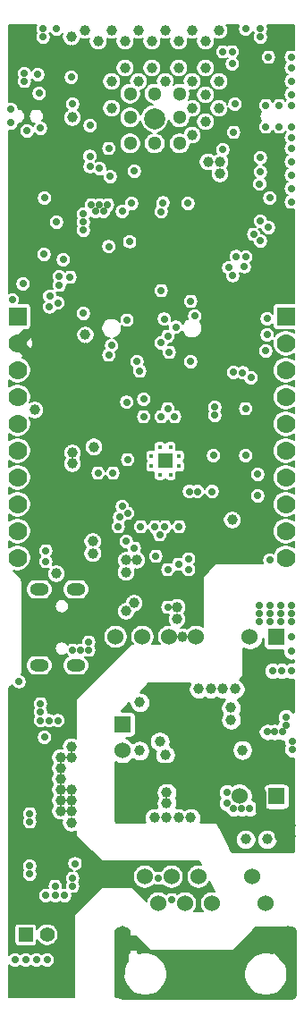
<source format=gbr>
G04 #@! TF.GenerationSoftware,KiCad,Pcbnew,6.0.0-rc1-unknown-69d90a4~84~ubuntu18.04.1*
G04 #@! TF.CreationDate,2019-01-16T16:00:11+02:00
G04 #@! TF.ProjectId,ESP32-PoE-ISO_Rev_A,45535033-322d-4506-9f45-2d49534f5f52,A*
G04 #@! TF.SameCoordinates,Original*
G04 #@! TF.FileFunction,Copper,L3,Inr*
G04 #@! TF.FilePolarity,Positive*
%FSLAX46Y46*%
G04 Gerber Fmt 4.6, Leading zero omitted, Abs format (unit mm)*
G04 Created by KiCad (PCBNEW 6.0.0-rc1-unknown-69d90a4~84~ubuntu18.04.1) date 16.01.2019 (ср) 16:00:11 EET*
%MOMM*%
%LPD*%
G04 APERTURE LIST*
%ADD10C,1.524000*%
%ADD11R,1.524000X1.524000*%
%ADD12C,0.800000*%
%ADD13C,1.300000*%
%ADD14C,2.000000*%
%ADD15R,0.400000X0.400000*%
%ADD16R,1.422400X1.422400*%
%ADD17O,1.800000X1.200000*%
%ADD18C,1.778000*%
%ADD19R,1.778000X1.778000*%
%ADD20R,1.400000X1.400000*%
%ADD21C,1.400000*%
%ADD22O,1.600000X2.999999*%
%ADD23C,0.700000*%
%ADD24C,1.000000*%
%ADD25C,1.016000*%
%ADD26C,0.762000*%
%ADD27C,0.508000*%
%ADD28C,0.127000*%
%ADD29C,0.254000*%
G04 APERTURE END LIST*
D10*
X113411000Y-153543000D03*
D11*
X115951000Y-153543000D03*
D10*
X108331000Y-153543000D03*
X105791000Y-153543000D03*
X100711000Y-153543000D03*
X103251000Y-153543000D03*
D11*
X115923000Y-168656000D03*
D10*
X112423000Y-168656000D03*
D11*
X101346000Y-161818000D03*
D10*
X101346000Y-164318000D03*
D12*
X108077000Y-163592000D03*
X108077000Y-164592000D03*
X108077000Y-165592000D03*
X109077000Y-163592000D03*
X109077000Y-164592000D03*
X109077000Y-165592000D03*
X110077000Y-164592000D03*
X110077000Y-163592000D03*
X110077000Y-165592000D03*
D13*
X106773200Y-104371000D03*
X102099600Y-104371000D03*
X104411000Y-106834800D03*
X104411000Y-102135800D03*
X106773200Y-102135800D03*
X102099600Y-102135800D03*
X106773200Y-106834800D03*
D14*
X104411000Y-104498000D03*
D13*
X102099600Y-106834800D03*
D15*
X106710000Y-137406000D03*
X106710000Y-136406000D03*
X105910000Y-135606000D03*
X104910000Y-135606000D03*
X104110000Y-136406000D03*
X104110000Y-137406000D03*
X104910000Y-138206000D03*
X105910000Y-138206000D03*
D16*
X105410000Y-136906000D03*
D17*
X93476000Y-149054000D03*
X96946000Y-149054000D03*
X96946000Y-156254000D03*
X93476000Y-156254000D03*
D18*
X91440000Y-130840000D03*
X91440000Y-128300000D03*
X91440000Y-125760000D03*
D19*
X91440000Y-123220000D03*
D18*
X91440000Y-133380000D03*
X91440000Y-135920000D03*
X91440000Y-141000000D03*
X91440000Y-138460000D03*
X91440000Y-143540000D03*
X91440000Y-146080000D03*
X116840000Y-130840000D03*
X116840000Y-128300000D03*
X116840000Y-125760000D03*
D19*
X116840000Y-123220000D03*
D18*
X116840000Y-133380000D03*
X116840000Y-135920000D03*
X116840000Y-141000000D03*
X116840000Y-138460000D03*
X116840000Y-143540000D03*
X116840000Y-146080000D03*
D20*
X92209620Y-181759860D03*
D21*
X94221300Y-181757320D03*
D22*
X117000000Y-182393000D03*
X101400000Y-182393000D03*
D10*
X114915000Y-178793000D03*
X113645000Y-176253000D03*
X109835000Y-178793000D03*
X108565000Y-176253000D03*
X107295000Y-178793000D03*
X106025000Y-176253000D03*
X104755000Y-178793000D03*
X103485000Y-176253000D03*
D23*
X96647000Y-177165000D03*
X96647000Y-176403000D03*
X92583000Y-170307000D03*
X92583000Y-171069000D03*
X92583000Y-175260000D03*
X92583000Y-176022000D03*
D24*
X95123000Y-147574000D03*
X93091000Y-132080000D03*
X107061000Y-153543000D03*
D23*
X105664000Y-150749000D03*
D24*
X106553000Y-151892000D03*
X106553000Y-150749000D03*
X96520000Y-164973000D03*
X95504000Y-164973000D03*
X95504000Y-165989000D03*
X95504000Y-167005000D03*
X95504000Y-168021000D03*
X96520000Y-168021000D03*
D23*
X94996000Y-178054000D03*
X95885000Y-178054000D03*
X94107000Y-178054000D03*
X94996000Y-177165000D03*
X94234000Y-184150000D03*
X92202000Y-184150000D03*
X91186000Y-184150000D03*
X93218000Y-184150000D03*
X96647000Y-154813000D03*
X97409000Y-154813000D03*
X98171000Y-154813000D03*
X98171000Y-154051000D03*
X94424500Y-161480500D03*
X93599000Y-161480500D03*
X93599000Y-159893000D03*
D24*
X96520000Y-171196000D03*
X96520000Y-169037000D03*
X96520000Y-170053000D03*
X95504000Y-169037000D03*
X95504000Y-170053000D03*
X96520000Y-163957000D03*
D23*
X93599000Y-160655000D03*
X91567000Y-157797496D03*
D24*
X111760000Y-142494000D03*
D23*
X115316000Y-146304000D03*
X114173000Y-138176000D03*
X114173000Y-140208000D03*
X106299000Y-132715000D03*
X110109000Y-131826000D03*
X110109000Y-132588000D03*
X101854000Y-141859000D03*
X101346000Y-141224000D03*
X95250000Y-161480500D03*
D24*
X98679000Y-135572500D03*
D23*
X100457000Y-138049000D03*
X99060000Y-138049000D03*
X97663000Y-122936000D03*
X92075000Y-100228400D03*
X92075000Y-100965000D03*
X93472000Y-102108000D03*
X93853000Y-96774000D03*
X114427000Y-96774000D03*
X90805000Y-104902000D03*
X90805000Y-103632000D03*
X90932000Y-121666000D03*
X109855000Y-139785743D03*
X107696000Y-139785743D03*
X108458000Y-139785743D03*
D24*
X96520000Y-96774000D03*
D23*
X95123000Y-96012000D03*
D24*
X109474000Y-108585000D03*
D23*
X115189000Y-98679000D03*
X99187000Y-112649000D03*
X96393000Y-119507000D03*
X99949000Y-112649000D03*
X99568000Y-113284000D03*
X98806000Y-113284000D03*
X98425000Y-112649000D03*
X99187000Y-109220000D03*
X100076000Y-116600350D03*
X102044500Y-116141500D03*
X102489000Y-109474000D03*
D24*
X97790000Y-96139000D03*
X100330000Y-96139000D03*
X102870000Y-96139000D03*
X105410000Y-96139000D03*
X107950000Y-96139000D03*
X110490000Y-96139000D03*
D23*
X113030000Y-96012000D03*
X93853000Y-96012000D03*
D24*
X99060000Y-97155000D03*
X101600000Y-97155000D03*
X104140000Y-97155000D03*
X106680000Y-97155000D03*
X109220000Y-97155000D03*
D23*
X114427000Y-96012000D03*
X97663000Y-113538000D03*
X97663000Y-114300000D03*
X97663000Y-115062000D03*
X102235000Y-112522000D03*
X117348000Y-98679000D03*
X117348000Y-99695000D03*
X117348000Y-100965000D03*
X117348000Y-102235000D03*
X117348000Y-103251000D03*
X117348000Y-105283000D03*
X117348000Y-106299000D03*
X117348000Y-107315000D03*
X117348000Y-108585000D03*
X117348000Y-109855000D03*
X117348000Y-111125000D03*
X117348000Y-112395000D03*
D24*
X100330000Y-100965000D03*
X101600000Y-99695000D03*
X104140000Y-99695000D03*
X106680000Y-99695000D03*
X109220000Y-99695000D03*
X102870000Y-100965000D03*
X105410000Y-100965000D03*
X107950000Y-100965000D03*
X110490000Y-100965000D03*
X109220000Y-102235000D03*
X110490000Y-103505000D03*
X107950000Y-103505000D03*
X109220000Y-104775000D03*
X107950000Y-106045000D03*
X100330000Y-103505000D03*
D23*
X116205000Y-103251000D03*
X114935000Y-103251000D03*
X116205000Y-105283000D03*
X114935000Y-105283000D03*
D24*
X110617000Y-108585000D03*
X110617000Y-109728000D03*
D23*
X91948000Y-120142000D03*
X104521000Y-145923000D03*
X105664000Y-147193000D03*
X107632500Y-147193000D03*
X107632500Y-146177000D03*
X104902000Y-143891000D03*
D24*
X96647000Y-136144000D03*
X96647000Y-137160000D03*
D23*
X93599000Y-105410000D03*
X94477435Y-121303850D03*
X96647000Y-103124000D03*
X114427000Y-114203990D03*
D24*
X108839000Y-146177000D03*
X108839000Y-147193000D03*
D23*
X108204000Y-131953000D03*
X108204000Y-132715000D03*
D24*
X97790000Y-129413000D03*
X97790000Y-130429000D03*
X97790000Y-131445000D03*
X97790000Y-132461000D03*
D23*
X102362000Y-134366000D03*
D24*
X98806000Y-129413000D03*
X97917000Y-127254000D03*
X97917000Y-126238000D03*
D23*
X97028000Y-129921000D03*
X97028000Y-130937000D03*
X107823000Y-119888000D03*
X107823000Y-120777000D03*
X105537000Y-119888000D03*
X100584000Y-121412000D03*
X100584000Y-122174000D03*
X93281500Y-98044000D03*
D24*
X96520000Y-98044000D03*
D23*
X94043500Y-98044000D03*
D24*
X97663000Y-98044000D03*
D23*
X102743000Y-125603000D03*
X102743000Y-126365000D03*
D24*
X97663000Y-99060000D03*
D23*
X96647000Y-111252000D03*
X96647000Y-112014000D03*
X98171000Y-102616000D03*
X104426511Y-143129000D03*
X106712509Y-143129000D03*
X105377498Y-143129000D03*
X103091479Y-143129000D03*
X96878939Y-175028061D03*
X93980000Y-163067994D03*
X106680000Y-146685000D03*
X94107000Y-146431000D03*
X102489000Y-145161022D03*
X100203000Y-109982000D03*
D24*
X97853500Y-124968000D03*
D23*
X93345000Y-100330000D03*
X92329000Y-105664000D03*
X95377000Y-120269000D03*
X111887000Y-105791000D03*
X95367917Y-119442038D03*
X94107000Y-145415000D03*
X101727000Y-144526000D03*
X98298000Y-109029522D03*
X111760000Y-99314000D03*
X112014000Y-103124000D03*
X108204000Y-123190000D03*
X96520000Y-100584000D03*
X105332150Y-123474968D03*
X95123000Y-114300000D03*
X111759998Y-98171000D03*
X106410622Y-124236990D03*
X115062000Y-124968000D03*
X102743000Y-127508000D03*
X94466418Y-122311477D03*
X107823000Y-127508000D03*
X115316000Y-112013994D03*
X107823000Y-121793000D03*
X93929098Y-117348014D03*
X95758000Y-117856000D03*
X107569000Y-112522000D03*
X105029000Y-120777000D03*
X112123745Y-117549945D03*
X111800119Y-119360801D03*
X111887000Y-128523990D03*
X93980000Y-112014000D03*
X112903011Y-118514828D03*
X105791000Y-126619000D03*
X113030000Y-117602000D03*
X105199003Y-112474650D03*
X112747155Y-128552845D03*
X113538000Y-129032000D03*
X105029000Y-125730000D03*
X114351314Y-110691734D03*
X110871000Y-107442000D03*
X101346000Y-113284000D03*
X105020097Y-113292903D03*
X98298000Y-105156000D03*
X98287212Y-108068370D03*
D24*
X117284500Y-172466000D03*
X116268500Y-172466000D03*
X117284500Y-171450000D03*
X102108000Y-165989000D03*
X102108000Y-167005000D03*
X98552000Y-144526000D03*
X98552000Y-145669000D03*
X101727000Y-147447000D03*
X101727000Y-146304000D03*
X102743000Y-146304000D03*
X101727000Y-151130000D03*
X102489000Y-150368000D03*
X113030000Y-172720000D03*
X115062000Y-172720000D03*
D23*
X114427000Y-116078000D03*
X113792000Y-115443000D03*
X110871000Y-98171000D03*
X116840000Y-161163000D03*
X115049300Y-162560000D03*
X115785900Y-162560000D03*
X116522500Y-162560000D03*
X116840000Y-161899600D03*
X101790500Y-123571000D03*
D24*
X105409989Y-164719000D03*
D23*
X100330005Y-125984000D03*
X100076000Y-126873000D03*
X109982000Y-136398000D03*
X105029000Y-132715000D03*
X103378000Y-132715000D03*
X113030000Y-136398000D03*
X102997000Y-128397000D03*
X103378000Y-131064000D03*
X113030000Y-131953000D03*
X100076000Y-107315000D03*
X105664000Y-125095000D03*
X115062000Y-123444000D03*
X95250000Y-121950986D03*
X114427006Y-108204000D03*
D24*
X96647000Y-104394000D03*
D23*
X115189000Y-114808000D03*
X105664000Y-131953000D03*
X101776150Y-131332350D03*
X101854000Y-136779000D03*
X114935000Y-126492000D03*
X114427000Y-109537500D03*
X111441342Y-118615666D03*
X100965006Y-143129000D03*
X104775000Y-176402960D03*
X106044996Y-178435000D03*
D24*
X112712500Y-164274500D03*
X105537000Y-168275000D03*
X105537000Y-169291000D03*
X104902000Y-163449000D03*
X111633000Y-161417000D03*
X111633000Y-160274000D03*
D23*
X111252000Y-168275000D03*
X111252000Y-169291000D03*
X113411000Y-169799000D03*
X111887000Y-169799000D03*
X112649000Y-169799000D03*
X114300000Y-150622000D03*
X114300000Y-151384000D03*
X115316000Y-152146000D03*
X115316000Y-151384000D03*
X115316000Y-150622000D03*
X116332000Y-152146000D03*
X116332000Y-151384000D03*
X116332000Y-150622000D03*
X114300000Y-152146000D03*
X117348000Y-151384000D03*
X117348000Y-150622000D03*
X117348000Y-152146000D03*
X115570000Y-156781500D03*
X116459000Y-156781500D03*
X117348000Y-153543000D03*
X117348000Y-154940000D03*
X117348000Y-156781500D03*
X117475000Y-163449000D03*
X117475000Y-164211000D03*
D24*
X106680000Y-170688000D03*
X105537000Y-170688000D03*
X107823000Y-170688000D03*
X104394000Y-170688000D03*
X112013990Y-158496010D03*
X110871000Y-158496010D03*
X109728000Y-158496000D03*
X108585000Y-158496000D03*
X102997000Y-159766000D03*
X102977000Y-164318000D03*
X106045000Y-184150000D03*
X106045000Y-186690000D03*
X107315000Y-185420000D03*
X108585000Y-184150000D03*
X108585000Y-186690000D03*
X111125000Y-186690000D03*
X117387990Y-187387990D03*
X117387990Y-185420000D03*
X109855000Y-185420000D03*
X111125000Y-184150000D03*
X112395000Y-185420000D03*
X113538000Y-182880000D03*
X114935000Y-182880000D03*
X102870000Y-182880000D03*
X101092000Y-187325000D03*
X101092000Y-185420000D03*
X114935000Y-181483000D03*
D23*
X101092000Y-142240000D03*
D25*
X102108000Y-165989000D02*
X102108000Y-167005000D01*
X108077000Y-165608000D02*
X108093000Y-165592000D01*
X108093000Y-165592000D02*
X109077000Y-165592000D01*
X108077000Y-165989000D02*
X108077000Y-165608000D01*
X108077000Y-165592000D02*
X108077000Y-167005000D01*
X108077000Y-167005000D02*
X109093000Y-167005000D01*
X102108000Y-167005000D02*
X108077000Y-167005000D01*
X109093000Y-167005000D02*
X113157000Y-167005000D01*
X116268500Y-171758894D02*
X116268500Y-172466000D01*
X114525999Y-170016393D02*
X116268500Y-171758894D01*
X114525999Y-168373999D02*
X114525999Y-170016393D01*
X113157000Y-167005000D02*
X114525999Y-168373999D01*
X109077000Y-165592000D02*
X111744000Y-165592000D01*
X112395000Y-166243000D02*
X112776000Y-166624000D01*
X109093000Y-166243000D02*
X112395000Y-166243000D01*
X109093000Y-166243000D02*
X109093000Y-165608000D01*
X112776000Y-166624000D02*
X113157000Y-167005000D01*
X109093000Y-167005000D02*
X109093000Y-166243000D01*
X111744000Y-165592000D02*
X112776000Y-166624000D01*
X106823000Y-165592000D02*
X106426000Y-165989000D01*
X108077000Y-165592000D02*
X106823000Y-165592000D01*
X106426000Y-165989000D02*
X108077000Y-165989000D01*
X102108000Y-165989000D02*
X106426000Y-165989000D01*
D26*
X102870000Y-182880000D02*
X102162894Y-182880000D01*
X102162894Y-182880000D02*
X101473000Y-182880000D01*
D25*
X114935000Y-181483000D02*
X117094000Y-181483000D01*
X117094000Y-181483000D02*
X117094000Y-182880000D01*
X117094000Y-182880000D02*
X114935000Y-182880000D01*
X117387990Y-184712894D02*
X117387990Y-185420000D01*
X117387990Y-184534188D02*
X117387990Y-184712894D01*
X115733802Y-182880000D02*
X117387990Y-184534188D01*
X114935000Y-182880000D02*
X115733802Y-182880000D01*
X117387990Y-185420000D02*
X117387990Y-187387990D01*
D27*
X111125000Y-187641990D02*
X111125000Y-186690000D01*
X117133990Y-187641990D02*
X111125000Y-187641990D01*
X117387990Y-187387990D02*
X117133990Y-187641990D01*
X101408990Y-187641990D02*
X101092000Y-187325000D01*
X111125000Y-187641990D02*
X101408990Y-187641990D01*
D25*
X101092000Y-185420000D02*
X101092000Y-181746042D01*
X101092000Y-181746042D02*
X101228042Y-181610000D01*
X101228042Y-181610000D02*
X101346000Y-181610000D01*
X117387990Y-185420000D02*
X117387990Y-181522990D01*
X117348000Y-181483000D02*
X114935000Y-181483000D01*
X117387990Y-181522990D02*
X117348000Y-181483000D01*
D28*
G36*
X93216450Y-95671757D02*
G01*
X93162303Y-95802479D01*
X93134700Y-95941254D01*
X93134700Y-96082746D01*
X93162303Y-96221521D01*
X93216450Y-96352243D01*
X93243683Y-96393000D01*
X93216450Y-96433757D01*
X93162303Y-96564479D01*
X93134700Y-96703254D01*
X93134700Y-96844746D01*
X93162303Y-96983521D01*
X93216450Y-97114243D01*
X93295060Y-97231890D01*
X93395110Y-97331940D01*
X93512757Y-97410550D01*
X93643479Y-97464697D01*
X93782254Y-97492300D01*
X93923746Y-97492300D01*
X94062521Y-97464697D01*
X94193243Y-97410550D01*
X94310890Y-97331940D01*
X94410940Y-97231890D01*
X94489550Y-97114243D01*
X94543697Y-96983521D01*
X94571300Y-96844746D01*
X94571300Y-96703254D01*
X94543697Y-96564479D01*
X94489550Y-96433757D01*
X94462317Y-96393000D01*
X94488000Y-96354563D01*
X94565060Y-96469890D01*
X94665110Y-96569940D01*
X94782757Y-96648550D01*
X94913479Y-96702697D01*
X95052254Y-96730300D01*
X95193746Y-96730300D01*
X95332521Y-96702697D01*
X95463243Y-96648550D01*
X95580890Y-96569940D01*
X95680940Y-96469890D01*
X95747203Y-96370722D01*
X95685069Y-96520726D01*
X95651700Y-96688480D01*
X95651700Y-96859520D01*
X95685069Y-97027274D01*
X95750523Y-97185294D01*
X95845548Y-97327509D01*
X95966491Y-97448452D01*
X96108706Y-97543477D01*
X96266726Y-97608931D01*
X96434480Y-97642300D01*
X96605520Y-97642300D01*
X96773274Y-97608931D01*
X96931294Y-97543477D01*
X97073509Y-97448452D01*
X97194452Y-97327509D01*
X97289477Y-97185294D01*
X97354931Y-97027274D01*
X97378579Y-96908392D01*
X97378706Y-96908477D01*
X97536726Y-96973931D01*
X97704480Y-97007300D01*
X97875520Y-97007300D01*
X98043274Y-96973931D01*
X98201294Y-96908477D01*
X98230301Y-96889095D01*
X98225069Y-96901726D01*
X98191700Y-97069480D01*
X98191700Y-97240520D01*
X98225069Y-97408274D01*
X98290523Y-97566294D01*
X98385548Y-97708509D01*
X98506491Y-97829452D01*
X98648706Y-97924477D01*
X98806726Y-97989931D01*
X98974480Y-98023300D01*
X99145520Y-98023300D01*
X99313274Y-97989931D01*
X99471294Y-97924477D01*
X99613509Y-97829452D01*
X99734452Y-97708509D01*
X99829477Y-97566294D01*
X99894931Y-97408274D01*
X99928300Y-97240520D01*
X99928300Y-97069480D01*
X99894931Y-96901726D01*
X99889699Y-96889095D01*
X99918706Y-96908477D01*
X100076726Y-96973931D01*
X100244480Y-97007300D01*
X100415520Y-97007300D01*
X100583274Y-96973931D01*
X100741294Y-96908477D01*
X100770301Y-96889095D01*
X100765069Y-96901726D01*
X100731700Y-97069480D01*
X100731700Y-97240520D01*
X100765069Y-97408274D01*
X100830523Y-97566294D01*
X100925548Y-97708509D01*
X101046491Y-97829452D01*
X101188706Y-97924477D01*
X101346726Y-97989931D01*
X101514480Y-98023300D01*
X101685520Y-98023300D01*
X101853274Y-97989931D01*
X102011294Y-97924477D01*
X102153509Y-97829452D01*
X102274452Y-97708509D01*
X102369477Y-97566294D01*
X102434931Y-97408274D01*
X102468300Y-97240520D01*
X102468300Y-97069480D01*
X102434931Y-96901726D01*
X102429699Y-96889095D01*
X102458706Y-96908477D01*
X102616726Y-96973931D01*
X102784480Y-97007300D01*
X102955520Y-97007300D01*
X103123274Y-96973931D01*
X103281294Y-96908477D01*
X103310301Y-96889095D01*
X103305069Y-96901726D01*
X103271700Y-97069480D01*
X103271700Y-97240520D01*
X103305069Y-97408274D01*
X103370523Y-97566294D01*
X103465548Y-97708509D01*
X103586491Y-97829452D01*
X103728706Y-97924477D01*
X103886726Y-97989931D01*
X104054480Y-98023300D01*
X104225520Y-98023300D01*
X104393274Y-97989931D01*
X104551294Y-97924477D01*
X104693509Y-97829452D01*
X104814452Y-97708509D01*
X104909477Y-97566294D01*
X104974931Y-97408274D01*
X105008300Y-97240520D01*
X105008300Y-97069480D01*
X104974931Y-96901726D01*
X104969699Y-96889095D01*
X104998706Y-96908477D01*
X105156726Y-96973931D01*
X105324480Y-97007300D01*
X105495520Y-97007300D01*
X105663274Y-96973931D01*
X105821294Y-96908477D01*
X105850301Y-96889095D01*
X105845069Y-96901726D01*
X105811700Y-97069480D01*
X105811700Y-97240520D01*
X105845069Y-97408274D01*
X105910523Y-97566294D01*
X106005548Y-97708509D01*
X106126491Y-97829452D01*
X106268706Y-97924477D01*
X106426726Y-97989931D01*
X106594480Y-98023300D01*
X106765520Y-98023300D01*
X106933274Y-97989931D01*
X107091294Y-97924477D01*
X107233509Y-97829452D01*
X107354452Y-97708509D01*
X107449477Y-97566294D01*
X107514931Y-97408274D01*
X107548300Y-97240520D01*
X107548300Y-97069480D01*
X107514931Y-96901726D01*
X107509699Y-96889095D01*
X107538706Y-96908477D01*
X107696726Y-96973931D01*
X107864480Y-97007300D01*
X108035520Y-97007300D01*
X108203274Y-96973931D01*
X108361294Y-96908477D01*
X108390301Y-96889095D01*
X108385069Y-96901726D01*
X108351700Y-97069480D01*
X108351700Y-97240520D01*
X108385069Y-97408274D01*
X108450523Y-97566294D01*
X108545548Y-97708509D01*
X108666491Y-97829452D01*
X108808706Y-97924477D01*
X108966726Y-97989931D01*
X109134480Y-98023300D01*
X109305520Y-98023300D01*
X109473274Y-97989931D01*
X109631294Y-97924477D01*
X109773509Y-97829452D01*
X109894452Y-97708509D01*
X109989477Y-97566294D01*
X110054931Y-97408274D01*
X110088300Y-97240520D01*
X110088300Y-97069480D01*
X110054931Y-96901726D01*
X110049699Y-96889095D01*
X110078706Y-96908477D01*
X110236726Y-96973931D01*
X110404480Y-97007300D01*
X110575520Y-97007300D01*
X110743274Y-96973931D01*
X110901294Y-96908477D01*
X111043509Y-96813452D01*
X111164452Y-96692509D01*
X111259477Y-96550294D01*
X111324931Y-96392274D01*
X111358300Y-96224520D01*
X111358300Y-96053480D01*
X111324931Y-95885726D01*
X111259477Y-95727706D01*
X111204415Y-95645300D01*
X112411128Y-95645300D01*
X112393450Y-95671757D01*
X112339303Y-95802479D01*
X112311700Y-95941254D01*
X112311700Y-96082746D01*
X112339303Y-96221521D01*
X112393450Y-96352243D01*
X112472060Y-96469890D01*
X112572110Y-96569940D01*
X112689757Y-96648550D01*
X112820479Y-96702697D01*
X112959254Y-96730300D01*
X113100746Y-96730300D01*
X113239521Y-96702697D01*
X113370243Y-96648550D01*
X113487890Y-96569940D01*
X113587940Y-96469890D01*
X113666550Y-96352243D01*
X113720697Y-96221521D01*
X113728500Y-96182291D01*
X113736303Y-96221521D01*
X113790450Y-96352243D01*
X113817683Y-96393000D01*
X113790450Y-96433757D01*
X113736303Y-96564479D01*
X113708700Y-96703254D01*
X113708700Y-96844746D01*
X113736303Y-96983521D01*
X113790450Y-97114243D01*
X113869060Y-97231890D01*
X113969110Y-97331940D01*
X114086757Y-97410550D01*
X114217479Y-97464697D01*
X114356254Y-97492300D01*
X114497746Y-97492300D01*
X114636521Y-97464697D01*
X114767243Y-97410550D01*
X114884890Y-97331940D01*
X114984940Y-97231890D01*
X115063550Y-97114243D01*
X115117697Y-96983521D01*
X115145300Y-96844746D01*
X115145300Y-96703254D01*
X115117697Y-96564479D01*
X115063550Y-96433757D01*
X115036317Y-96393000D01*
X115063550Y-96352243D01*
X115117697Y-96221521D01*
X115145300Y-96082746D01*
X115145300Y-95941254D01*
X115117697Y-95802479D01*
X115063550Y-95671757D01*
X115045872Y-95645300D01*
X117654701Y-95645300D01*
X117654701Y-98028556D01*
X117557521Y-97988303D01*
X117418746Y-97960700D01*
X117277254Y-97960700D01*
X117138479Y-97988303D01*
X117007757Y-98042450D01*
X116890110Y-98121060D01*
X116790060Y-98221110D01*
X116711450Y-98338757D01*
X116657303Y-98469479D01*
X116629700Y-98608254D01*
X116629700Y-98749746D01*
X116657303Y-98888521D01*
X116711450Y-99019243D01*
X116790060Y-99136890D01*
X116840170Y-99187000D01*
X116790060Y-99237110D01*
X116711450Y-99354757D01*
X116657303Y-99485479D01*
X116629700Y-99624254D01*
X116629700Y-99765746D01*
X116657303Y-99904521D01*
X116711450Y-100035243D01*
X116790060Y-100152890D01*
X116890110Y-100252940D01*
X117005437Y-100330000D01*
X116890110Y-100407060D01*
X116790060Y-100507110D01*
X116711450Y-100624757D01*
X116657303Y-100755479D01*
X116629700Y-100894254D01*
X116629700Y-101035746D01*
X116657303Y-101174521D01*
X116711450Y-101305243D01*
X116790060Y-101422890D01*
X116890110Y-101522940D01*
X117005437Y-101600000D01*
X116890110Y-101677060D01*
X116790060Y-101777110D01*
X116711450Y-101894757D01*
X116657303Y-102025479D01*
X116629700Y-102164254D01*
X116629700Y-102305746D01*
X116657303Y-102444521D01*
X116711450Y-102575243D01*
X116790060Y-102692890D01*
X116840170Y-102743000D01*
X116790060Y-102793110D01*
X116776500Y-102813404D01*
X116762940Y-102793110D01*
X116662890Y-102693060D01*
X116545243Y-102614450D01*
X116414521Y-102560303D01*
X116275746Y-102532700D01*
X116134254Y-102532700D01*
X115995479Y-102560303D01*
X115864757Y-102614450D01*
X115747110Y-102693060D01*
X115647060Y-102793110D01*
X115570000Y-102908437D01*
X115492940Y-102793110D01*
X115392890Y-102693060D01*
X115275243Y-102614450D01*
X115144521Y-102560303D01*
X115005746Y-102532700D01*
X114864254Y-102532700D01*
X114725479Y-102560303D01*
X114594757Y-102614450D01*
X114477110Y-102693060D01*
X114377060Y-102793110D01*
X114298450Y-102910757D01*
X114244303Y-103041479D01*
X114216700Y-103180254D01*
X114216700Y-103321746D01*
X114244303Y-103460521D01*
X114298450Y-103591243D01*
X114377060Y-103708890D01*
X114477110Y-103808940D01*
X114493746Y-103820056D01*
X114422450Y-103926757D01*
X114368303Y-104057479D01*
X114340700Y-104196254D01*
X114340700Y-104337746D01*
X114368303Y-104476521D01*
X114422450Y-104607243D01*
X114493746Y-104713944D01*
X114477110Y-104725060D01*
X114377060Y-104825110D01*
X114298450Y-104942757D01*
X114244303Y-105073479D01*
X114216700Y-105212254D01*
X114216700Y-105353746D01*
X114244303Y-105492521D01*
X114298450Y-105623243D01*
X114377060Y-105740890D01*
X114477110Y-105840940D01*
X114594757Y-105919550D01*
X114725479Y-105973697D01*
X114864254Y-106001300D01*
X115005746Y-106001300D01*
X115144521Y-105973697D01*
X115275243Y-105919550D01*
X115392890Y-105840940D01*
X115492940Y-105740890D01*
X115570000Y-105625563D01*
X115647060Y-105740890D01*
X115747110Y-105840940D01*
X115864757Y-105919550D01*
X115995479Y-105973697D01*
X116134254Y-106001300D01*
X116275746Y-106001300D01*
X116414521Y-105973697D01*
X116545243Y-105919550D01*
X116662890Y-105840940D01*
X116762940Y-105740890D01*
X116776500Y-105720596D01*
X116790060Y-105740890D01*
X116840170Y-105791000D01*
X116790060Y-105841110D01*
X116711450Y-105958757D01*
X116657303Y-106089479D01*
X116629700Y-106228254D01*
X116629700Y-106369746D01*
X116657303Y-106508521D01*
X116711450Y-106639243D01*
X116790060Y-106756890D01*
X116840170Y-106807000D01*
X116790060Y-106857110D01*
X116711450Y-106974757D01*
X116657303Y-107105479D01*
X116629700Y-107244254D01*
X116629700Y-107385746D01*
X116657303Y-107524521D01*
X116711450Y-107655243D01*
X116790060Y-107772890D01*
X116890110Y-107872940D01*
X117005437Y-107950000D01*
X116890110Y-108027060D01*
X116790060Y-108127110D01*
X116711450Y-108244757D01*
X116657303Y-108375479D01*
X116629700Y-108514254D01*
X116629700Y-108655746D01*
X116657303Y-108794521D01*
X116711450Y-108925243D01*
X116790060Y-109042890D01*
X116890110Y-109142940D01*
X117005437Y-109220000D01*
X116890110Y-109297060D01*
X116790060Y-109397110D01*
X116711450Y-109514757D01*
X116657303Y-109645479D01*
X116629700Y-109784254D01*
X116629700Y-109925746D01*
X116657303Y-110064521D01*
X116711450Y-110195243D01*
X116790060Y-110312890D01*
X116890110Y-110412940D01*
X117005437Y-110490000D01*
X116890110Y-110567060D01*
X116790060Y-110667110D01*
X116711450Y-110784757D01*
X116657303Y-110915479D01*
X116629700Y-111054254D01*
X116629700Y-111195746D01*
X116657303Y-111334521D01*
X116711450Y-111465243D01*
X116790060Y-111582890D01*
X116890110Y-111682940D01*
X117005437Y-111760000D01*
X116890110Y-111837060D01*
X116790060Y-111937110D01*
X116711450Y-112054757D01*
X116657303Y-112185479D01*
X116629700Y-112324254D01*
X116629700Y-112465746D01*
X116657303Y-112604521D01*
X116711450Y-112735243D01*
X116790060Y-112852890D01*
X116890110Y-112952940D01*
X117007757Y-113031550D01*
X117138479Y-113085697D01*
X117277254Y-113113300D01*
X117418746Y-113113300D01*
X117557521Y-113085697D01*
X117654701Y-113045444D01*
X117654701Y-121960918D01*
X115951000Y-121960918D01*
X115878801Y-121968029D01*
X115809376Y-121989089D01*
X115745393Y-122023288D01*
X115689313Y-122069313D01*
X115643288Y-122125393D01*
X115609089Y-122189376D01*
X115588029Y-122258801D01*
X115580918Y-122331000D01*
X115580918Y-122947088D01*
X115519890Y-122886060D01*
X115402243Y-122807450D01*
X115271521Y-122753303D01*
X115132746Y-122725700D01*
X114991254Y-122725700D01*
X114852479Y-122753303D01*
X114721757Y-122807450D01*
X114604110Y-122886060D01*
X114504060Y-122986110D01*
X114425450Y-123103757D01*
X114371303Y-123234479D01*
X114343700Y-123373254D01*
X114343700Y-123514746D01*
X114371303Y-123653521D01*
X114425450Y-123784243D01*
X114504060Y-123901890D01*
X114604110Y-124001940D01*
X114721757Y-124080550D01*
X114852479Y-124134697D01*
X114991254Y-124162300D01*
X115132746Y-124162300D01*
X115271521Y-124134697D01*
X115402243Y-124080550D01*
X115519890Y-124001940D01*
X115580918Y-123940912D01*
X115580918Y-124109000D01*
X115588029Y-124181199D01*
X115609089Y-124250624D01*
X115643288Y-124314607D01*
X115689313Y-124370687D01*
X115745393Y-124416712D01*
X115809376Y-124450911D01*
X115878801Y-124471971D01*
X115951000Y-124479082D01*
X117654701Y-124479082D01*
X117654701Y-124796610D01*
X117641482Y-124783391D01*
X117435555Y-124645795D01*
X117206741Y-124551017D01*
X116963833Y-124502700D01*
X116716167Y-124502700D01*
X116473259Y-124551017D01*
X116244445Y-124645795D01*
X116038518Y-124783391D01*
X115863391Y-124958518D01*
X115767803Y-125101576D01*
X115780300Y-125038746D01*
X115780300Y-124897254D01*
X115752697Y-124758479D01*
X115698550Y-124627757D01*
X115619940Y-124510110D01*
X115519890Y-124410060D01*
X115402243Y-124331450D01*
X115271521Y-124277303D01*
X115132746Y-124249700D01*
X114991254Y-124249700D01*
X114852479Y-124277303D01*
X114721757Y-124331450D01*
X114604110Y-124410060D01*
X114504060Y-124510110D01*
X114425450Y-124627757D01*
X114371303Y-124758479D01*
X114343700Y-124897254D01*
X114343700Y-125038746D01*
X114371303Y-125177521D01*
X114425450Y-125308243D01*
X114504060Y-125425890D01*
X114604110Y-125525940D01*
X114721757Y-125604550D01*
X114852479Y-125658697D01*
X114991254Y-125686300D01*
X115132746Y-125686300D01*
X115271521Y-125658697D01*
X115402243Y-125604550D01*
X115519890Y-125525940D01*
X115619940Y-125425890D01*
X115626470Y-125416117D01*
X115582700Y-125636167D01*
X115582700Y-125883833D01*
X115631017Y-126126741D01*
X115725795Y-126355555D01*
X115863391Y-126561482D01*
X116038518Y-126736609D01*
X116244445Y-126874205D01*
X116473259Y-126968983D01*
X116716167Y-127017300D01*
X116963833Y-127017300D01*
X117206741Y-126968983D01*
X117435555Y-126874205D01*
X117641482Y-126736609D01*
X117654701Y-126723390D01*
X117654701Y-127336610D01*
X117641482Y-127323391D01*
X117435555Y-127185795D01*
X117206741Y-127091017D01*
X116963833Y-127042700D01*
X116716167Y-127042700D01*
X116473259Y-127091017D01*
X116244445Y-127185795D01*
X116038518Y-127323391D01*
X115863391Y-127498518D01*
X115725795Y-127704445D01*
X115631017Y-127933259D01*
X115582700Y-128176167D01*
X115582700Y-128423833D01*
X115631017Y-128666741D01*
X115725795Y-128895555D01*
X115863391Y-129101482D01*
X116038518Y-129276609D01*
X116244445Y-129414205D01*
X116473259Y-129508983D01*
X116716167Y-129557300D01*
X116963833Y-129557300D01*
X117206741Y-129508983D01*
X117435555Y-129414205D01*
X117641482Y-129276609D01*
X117654701Y-129263390D01*
X117654701Y-129876610D01*
X117641482Y-129863391D01*
X117435555Y-129725795D01*
X117206741Y-129631017D01*
X116963833Y-129582700D01*
X116716167Y-129582700D01*
X116473259Y-129631017D01*
X116244445Y-129725795D01*
X116038518Y-129863391D01*
X115863391Y-130038518D01*
X115725795Y-130244445D01*
X115631017Y-130473259D01*
X115582700Y-130716167D01*
X115582700Y-130963833D01*
X115631017Y-131206741D01*
X115725795Y-131435555D01*
X115863391Y-131641482D01*
X116038518Y-131816609D01*
X116244445Y-131954205D01*
X116473259Y-132048983D01*
X116716167Y-132097300D01*
X116963833Y-132097300D01*
X117206741Y-132048983D01*
X117435555Y-131954205D01*
X117641482Y-131816609D01*
X117654701Y-131803390D01*
X117654701Y-132416610D01*
X117641482Y-132403391D01*
X117435555Y-132265795D01*
X117206741Y-132171017D01*
X116963833Y-132122700D01*
X116716167Y-132122700D01*
X116473259Y-132171017D01*
X116244445Y-132265795D01*
X116038518Y-132403391D01*
X115863391Y-132578518D01*
X115725795Y-132784445D01*
X115631017Y-133013259D01*
X115582700Y-133256167D01*
X115582700Y-133503833D01*
X115631017Y-133746741D01*
X115725795Y-133975555D01*
X115863391Y-134181482D01*
X116038518Y-134356609D01*
X116244445Y-134494205D01*
X116473259Y-134588983D01*
X116716167Y-134637300D01*
X116963833Y-134637300D01*
X117206741Y-134588983D01*
X117435555Y-134494205D01*
X117641482Y-134356609D01*
X117654701Y-134343390D01*
X117654701Y-134956610D01*
X117641482Y-134943391D01*
X117435555Y-134805795D01*
X117206741Y-134711017D01*
X116963833Y-134662700D01*
X116716167Y-134662700D01*
X116473259Y-134711017D01*
X116244445Y-134805795D01*
X116038518Y-134943391D01*
X115863391Y-135118518D01*
X115725795Y-135324445D01*
X115631017Y-135553259D01*
X115582700Y-135796167D01*
X115582700Y-136043833D01*
X115631017Y-136286741D01*
X115725795Y-136515555D01*
X115863391Y-136721482D01*
X116038518Y-136896609D01*
X116244445Y-137034205D01*
X116473259Y-137128983D01*
X116716167Y-137177300D01*
X116963833Y-137177300D01*
X117206741Y-137128983D01*
X117435555Y-137034205D01*
X117641482Y-136896609D01*
X117654701Y-136883390D01*
X117654701Y-137496610D01*
X117641482Y-137483391D01*
X117435555Y-137345795D01*
X117206741Y-137251017D01*
X116963833Y-137202700D01*
X116716167Y-137202700D01*
X116473259Y-137251017D01*
X116244445Y-137345795D01*
X116038518Y-137483391D01*
X115863391Y-137658518D01*
X115725795Y-137864445D01*
X115631017Y-138093259D01*
X115582700Y-138336167D01*
X115582700Y-138583833D01*
X115631017Y-138826741D01*
X115725795Y-139055555D01*
X115863391Y-139261482D01*
X116038518Y-139436609D01*
X116244445Y-139574205D01*
X116473259Y-139668983D01*
X116716167Y-139717300D01*
X116963833Y-139717300D01*
X117206741Y-139668983D01*
X117435555Y-139574205D01*
X117641482Y-139436609D01*
X117654701Y-139423390D01*
X117654701Y-140036610D01*
X117641482Y-140023391D01*
X117435555Y-139885795D01*
X117206741Y-139791017D01*
X116963833Y-139742700D01*
X116716167Y-139742700D01*
X116473259Y-139791017D01*
X116244445Y-139885795D01*
X116038518Y-140023391D01*
X115863391Y-140198518D01*
X115725795Y-140404445D01*
X115631017Y-140633259D01*
X115582700Y-140876167D01*
X115582700Y-141123833D01*
X115631017Y-141366741D01*
X115725795Y-141595555D01*
X115863391Y-141801482D01*
X116038518Y-141976609D01*
X116244445Y-142114205D01*
X116473259Y-142208983D01*
X116716167Y-142257300D01*
X116963833Y-142257300D01*
X117206741Y-142208983D01*
X117435555Y-142114205D01*
X117641482Y-141976609D01*
X117654700Y-141963391D01*
X117654700Y-142576609D01*
X117641482Y-142563391D01*
X117435555Y-142425795D01*
X117206741Y-142331017D01*
X116963833Y-142282700D01*
X116716167Y-142282700D01*
X116473259Y-142331017D01*
X116244445Y-142425795D01*
X116038518Y-142563391D01*
X115863391Y-142738518D01*
X115725795Y-142944445D01*
X115631017Y-143173259D01*
X115582700Y-143416167D01*
X115582700Y-143663833D01*
X115631017Y-143906741D01*
X115725795Y-144135555D01*
X115863391Y-144341482D01*
X116038518Y-144516609D01*
X116244445Y-144654205D01*
X116473259Y-144748983D01*
X116716167Y-144797300D01*
X116963833Y-144797300D01*
X117206741Y-144748983D01*
X117435555Y-144654205D01*
X117641482Y-144516609D01*
X117654700Y-144503391D01*
X117654700Y-145116609D01*
X117641482Y-145103391D01*
X117435555Y-144965795D01*
X117206741Y-144871017D01*
X116963833Y-144822700D01*
X116716167Y-144822700D01*
X116473259Y-144871017D01*
X116244445Y-144965795D01*
X116038518Y-145103391D01*
X115863391Y-145278518D01*
X115725795Y-145484445D01*
X115650907Y-145665240D01*
X115525521Y-145613303D01*
X115386746Y-145585700D01*
X115245254Y-145585700D01*
X115106479Y-145613303D01*
X114975757Y-145667450D01*
X114858110Y-145746060D01*
X114758060Y-145846110D01*
X114679450Y-145963757D01*
X114625303Y-146094479D01*
X114597700Y-146233254D01*
X114597700Y-146374746D01*
X114625303Y-146513521D01*
X114670030Y-146621500D01*
X110236000Y-146621500D01*
X110223612Y-146622720D01*
X110211700Y-146626334D01*
X110200721Y-146632202D01*
X110191099Y-146640099D01*
X109048099Y-147783099D01*
X109040202Y-147792721D01*
X109034334Y-147803700D01*
X109030720Y-147815612D01*
X109029500Y-147828000D01*
X109029500Y-152650323D01*
X108866398Y-152541341D01*
X108660696Y-152456137D01*
X108442325Y-152412700D01*
X108219675Y-152412700D01*
X108001304Y-152456137D01*
X107795602Y-152541341D01*
X107610476Y-152665039D01*
X107490097Y-152785418D01*
X107472294Y-152773523D01*
X107314274Y-152708069D01*
X107146520Y-152674700D01*
X106975480Y-152674700D01*
X106892542Y-152691198D01*
X106964294Y-152661477D01*
X107106509Y-152566452D01*
X107227452Y-152445509D01*
X107322477Y-152303294D01*
X107387931Y-152145274D01*
X107421300Y-151977520D01*
X107421300Y-151806480D01*
X107387931Y-151638726D01*
X107322477Y-151480706D01*
X107227452Y-151338491D01*
X107209461Y-151320500D01*
X107227452Y-151302509D01*
X107322477Y-151160294D01*
X107387931Y-151002274D01*
X107421300Y-150834520D01*
X107421300Y-150663480D01*
X107387931Y-150495726D01*
X107322477Y-150337706D01*
X107227452Y-150195491D01*
X107106509Y-150074548D01*
X106964294Y-149979523D01*
X106806274Y-149914069D01*
X106638520Y-149880700D01*
X106467480Y-149880700D01*
X106299726Y-149914069D01*
X106141706Y-149979523D01*
X105999491Y-150074548D01*
X105974082Y-150099957D01*
X105873521Y-150058303D01*
X105734746Y-150030700D01*
X105593254Y-150030700D01*
X105454479Y-150058303D01*
X105323757Y-150112450D01*
X105206110Y-150191060D01*
X105106060Y-150291110D01*
X105027450Y-150408757D01*
X104973303Y-150539479D01*
X104945700Y-150678254D01*
X104945700Y-150819746D01*
X104973303Y-150958521D01*
X105027450Y-151089243D01*
X105106060Y-151206890D01*
X105206110Y-151306940D01*
X105323757Y-151385550D01*
X105454479Y-151439697D01*
X105593254Y-151467300D01*
X105734746Y-151467300D01*
X105801330Y-151454056D01*
X105783523Y-151480706D01*
X105718069Y-151638726D01*
X105684700Y-151806480D01*
X105684700Y-151977520D01*
X105718069Y-152145274D01*
X105783523Y-152303294D01*
X105856626Y-152412700D01*
X105679675Y-152412700D01*
X105461304Y-152456137D01*
X105255602Y-152541341D01*
X105070476Y-152665039D01*
X104913039Y-152822476D01*
X104789341Y-153007602D01*
X104704137Y-153213304D01*
X104660700Y-153431675D01*
X104660700Y-153654325D01*
X104704137Y-153872696D01*
X104789341Y-154078398D01*
X104898323Y-154241500D01*
X104143677Y-154241500D01*
X104252659Y-154078398D01*
X104337863Y-153872696D01*
X104381300Y-153654325D01*
X104381300Y-153431675D01*
X104337863Y-153213304D01*
X104252659Y-153007602D01*
X104128961Y-152822476D01*
X103971524Y-152665039D01*
X103786398Y-152541341D01*
X103580696Y-152456137D01*
X103362325Y-152412700D01*
X103139675Y-152412700D01*
X102921304Y-152456137D01*
X102715602Y-152541341D01*
X102530476Y-152665039D01*
X102373039Y-152822476D01*
X102249341Y-153007602D01*
X102164137Y-153213304D01*
X102120700Y-153431675D01*
X102120700Y-153654325D01*
X102164137Y-153872696D01*
X102249341Y-154078398D01*
X102358323Y-154241500D01*
X102235000Y-154241500D01*
X102222612Y-154242720D01*
X102210700Y-154246334D01*
X102199721Y-154252202D01*
X102190099Y-154260099D01*
X96983099Y-159467099D01*
X96975202Y-159476721D01*
X96969334Y-159487700D01*
X96965720Y-159499612D01*
X96964500Y-159512000D01*
X96964500Y-163209711D01*
X96931294Y-163187523D01*
X96773274Y-163122069D01*
X96605520Y-163088700D01*
X96434480Y-163088700D01*
X96266726Y-163122069D01*
X96108706Y-163187523D01*
X95966491Y-163282548D01*
X95845548Y-163403491D01*
X95750523Y-163545706D01*
X95685069Y-163703726D01*
X95651700Y-163871480D01*
X95651700Y-164042520D01*
X95667140Y-164120140D01*
X95589520Y-164104700D01*
X95418480Y-164104700D01*
X95250726Y-164138069D01*
X95092706Y-164203523D01*
X94950491Y-164298548D01*
X94829548Y-164419491D01*
X94734523Y-164561706D01*
X94669069Y-164719726D01*
X94635700Y-164887480D01*
X94635700Y-165058520D01*
X94669069Y-165226274D01*
X94734523Y-165384294D01*
X94799140Y-165481000D01*
X94734523Y-165577706D01*
X94669069Y-165735726D01*
X94635700Y-165903480D01*
X94635700Y-166074520D01*
X94669069Y-166242274D01*
X94734523Y-166400294D01*
X94799140Y-166497000D01*
X94734523Y-166593706D01*
X94669069Y-166751726D01*
X94635700Y-166919480D01*
X94635700Y-167090520D01*
X94669069Y-167258274D01*
X94734523Y-167416294D01*
X94799140Y-167513000D01*
X94734523Y-167609706D01*
X94669069Y-167767726D01*
X94635700Y-167935480D01*
X94635700Y-168106520D01*
X94669069Y-168274274D01*
X94734523Y-168432294D01*
X94799140Y-168529000D01*
X94734523Y-168625706D01*
X94669069Y-168783726D01*
X94635700Y-168951480D01*
X94635700Y-169122520D01*
X94669069Y-169290274D01*
X94734523Y-169448294D01*
X94799140Y-169545000D01*
X94734523Y-169641706D01*
X94669069Y-169799726D01*
X94635700Y-169967480D01*
X94635700Y-170138520D01*
X94669069Y-170306274D01*
X94734523Y-170464294D01*
X94829548Y-170606509D01*
X94950491Y-170727452D01*
X95092706Y-170822477D01*
X95250726Y-170887931D01*
X95418480Y-170921300D01*
X95589520Y-170921300D01*
X95703320Y-170898663D01*
X95685069Y-170942726D01*
X95651700Y-171110480D01*
X95651700Y-171281520D01*
X95685069Y-171449274D01*
X95750523Y-171607294D01*
X95845548Y-171749509D01*
X95966491Y-171870452D01*
X96108706Y-171965477D01*
X96266726Y-172030931D01*
X96434480Y-172064300D01*
X96605520Y-172064300D01*
X96773274Y-172030931D01*
X96931294Y-171965477D01*
X96964500Y-171943289D01*
X96964500Y-172339000D01*
X96965720Y-172351388D01*
X96969334Y-172363300D01*
X96975202Y-172374279D01*
X96983099Y-172383901D01*
X99396099Y-174796901D01*
X99405721Y-174804798D01*
X99416700Y-174810666D01*
X99428612Y-174814280D01*
X99441000Y-174815500D01*
X108672755Y-174815500D01*
X108842924Y-175155839D01*
X108676325Y-175122700D01*
X108453675Y-175122700D01*
X108235304Y-175166137D01*
X108029602Y-175251341D01*
X107844476Y-175375039D01*
X107687039Y-175532476D01*
X107563341Y-175717602D01*
X107478137Y-175923304D01*
X107434700Y-176141675D01*
X107434700Y-176364325D01*
X107478137Y-176582696D01*
X107563341Y-176788398D01*
X107687039Y-176973524D01*
X107844476Y-177130961D01*
X108029602Y-177254659D01*
X108235304Y-177339863D01*
X108453675Y-177383300D01*
X108676325Y-177383300D01*
X108894696Y-177339863D01*
X109100398Y-177254659D01*
X109285524Y-177130961D01*
X109442961Y-176973524D01*
X109566659Y-176788398D01*
X109608589Y-176687169D01*
X110112924Y-177695839D01*
X109946325Y-177662700D01*
X109723675Y-177662700D01*
X109505304Y-177706137D01*
X109299602Y-177791341D01*
X109114476Y-177915039D01*
X108957039Y-178072476D01*
X108833341Y-178257602D01*
X108748137Y-178463304D01*
X108704700Y-178681675D01*
X108704700Y-178904325D01*
X108748137Y-179122696D01*
X108833341Y-179328398D01*
X108957039Y-179513524D01*
X108958015Y-179514500D01*
X108171985Y-179514500D01*
X108172961Y-179513524D01*
X108296659Y-179328398D01*
X108381863Y-179122696D01*
X108425300Y-178904325D01*
X108425300Y-178681675D01*
X108381863Y-178463304D01*
X108296659Y-178257602D01*
X108172961Y-178072476D01*
X108015524Y-177915039D01*
X107830398Y-177791341D01*
X107624696Y-177706137D01*
X107406325Y-177662700D01*
X107183675Y-177662700D01*
X106965304Y-177706137D01*
X106759602Y-177791341D01*
X106574476Y-177915039D01*
X106557671Y-177931845D01*
X106502886Y-177877060D01*
X106385239Y-177798450D01*
X106254517Y-177744303D01*
X106115742Y-177716700D01*
X105974250Y-177716700D01*
X105835475Y-177744303D01*
X105704753Y-177798450D01*
X105587106Y-177877060D01*
X105512326Y-177951841D01*
X105475524Y-177915039D01*
X105290398Y-177791341D01*
X105084696Y-177706137D01*
X104866325Y-177662700D01*
X104643675Y-177662700D01*
X104425304Y-177706137D01*
X104219602Y-177791341D01*
X104034476Y-177915039D01*
X103877039Y-178072476D01*
X103753341Y-178257602D01*
X103668137Y-178463304D01*
X103639595Y-178606793D01*
X102279901Y-177247099D01*
X102270279Y-177239202D01*
X102259300Y-177233334D01*
X102247388Y-177229720D01*
X102235000Y-177228500D01*
X99441000Y-177228500D01*
X99428612Y-177229720D01*
X99416700Y-177233334D01*
X99405721Y-177239202D01*
X99396099Y-177247099D01*
X96856099Y-179787099D01*
X96848202Y-179796721D01*
X96842334Y-179807700D01*
X96838720Y-179819612D01*
X96837500Y-179832000D01*
X96837500Y-187654700D01*
X90645300Y-187654700D01*
X90645300Y-184625130D01*
X90728110Y-184707940D01*
X90845757Y-184786550D01*
X90976479Y-184840697D01*
X91115254Y-184868300D01*
X91256746Y-184868300D01*
X91395521Y-184840697D01*
X91526243Y-184786550D01*
X91643890Y-184707940D01*
X91694000Y-184657830D01*
X91744110Y-184707940D01*
X91861757Y-184786550D01*
X91992479Y-184840697D01*
X92131254Y-184868300D01*
X92272746Y-184868300D01*
X92411521Y-184840697D01*
X92542243Y-184786550D01*
X92659890Y-184707940D01*
X92710000Y-184657830D01*
X92760110Y-184707940D01*
X92877757Y-184786550D01*
X93008479Y-184840697D01*
X93147254Y-184868300D01*
X93288746Y-184868300D01*
X93427521Y-184840697D01*
X93558243Y-184786550D01*
X93675890Y-184707940D01*
X93726000Y-184657830D01*
X93776110Y-184707940D01*
X93893757Y-184786550D01*
X94024479Y-184840697D01*
X94163254Y-184868300D01*
X94304746Y-184868300D01*
X94443521Y-184840697D01*
X94574243Y-184786550D01*
X94691890Y-184707940D01*
X94791940Y-184607890D01*
X94870550Y-184490243D01*
X94924697Y-184359521D01*
X94952300Y-184220746D01*
X94952300Y-184079254D01*
X94924697Y-183940479D01*
X94870550Y-183809757D01*
X94791940Y-183692110D01*
X94691890Y-183592060D01*
X94574243Y-183513450D01*
X94443521Y-183459303D01*
X94304746Y-183431700D01*
X94163254Y-183431700D01*
X94024479Y-183459303D01*
X93893757Y-183513450D01*
X93776110Y-183592060D01*
X93726000Y-183642170D01*
X93675890Y-183592060D01*
X93558243Y-183513450D01*
X93427521Y-183459303D01*
X93288746Y-183431700D01*
X93147254Y-183431700D01*
X93008479Y-183459303D01*
X92877757Y-183513450D01*
X92760110Y-183592060D01*
X92710000Y-183642170D01*
X92659890Y-183592060D01*
X92542243Y-183513450D01*
X92411521Y-183459303D01*
X92272746Y-183431700D01*
X92131254Y-183431700D01*
X91992479Y-183459303D01*
X91861757Y-183513450D01*
X91744110Y-183592060D01*
X91694000Y-183642170D01*
X91643890Y-183592060D01*
X91526243Y-183513450D01*
X91395521Y-183459303D01*
X91256746Y-183431700D01*
X91115254Y-183431700D01*
X90976479Y-183459303D01*
X90845757Y-183513450D01*
X90728110Y-183592060D01*
X90645300Y-183674870D01*
X90645300Y-181059860D01*
X91139538Y-181059860D01*
X91139538Y-182459860D01*
X91146649Y-182532059D01*
X91167709Y-182601484D01*
X91201908Y-182665467D01*
X91247933Y-182721547D01*
X91304013Y-182767572D01*
X91367996Y-182801771D01*
X91437421Y-182822831D01*
X91509620Y-182829942D01*
X92909620Y-182829942D01*
X92981819Y-182822831D01*
X93051244Y-182801771D01*
X93115227Y-182767572D01*
X93171307Y-182721547D01*
X93217332Y-182665467D01*
X93251531Y-182601484D01*
X93272591Y-182532059D01*
X93279702Y-182459860D01*
X93279702Y-182271008D01*
X93391497Y-182438322D01*
X93540298Y-182587123D01*
X93715270Y-182704035D01*
X93909688Y-182784566D01*
X94116082Y-182825620D01*
X94326518Y-182825620D01*
X94532912Y-182784566D01*
X94727330Y-182704035D01*
X94902302Y-182587123D01*
X95051103Y-182438322D01*
X95168015Y-182263350D01*
X95248546Y-182068932D01*
X95289600Y-181862538D01*
X95289600Y-181652102D01*
X95248546Y-181445708D01*
X95168015Y-181251290D01*
X95051103Y-181076318D01*
X94902302Y-180927517D01*
X94727330Y-180810605D01*
X94532912Y-180730074D01*
X94326518Y-180689020D01*
X94116082Y-180689020D01*
X93909688Y-180730074D01*
X93715270Y-180810605D01*
X93540298Y-180927517D01*
X93391497Y-181076318D01*
X93279702Y-181243632D01*
X93279702Y-181059860D01*
X93272591Y-180987661D01*
X93251531Y-180918236D01*
X93217332Y-180854253D01*
X93171307Y-180798173D01*
X93115227Y-180752148D01*
X93051244Y-180717949D01*
X92981819Y-180696889D01*
X92909620Y-180689778D01*
X91509620Y-180689778D01*
X91437421Y-180696889D01*
X91367996Y-180717949D01*
X91304013Y-180752148D01*
X91247933Y-180798173D01*
X91201908Y-180854253D01*
X91167709Y-180918236D01*
X91146649Y-180987661D01*
X91139538Y-181059860D01*
X90645300Y-181059860D01*
X90645300Y-177983254D01*
X93388700Y-177983254D01*
X93388700Y-178124746D01*
X93416303Y-178263521D01*
X93470450Y-178394243D01*
X93549060Y-178511890D01*
X93649110Y-178611940D01*
X93766757Y-178690550D01*
X93897479Y-178744697D01*
X94036254Y-178772300D01*
X94177746Y-178772300D01*
X94316521Y-178744697D01*
X94447243Y-178690550D01*
X94551500Y-178620887D01*
X94655757Y-178690550D01*
X94786479Y-178744697D01*
X94925254Y-178772300D01*
X95066746Y-178772300D01*
X95205521Y-178744697D01*
X95336243Y-178690550D01*
X95440500Y-178620887D01*
X95544757Y-178690550D01*
X95675479Y-178744697D01*
X95814254Y-178772300D01*
X95955746Y-178772300D01*
X96094521Y-178744697D01*
X96225243Y-178690550D01*
X96342890Y-178611940D01*
X96442940Y-178511890D01*
X96521550Y-178394243D01*
X96575697Y-178263521D01*
X96603300Y-178124746D01*
X96603300Y-177983254D01*
X96583419Y-177883300D01*
X96717746Y-177883300D01*
X96856521Y-177855697D01*
X96987243Y-177801550D01*
X97104890Y-177722940D01*
X97204940Y-177622890D01*
X97283550Y-177505243D01*
X97337697Y-177374521D01*
X97365300Y-177235746D01*
X97365300Y-177094254D01*
X97337697Y-176955479D01*
X97283550Y-176824757D01*
X97256317Y-176784000D01*
X97283550Y-176743243D01*
X97337697Y-176612521D01*
X97365300Y-176473746D01*
X97365300Y-176332254D01*
X97337697Y-176193479D01*
X97316240Y-176141675D01*
X102354700Y-176141675D01*
X102354700Y-176364325D01*
X102398137Y-176582696D01*
X102483341Y-176788398D01*
X102607039Y-176973524D01*
X102764476Y-177130961D01*
X102949602Y-177254659D01*
X103155304Y-177339863D01*
X103373675Y-177383300D01*
X103596325Y-177383300D01*
X103814696Y-177339863D01*
X104020398Y-177254659D01*
X104205524Y-177130961D01*
X104352163Y-176984322D01*
X104434757Y-177039510D01*
X104565479Y-177093657D01*
X104704254Y-177121260D01*
X104845746Y-177121260D01*
X104984521Y-177093657D01*
X105115243Y-177039510D01*
X105173859Y-177000344D01*
X105304476Y-177130961D01*
X105489602Y-177254659D01*
X105695304Y-177339863D01*
X105913675Y-177383300D01*
X106136325Y-177383300D01*
X106354696Y-177339863D01*
X106560398Y-177254659D01*
X106745524Y-177130961D01*
X106902961Y-176973524D01*
X107026659Y-176788398D01*
X107111863Y-176582696D01*
X107155300Y-176364325D01*
X107155300Y-176141675D01*
X107111863Y-175923304D01*
X107026659Y-175717602D01*
X106902961Y-175532476D01*
X106745524Y-175375039D01*
X106560398Y-175251341D01*
X106354696Y-175166137D01*
X106136325Y-175122700D01*
X105913675Y-175122700D01*
X105695304Y-175166137D01*
X105489602Y-175251341D01*
X105304476Y-175375039D01*
X105147039Y-175532476D01*
X105023341Y-175717602D01*
X105019544Y-175726770D01*
X104984521Y-175712263D01*
X104845746Y-175684660D01*
X104704254Y-175684660D01*
X104565479Y-175712263D01*
X104496314Y-175740912D01*
X104486659Y-175717602D01*
X104362961Y-175532476D01*
X104205524Y-175375039D01*
X104020398Y-175251341D01*
X103814696Y-175166137D01*
X103596325Y-175122700D01*
X103373675Y-175122700D01*
X103155304Y-175166137D01*
X102949602Y-175251341D01*
X102764476Y-175375039D01*
X102607039Y-175532476D01*
X102483341Y-175717602D01*
X102398137Y-175923304D01*
X102354700Y-176141675D01*
X97316240Y-176141675D01*
X97283550Y-176062757D01*
X97204940Y-175945110D01*
X97104890Y-175845060D01*
X96987243Y-175766450D01*
X96938744Y-175746361D01*
X96949685Y-175746361D01*
X97088460Y-175718758D01*
X97219182Y-175664611D01*
X97336829Y-175586001D01*
X97436879Y-175485951D01*
X97515489Y-175368304D01*
X97569636Y-175237582D01*
X97597239Y-175098807D01*
X97597239Y-174957315D01*
X97569636Y-174818540D01*
X97515489Y-174687818D01*
X97436879Y-174570171D01*
X97336829Y-174470121D01*
X97219182Y-174391511D01*
X97088460Y-174337364D01*
X96949685Y-174309761D01*
X96808193Y-174309761D01*
X96669418Y-174337364D01*
X96538696Y-174391511D01*
X96421049Y-174470121D01*
X96320999Y-174570171D01*
X96242389Y-174687818D01*
X96188242Y-174818540D01*
X96160639Y-174957315D01*
X96160639Y-175098807D01*
X96188242Y-175237582D01*
X96242389Y-175368304D01*
X96320999Y-175485951D01*
X96421049Y-175586001D01*
X96538696Y-175664611D01*
X96587195Y-175684700D01*
X96576254Y-175684700D01*
X96437479Y-175712303D01*
X96306757Y-175766450D01*
X96189110Y-175845060D01*
X96089060Y-175945110D01*
X96010450Y-176062757D01*
X95956303Y-176193479D01*
X95928700Y-176332254D01*
X95928700Y-176473746D01*
X95956303Y-176612521D01*
X96010450Y-176743243D01*
X96037683Y-176784000D01*
X96010450Y-176824757D01*
X95956303Y-176955479D01*
X95928700Y-177094254D01*
X95928700Y-177235746D01*
X95948581Y-177335700D01*
X95814254Y-177335700D01*
X95689482Y-177360518D01*
X95714300Y-177235746D01*
X95714300Y-177094254D01*
X95686697Y-176955479D01*
X95632550Y-176824757D01*
X95553940Y-176707110D01*
X95453890Y-176607060D01*
X95336243Y-176528450D01*
X95205521Y-176474303D01*
X95066746Y-176446700D01*
X94925254Y-176446700D01*
X94786479Y-176474303D01*
X94655757Y-176528450D01*
X94538110Y-176607060D01*
X94438060Y-176707110D01*
X94359450Y-176824757D01*
X94305303Y-176955479D01*
X94277700Y-177094254D01*
X94277700Y-177235746D01*
X94302518Y-177360518D01*
X94177746Y-177335700D01*
X94036254Y-177335700D01*
X93897479Y-177363303D01*
X93766757Y-177417450D01*
X93649110Y-177496060D01*
X93549060Y-177596110D01*
X93470450Y-177713757D01*
X93416303Y-177844479D01*
X93388700Y-177983254D01*
X90645300Y-177983254D01*
X90645300Y-175189254D01*
X91864700Y-175189254D01*
X91864700Y-175330746D01*
X91892303Y-175469521D01*
X91946450Y-175600243D01*
X91973683Y-175641000D01*
X91946450Y-175681757D01*
X91892303Y-175812479D01*
X91864700Y-175951254D01*
X91864700Y-176092746D01*
X91892303Y-176231521D01*
X91946450Y-176362243D01*
X92025060Y-176479890D01*
X92125110Y-176579940D01*
X92242757Y-176658550D01*
X92373479Y-176712697D01*
X92512254Y-176740300D01*
X92653746Y-176740300D01*
X92792521Y-176712697D01*
X92923243Y-176658550D01*
X93040890Y-176579940D01*
X93140940Y-176479890D01*
X93219550Y-176362243D01*
X93273697Y-176231521D01*
X93301300Y-176092746D01*
X93301300Y-175951254D01*
X93273697Y-175812479D01*
X93219550Y-175681757D01*
X93192317Y-175641000D01*
X93219550Y-175600243D01*
X93273697Y-175469521D01*
X93301300Y-175330746D01*
X93301300Y-175189254D01*
X93273697Y-175050479D01*
X93219550Y-174919757D01*
X93140940Y-174802110D01*
X93040890Y-174702060D01*
X92923243Y-174623450D01*
X92792521Y-174569303D01*
X92653746Y-174541700D01*
X92512254Y-174541700D01*
X92373479Y-174569303D01*
X92242757Y-174623450D01*
X92125110Y-174702060D01*
X92025060Y-174802110D01*
X91946450Y-174919757D01*
X91892303Y-175050479D01*
X91864700Y-175189254D01*
X90645300Y-175189254D01*
X90645300Y-170236254D01*
X91864700Y-170236254D01*
X91864700Y-170377746D01*
X91892303Y-170516521D01*
X91946450Y-170647243D01*
X91973683Y-170688000D01*
X91946450Y-170728757D01*
X91892303Y-170859479D01*
X91864700Y-170998254D01*
X91864700Y-171139746D01*
X91892303Y-171278521D01*
X91946450Y-171409243D01*
X92025060Y-171526890D01*
X92125110Y-171626940D01*
X92242757Y-171705550D01*
X92373479Y-171759697D01*
X92512254Y-171787300D01*
X92653746Y-171787300D01*
X92792521Y-171759697D01*
X92923243Y-171705550D01*
X93040890Y-171626940D01*
X93140940Y-171526890D01*
X93219550Y-171409243D01*
X93273697Y-171278521D01*
X93301300Y-171139746D01*
X93301300Y-170998254D01*
X93273697Y-170859479D01*
X93219550Y-170728757D01*
X93192317Y-170688000D01*
X93219550Y-170647243D01*
X93273697Y-170516521D01*
X93301300Y-170377746D01*
X93301300Y-170236254D01*
X93273697Y-170097479D01*
X93219550Y-169966757D01*
X93140940Y-169849110D01*
X93040890Y-169749060D01*
X92923243Y-169670450D01*
X92792521Y-169616303D01*
X92653746Y-169588700D01*
X92512254Y-169588700D01*
X92373479Y-169616303D01*
X92242757Y-169670450D01*
X92125110Y-169749060D01*
X92025060Y-169849110D01*
X91946450Y-169966757D01*
X91892303Y-170097479D01*
X91864700Y-170236254D01*
X90645300Y-170236254D01*
X90645300Y-162997248D01*
X93261700Y-162997248D01*
X93261700Y-163138740D01*
X93289303Y-163277515D01*
X93343450Y-163408237D01*
X93422060Y-163525884D01*
X93522110Y-163625934D01*
X93639757Y-163704544D01*
X93770479Y-163758691D01*
X93909254Y-163786294D01*
X94050746Y-163786294D01*
X94189521Y-163758691D01*
X94320243Y-163704544D01*
X94437890Y-163625934D01*
X94537940Y-163525884D01*
X94616550Y-163408237D01*
X94670697Y-163277515D01*
X94698300Y-163138740D01*
X94698300Y-162997248D01*
X94670697Y-162858473D01*
X94616550Y-162727751D01*
X94537940Y-162610104D01*
X94437890Y-162510054D01*
X94320243Y-162431444D01*
X94189521Y-162377297D01*
X94050746Y-162349694D01*
X93909254Y-162349694D01*
X93770479Y-162377297D01*
X93639757Y-162431444D01*
X93522110Y-162510054D01*
X93422060Y-162610104D01*
X93343450Y-162727751D01*
X93289303Y-162858473D01*
X93261700Y-162997248D01*
X90645300Y-162997248D01*
X90645300Y-159822254D01*
X92880700Y-159822254D01*
X92880700Y-159963746D01*
X92908303Y-160102521D01*
X92962450Y-160233243D01*
X92989683Y-160274000D01*
X92962450Y-160314757D01*
X92908303Y-160445479D01*
X92880700Y-160584254D01*
X92880700Y-160725746D01*
X92908303Y-160864521D01*
X92962450Y-160995243D01*
X93010898Y-161067750D01*
X92962450Y-161140257D01*
X92908303Y-161270979D01*
X92880700Y-161409754D01*
X92880700Y-161551246D01*
X92908303Y-161690021D01*
X92962450Y-161820743D01*
X93041060Y-161938390D01*
X93141110Y-162038440D01*
X93258757Y-162117050D01*
X93389479Y-162171197D01*
X93528254Y-162198800D01*
X93669746Y-162198800D01*
X93808521Y-162171197D01*
X93939243Y-162117050D01*
X94011750Y-162068602D01*
X94084257Y-162117050D01*
X94214979Y-162171197D01*
X94353754Y-162198800D01*
X94495246Y-162198800D01*
X94634021Y-162171197D01*
X94764743Y-162117050D01*
X94837250Y-162068602D01*
X94909757Y-162117050D01*
X95040479Y-162171197D01*
X95179254Y-162198800D01*
X95320746Y-162198800D01*
X95459521Y-162171197D01*
X95590243Y-162117050D01*
X95707890Y-162038440D01*
X95807940Y-161938390D01*
X95886550Y-161820743D01*
X95940697Y-161690021D01*
X95968300Y-161551246D01*
X95968300Y-161409754D01*
X95940697Y-161270979D01*
X95886550Y-161140257D01*
X95807940Y-161022610D01*
X95707890Y-160922560D01*
X95590243Y-160843950D01*
X95459521Y-160789803D01*
X95320746Y-160762200D01*
X95179254Y-160762200D01*
X95040479Y-160789803D01*
X94909757Y-160843950D01*
X94837250Y-160892398D01*
X94764743Y-160843950D01*
X94634021Y-160789803D01*
X94495246Y-160762200D01*
X94353754Y-160762200D01*
X94308249Y-160771251D01*
X94317300Y-160725746D01*
X94317300Y-160584254D01*
X94289697Y-160445479D01*
X94235550Y-160314757D01*
X94208317Y-160274000D01*
X94235550Y-160233243D01*
X94289697Y-160102521D01*
X94317300Y-159963746D01*
X94317300Y-159822254D01*
X94289697Y-159683479D01*
X94235550Y-159552757D01*
X94156940Y-159435110D01*
X94056890Y-159335060D01*
X93939243Y-159256450D01*
X93808521Y-159202303D01*
X93669746Y-159174700D01*
X93528254Y-159174700D01*
X93389479Y-159202303D01*
X93258757Y-159256450D01*
X93141110Y-159335060D01*
X93041060Y-159435110D01*
X92962450Y-159552757D01*
X92908303Y-159683479D01*
X92880700Y-159822254D01*
X90645300Y-159822254D01*
X90645300Y-158405159D01*
X90925257Y-158125202D01*
X90930450Y-158137739D01*
X91009060Y-158255386D01*
X91109110Y-158355436D01*
X91226757Y-158434046D01*
X91357479Y-158488193D01*
X91496254Y-158515796D01*
X91637746Y-158515796D01*
X91776521Y-158488193D01*
X91907243Y-158434046D01*
X92024890Y-158355436D01*
X92124940Y-158255386D01*
X92203550Y-158137739D01*
X92257697Y-158007017D01*
X92285300Y-157868242D01*
X92285300Y-157726750D01*
X92257697Y-157587975D01*
X92203550Y-157457253D01*
X92124940Y-157339606D01*
X92024890Y-157239556D01*
X91907243Y-157160946D01*
X91828641Y-157128388D01*
X91838133Y-157097096D01*
X91845300Y-157024327D01*
X91845300Y-157024318D01*
X91847695Y-157000001D01*
X91845300Y-156975684D01*
X91845300Y-156254000D01*
X92203015Y-156254000D01*
X92221711Y-156443820D01*
X92277079Y-156626345D01*
X92366993Y-156794562D01*
X92487996Y-156942004D01*
X92635438Y-157063007D01*
X92803655Y-157152921D01*
X92986180Y-157208289D01*
X93128433Y-157222300D01*
X93823567Y-157222300D01*
X93965820Y-157208289D01*
X94148345Y-157152921D01*
X94316562Y-157063007D01*
X94464004Y-156942004D01*
X94585007Y-156794562D01*
X94674921Y-156626345D01*
X94730289Y-156443820D01*
X94748985Y-156254000D01*
X94730289Y-156064180D01*
X94674921Y-155881655D01*
X94585007Y-155713438D01*
X94464004Y-155565996D01*
X94316562Y-155444993D01*
X94148345Y-155355079D01*
X93965820Y-155299711D01*
X93823567Y-155285700D01*
X93128433Y-155285700D01*
X92986180Y-155299711D01*
X92803655Y-155355079D01*
X92635438Y-155444993D01*
X92487996Y-155565996D01*
X92366993Y-155713438D01*
X92277079Y-155881655D01*
X92221711Y-156064180D01*
X92203015Y-156254000D01*
X91845300Y-156254000D01*
X91845300Y-154588178D01*
X94957700Y-154588178D01*
X94957700Y-154719822D01*
X94983382Y-154848936D01*
X95033760Y-154970559D01*
X95106897Y-155080017D01*
X95199983Y-155173103D01*
X95309441Y-155246240D01*
X95431064Y-155296618D01*
X95560178Y-155322300D01*
X95691822Y-155322300D01*
X95820936Y-155296618D01*
X95942559Y-155246240D01*
X96032454Y-155186174D01*
X96089060Y-155270890D01*
X96189110Y-155370940D01*
X96213496Y-155387235D01*
X96105438Y-155444993D01*
X95957996Y-155565996D01*
X95836993Y-155713438D01*
X95747079Y-155881655D01*
X95691711Y-156064180D01*
X95673015Y-156254000D01*
X95691711Y-156443820D01*
X95747079Y-156626345D01*
X95836993Y-156794562D01*
X95957996Y-156942004D01*
X96105438Y-157063007D01*
X96273655Y-157152921D01*
X96456180Y-157208289D01*
X96598433Y-157222300D01*
X97293567Y-157222300D01*
X97435820Y-157208289D01*
X97618345Y-157152921D01*
X97786562Y-157063007D01*
X97934004Y-156942004D01*
X98055007Y-156794562D01*
X98144921Y-156626345D01*
X98200289Y-156443820D01*
X98218985Y-156254000D01*
X98200289Y-156064180D01*
X98144921Y-155881655D01*
X98055007Y-155713438D01*
X97934004Y-155565996D01*
X97786562Y-155444993D01*
X97769618Y-155435936D01*
X97790000Y-155422317D01*
X97830757Y-155449550D01*
X97961479Y-155503697D01*
X98100254Y-155531300D01*
X98241746Y-155531300D01*
X98380521Y-155503697D01*
X98511243Y-155449550D01*
X98628890Y-155370940D01*
X98728940Y-155270890D01*
X98807550Y-155153243D01*
X98861697Y-155022521D01*
X98889300Y-154883746D01*
X98889300Y-154742254D01*
X98861697Y-154603479D01*
X98807550Y-154472757D01*
X98780317Y-154432000D01*
X98807550Y-154391243D01*
X98861697Y-154260521D01*
X98889300Y-154121746D01*
X98889300Y-153980254D01*
X98861697Y-153841479D01*
X98807550Y-153710757D01*
X98728940Y-153593110D01*
X98628890Y-153493060D01*
X98537022Y-153431675D01*
X99580700Y-153431675D01*
X99580700Y-153654325D01*
X99624137Y-153872696D01*
X99709341Y-154078398D01*
X99833039Y-154263524D01*
X99990476Y-154420961D01*
X100175602Y-154544659D01*
X100381304Y-154629863D01*
X100599675Y-154673300D01*
X100822325Y-154673300D01*
X101040696Y-154629863D01*
X101246398Y-154544659D01*
X101431524Y-154420961D01*
X101588961Y-154263524D01*
X101712659Y-154078398D01*
X101797863Y-153872696D01*
X101841300Y-153654325D01*
X101841300Y-153431675D01*
X101797863Y-153213304D01*
X101712659Y-153007602D01*
X101588961Y-152822476D01*
X101431524Y-152665039D01*
X101246398Y-152541341D01*
X101040696Y-152456137D01*
X100822325Y-152412700D01*
X100599675Y-152412700D01*
X100381304Y-152456137D01*
X100175602Y-152541341D01*
X99990476Y-152665039D01*
X99833039Y-152822476D01*
X99709341Y-153007602D01*
X99624137Y-153213304D01*
X99580700Y-153431675D01*
X98537022Y-153431675D01*
X98511243Y-153414450D01*
X98380521Y-153360303D01*
X98241746Y-153332700D01*
X98100254Y-153332700D01*
X97961479Y-153360303D01*
X97830757Y-153414450D01*
X97713110Y-153493060D01*
X97613060Y-153593110D01*
X97534450Y-153710757D01*
X97480303Y-153841479D01*
X97452700Y-153980254D01*
X97452700Y-154094700D01*
X97338254Y-154094700D01*
X97199479Y-154122303D01*
X97068757Y-154176450D01*
X97028000Y-154203683D01*
X96987243Y-154176450D01*
X96856521Y-154122303D01*
X96717746Y-154094700D01*
X96576254Y-154094700D01*
X96437479Y-154122303D01*
X96306757Y-154176450D01*
X96189110Y-154255060D01*
X96173575Y-154270595D01*
X96145103Y-154227983D01*
X96052017Y-154134897D01*
X95942559Y-154061760D01*
X95820936Y-154011382D01*
X95691822Y-153985700D01*
X95560178Y-153985700D01*
X95431064Y-154011382D01*
X95309441Y-154061760D01*
X95199983Y-154134897D01*
X95106897Y-154227983D01*
X95033760Y-154337441D01*
X94983382Y-154459064D01*
X94957700Y-154588178D01*
X91845300Y-154588178D01*
X91845300Y-150588178D01*
X94957700Y-150588178D01*
X94957700Y-150719822D01*
X94983382Y-150848936D01*
X95033760Y-150970559D01*
X95106897Y-151080017D01*
X95199983Y-151173103D01*
X95309441Y-151246240D01*
X95431064Y-151296618D01*
X95560178Y-151322300D01*
X95691822Y-151322300D01*
X95820936Y-151296618D01*
X95942559Y-151246240D01*
X96052017Y-151173103D01*
X96145103Y-151080017D01*
X96168847Y-151044480D01*
X100858700Y-151044480D01*
X100858700Y-151215520D01*
X100892069Y-151383274D01*
X100957523Y-151541294D01*
X101052548Y-151683509D01*
X101173491Y-151804452D01*
X101315706Y-151899477D01*
X101473726Y-151964931D01*
X101641480Y-151998300D01*
X101812520Y-151998300D01*
X101980274Y-151964931D01*
X102138294Y-151899477D01*
X102280509Y-151804452D01*
X102401452Y-151683509D01*
X102496477Y-151541294D01*
X102561931Y-151383274D01*
X102591852Y-151232852D01*
X102742274Y-151202931D01*
X102900294Y-151137477D01*
X103042509Y-151042452D01*
X103163452Y-150921509D01*
X103258477Y-150779294D01*
X103323931Y-150621274D01*
X103357300Y-150453520D01*
X103357300Y-150282480D01*
X103323931Y-150114726D01*
X103258477Y-149956706D01*
X103163452Y-149814491D01*
X103042509Y-149693548D01*
X102900294Y-149598523D01*
X102742274Y-149533069D01*
X102574520Y-149499700D01*
X102403480Y-149499700D01*
X102235726Y-149533069D01*
X102077706Y-149598523D01*
X101935491Y-149693548D01*
X101814548Y-149814491D01*
X101719523Y-149956706D01*
X101654069Y-150114726D01*
X101624148Y-150265148D01*
X101473726Y-150295069D01*
X101315706Y-150360523D01*
X101173491Y-150455548D01*
X101052548Y-150576491D01*
X100957523Y-150718706D01*
X100892069Y-150876726D01*
X100858700Y-151044480D01*
X96168847Y-151044480D01*
X96218240Y-150970559D01*
X96268618Y-150848936D01*
X96294300Y-150719822D01*
X96294300Y-150588178D01*
X96268618Y-150459064D01*
X96218240Y-150337441D01*
X96145103Y-150227983D01*
X96052017Y-150134897D01*
X95942559Y-150061760D01*
X95820936Y-150011382D01*
X95691822Y-149985700D01*
X95560178Y-149985700D01*
X95431064Y-150011382D01*
X95309441Y-150061760D01*
X95199983Y-150134897D01*
X95106897Y-150227983D01*
X95033760Y-150337441D01*
X94983382Y-150459064D01*
X94957700Y-150588178D01*
X91845300Y-150588178D01*
X91845300Y-149054000D01*
X92203015Y-149054000D01*
X92221711Y-149243820D01*
X92277079Y-149426345D01*
X92366993Y-149594562D01*
X92487996Y-149742004D01*
X92635438Y-149863007D01*
X92803655Y-149952921D01*
X92986180Y-150008289D01*
X93128433Y-150022300D01*
X93823567Y-150022300D01*
X93965820Y-150008289D01*
X94148345Y-149952921D01*
X94316562Y-149863007D01*
X94464004Y-149742004D01*
X94585007Y-149594562D01*
X94674921Y-149426345D01*
X94730289Y-149243820D01*
X94748985Y-149054000D01*
X95673015Y-149054000D01*
X95691711Y-149243820D01*
X95747079Y-149426345D01*
X95836993Y-149594562D01*
X95957996Y-149742004D01*
X96105438Y-149863007D01*
X96273655Y-149952921D01*
X96456180Y-150008289D01*
X96598433Y-150022300D01*
X97293567Y-150022300D01*
X97435820Y-150008289D01*
X97618345Y-149952921D01*
X97786562Y-149863007D01*
X97934004Y-149742004D01*
X98055007Y-149594562D01*
X98144921Y-149426345D01*
X98200289Y-149243820D01*
X98218985Y-149054000D01*
X98200289Y-148864180D01*
X98144921Y-148681655D01*
X98055007Y-148513438D01*
X97934004Y-148365996D01*
X97786562Y-148244993D01*
X97618345Y-148155079D01*
X97435820Y-148099711D01*
X97293567Y-148085700D01*
X96598433Y-148085700D01*
X96456180Y-148099711D01*
X96273655Y-148155079D01*
X96105438Y-148244993D01*
X95957996Y-148365996D01*
X95836993Y-148513438D01*
X95747079Y-148681655D01*
X95691711Y-148864180D01*
X95673015Y-149054000D01*
X94748985Y-149054000D01*
X94730289Y-148864180D01*
X94674921Y-148681655D01*
X94585007Y-148513438D01*
X94464004Y-148365996D01*
X94316562Y-148244993D01*
X94148345Y-148155079D01*
X93965820Y-148099711D01*
X93823567Y-148085700D01*
X93128433Y-148085700D01*
X92986180Y-148099711D01*
X92803655Y-148155079D01*
X92635438Y-148244993D01*
X92487996Y-148365996D01*
X92366993Y-148513438D01*
X92277079Y-148681655D01*
X92221711Y-148864180D01*
X92203015Y-149054000D01*
X91845300Y-149054000D01*
X91845300Y-148324316D01*
X91847695Y-148299999D01*
X91845300Y-148275682D01*
X91845300Y-148275673D01*
X91838133Y-148202904D01*
X91809811Y-148109540D01*
X91788402Y-148069486D01*
X91763819Y-148023494D01*
X91717431Y-147966971D01*
X91717430Y-147966970D01*
X91701924Y-147948076D01*
X91683030Y-147932570D01*
X91015530Y-147265071D01*
X91073259Y-147288983D01*
X91316167Y-147337300D01*
X91563833Y-147337300D01*
X91806741Y-147288983D01*
X92035555Y-147194205D01*
X92241482Y-147056609D01*
X92416609Y-146881482D01*
X92554205Y-146675555D01*
X92648983Y-146446741D01*
X92697300Y-146203833D01*
X92697300Y-145956167D01*
X92648983Y-145713259D01*
X92554205Y-145484445D01*
X92460533Y-145344254D01*
X93388700Y-145344254D01*
X93388700Y-145485746D01*
X93416303Y-145624521D01*
X93470450Y-145755243D01*
X93549060Y-145872890D01*
X93599170Y-145923000D01*
X93549060Y-145973110D01*
X93470450Y-146090757D01*
X93416303Y-146221479D01*
X93388700Y-146360254D01*
X93388700Y-146501746D01*
X93416303Y-146640521D01*
X93470450Y-146771243D01*
X93549060Y-146888890D01*
X93649110Y-146988940D01*
X93766757Y-147067550D01*
X93897479Y-147121697D01*
X94036254Y-147149300D01*
X94177746Y-147149300D01*
X94316521Y-147121697D01*
X94405571Y-147084811D01*
X94353523Y-147162706D01*
X94288069Y-147320726D01*
X94254700Y-147488480D01*
X94254700Y-147659520D01*
X94288069Y-147827274D01*
X94353523Y-147985294D01*
X94448548Y-148127509D01*
X94569491Y-148248452D01*
X94711706Y-148343477D01*
X94869726Y-148408931D01*
X95037480Y-148442300D01*
X95208520Y-148442300D01*
X95376274Y-148408931D01*
X95534294Y-148343477D01*
X95676509Y-148248452D01*
X95797452Y-148127509D01*
X95892477Y-147985294D01*
X95957931Y-147827274D01*
X95991300Y-147659520D01*
X95991300Y-147488480D01*
X95957931Y-147320726D01*
X95892477Y-147162706D01*
X95797452Y-147020491D01*
X95676509Y-146899548D01*
X95534294Y-146804523D01*
X95376274Y-146739069D01*
X95208520Y-146705700D01*
X95037480Y-146705700D01*
X94869726Y-146739069D01*
X94724989Y-146799021D01*
X94743550Y-146771243D01*
X94797697Y-146640521D01*
X94825300Y-146501746D01*
X94825300Y-146360254D01*
X94797697Y-146221479D01*
X94743550Y-146090757D01*
X94664940Y-145973110D01*
X94614830Y-145923000D01*
X94664940Y-145872890D01*
X94743550Y-145755243D01*
X94797697Y-145624521D01*
X94825300Y-145485746D01*
X94825300Y-145344254D01*
X94797697Y-145205479D01*
X94743550Y-145074757D01*
X94664940Y-144957110D01*
X94564890Y-144857060D01*
X94447243Y-144778450D01*
X94316521Y-144724303D01*
X94177746Y-144696700D01*
X94036254Y-144696700D01*
X93897479Y-144724303D01*
X93766757Y-144778450D01*
X93649110Y-144857060D01*
X93549060Y-144957110D01*
X93470450Y-145074757D01*
X93416303Y-145205479D01*
X93388700Y-145344254D01*
X92460533Y-145344254D01*
X92416609Y-145278518D01*
X92241482Y-145103391D01*
X92035555Y-144965795D01*
X91806741Y-144871017D01*
X91563833Y-144822700D01*
X91316167Y-144822700D01*
X91073259Y-144871017D01*
X90844445Y-144965795D01*
X90645300Y-145098859D01*
X90645300Y-144521141D01*
X90844445Y-144654205D01*
X91073259Y-144748983D01*
X91316167Y-144797300D01*
X91563833Y-144797300D01*
X91806741Y-144748983D01*
X92035555Y-144654205D01*
X92241482Y-144516609D01*
X92317611Y-144440480D01*
X97683700Y-144440480D01*
X97683700Y-144611520D01*
X97717069Y-144779274D01*
X97782523Y-144937294D01*
X97877548Y-145079509D01*
X97895539Y-145097500D01*
X97877548Y-145115491D01*
X97782523Y-145257706D01*
X97717069Y-145415726D01*
X97683700Y-145583480D01*
X97683700Y-145754520D01*
X97717069Y-145922274D01*
X97782523Y-146080294D01*
X97877548Y-146222509D01*
X97998491Y-146343452D01*
X98140706Y-146438477D01*
X98298726Y-146503931D01*
X98466480Y-146537300D01*
X98637520Y-146537300D01*
X98805274Y-146503931D01*
X98963294Y-146438477D01*
X99105509Y-146343452D01*
X99226452Y-146222509D01*
X99229144Y-146218480D01*
X100858700Y-146218480D01*
X100858700Y-146389520D01*
X100892069Y-146557274D01*
X100957523Y-146715294D01*
X101052548Y-146857509D01*
X101070539Y-146875500D01*
X101052548Y-146893491D01*
X100957523Y-147035706D01*
X100892069Y-147193726D01*
X100858700Y-147361480D01*
X100858700Y-147532520D01*
X100892069Y-147700274D01*
X100957523Y-147858294D01*
X101052548Y-148000509D01*
X101173491Y-148121452D01*
X101315706Y-148216477D01*
X101473726Y-148281931D01*
X101641480Y-148315300D01*
X101812520Y-148315300D01*
X101980274Y-148281931D01*
X102138294Y-148216477D01*
X102280509Y-148121452D01*
X102401452Y-148000509D01*
X102496477Y-147858294D01*
X102561931Y-147700274D01*
X102595300Y-147532520D01*
X102595300Y-147361480D01*
X102561931Y-147193726D01*
X102543680Y-147149663D01*
X102657480Y-147172300D01*
X102828520Y-147172300D01*
X102996274Y-147138931D01*
X103036535Y-147122254D01*
X104945700Y-147122254D01*
X104945700Y-147263746D01*
X104973303Y-147402521D01*
X105027450Y-147533243D01*
X105106060Y-147650890D01*
X105206110Y-147750940D01*
X105323757Y-147829550D01*
X105454479Y-147883697D01*
X105593254Y-147911300D01*
X105734746Y-147911300D01*
X105873521Y-147883697D01*
X106004243Y-147829550D01*
X106121890Y-147750940D01*
X106221940Y-147650890D01*
X106300550Y-147533243D01*
X106354697Y-147402521D01*
X106368439Y-147333431D01*
X106470479Y-147375697D01*
X106609254Y-147403300D01*
X106750746Y-147403300D01*
X106889521Y-147375697D01*
X106932894Y-147357731D01*
X106941803Y-147402521D01*
X106995950Y-147533243D01*
X107074560Y-147650890D01*
X107174610Y-147750940D01*
X107292257Y-147829550D01*
X107422979Y-147883697D01*
X107561754Y-147911300D01*
X107703246Y-147911300D01*
X107842021Y-147883697D01*
X107972743Y-147829550D01*
X108090390Y-147750940D01*
X108190440Y-147650890D01*
X108269050Y-147533243D01*
X108323197Y-147402521D01*
X108350800Y-147263746D01*
X108350800Y-147122254D01*
X108323197Y-146983479D01*
X108269050Y-146852757D01*
X108190440Y-146735110D01*
X108140330Y-146685000D01*
X108190440Y-146634890D01*
X108269050Y-146517243D01*
X108323197Y-146386521D01*
X108350800Y-146247746D01*
X108350800Y-146106254D01*
X108323197Y-145967479D01*
X108269050Y-145836757D01*
X108190440Y-145719110D01*
X108090390Y-145619060D01*
X107972743Y-145540450D01*
X107842021Y-145486303D01*
X107703246Y-145458700D01*
X107561754Y-145458700D01*
X107422979Y-145486303D01*
X107292257Y-145540450D01*
X107174610Y-145619060D01*
X107074560Y-145719110D01*
X106995950Y-145836757D01*
X106941803Y-145967479D01*
X106932894Y-146012269D01*
X106889521Y-145994303D01*
X106750746Y-145966700D01*
X106609254Y-145966700D01*
X106470479Y-145994303D01*
X106339757Y-146048450D01*
X106222110Y-146127060D01*
X106122060Y-146227110D01*
X106043450Y-146344757D01*
X105989303Y-146475479D01*
X105975561Y-146544569D01*
X105873521Y-146502303D01*
X105734746Y-146474700D01*
X105593254Y-146474700D01*
X105454479Y-146502303D01*
X105323757Y-146556450D01*
X105206110Y-146635060D01*
X105106060Y-146735110D01*
X105027450Y-146852757D01*
X104973303Y-146983479D01*
X104945700Y-147122254D01*
X103036535Y-147122254D01*
X103154294Y-147073477D01*
X103296509Y-146978452D01*
X103417452Y-146857509D01*
X103512477Y-146715294D01*
X103577931Y-146557274D01*
X103611300Y-146389520D01*
X103611300Y-146218480D01*
X103577931Y-146050726D01*
X103512477Y-145892706D01*
X103485448Y-145852254D01*
X103802700Y-145852254D01*
X103802700Y-145993746D01*
X103830303Y-146132521D01*
X103884450Y-146263243D01*
X103963060Y-146380890D01*
X104063110Y-146480940D01*
X104180757Y-146559550D01*
X104311479Y-146613697D01*
X104450254Y-146641300D01*
X104591746Y-146641300D01*
X104730521Y-146613697D01*
X104861243Y-146559550D01*
X104978890Y-146480940D01*
X105078940Y-146380890D01*
X105157550Y-146263243D01*
X105211697Y-146132521D01*
X105239300Y-145993746D01*
X105239300Y-145852254D01*
X105211697Y-145713479D01*
X105157550Y-145582757D01*
X105078940Y-145465110D01*
X104978890Y-145365060D01*
X104861243Y-145286450D01*
X104730521Y-145232303D01*
X104591746Y-145204700D01*
X104450254Y-145204700D01*
X104311479Y-145232303D01*
X104180757Y-145286450D01*
X104063110Y-145365060D01*
X103963060Y-145465110D01*
X103884450Y-145582757D01*
X103830303Y-145713479D01*
X103802700Y-145852254D01*
X103485448Y-145852254D01*
X103417452Y-145750491D01*
X103296509Y-145629548D01*
X103154294Y-145534523D01*
X103114376Y-145517988D01*
X103125550Y-145501265D01*
X103179697Y-145370543D01*
X103207300Y-145231768D01*
X103207300Y-145090276D01*
X103179697Y-144951501D01*
X103125550Y-144820779D01*
X103046940Y-144703132D01*
X102946890Y-144603082D01*
X102829243Y-144524472D01*
X102698521Y-144470325D01*
X102559746Y-144442722D01*
X102442807Y-144442722D01*
X102417697Y-144316479D01*
X102363550Y-144185757D01*
X102284940Y-144068110D01*
X102184890Y-143968060D01*
X102067243Y-143889450D01*
X101936521Y-143835303D01*
X101797746Y-143807700D01*
X101656254Y-143807700D01*
X101517479Y-143835303D01*
X101386757Y-143889450D01*
X101269110Y-143968060D01*
X101169060Y-144068110D01*
X101090450Y-144185757D01*
X101036303Y-144316479D01*
X101008700Y-144455254D01*
X101008700Y-144596746D01*
X101036303Y-144735521D01*
X101090450Y-144866243D01*
X101169060Y-144983890D01*
X101269110Y-145083940D01*
X101386757Y-145162550D01*
X101517479Y-145216697D01*
X101656254Y-145244300D01*
X101773193Y-145244300D01*
X101798303Y-145370543D01*
X101826439Y-145438469D01*
X101812520Y-145435700D01*
X101641480Y-145435700D01*
X101473726Y-145469069D01*
X101315706Y-145534523D01*
X101173491Y-145629548D01*
X101052548Y-145750491D01*
X100957523Y-145892706D01*
X100892069Y-146050726D01*
X100858700Y-146218480D01*
X99229144Y-146218480D01*
X99321477Y-146080294D01*
X99386931Y-145922274D01*
X99420300Y-145754520D01*
X99420300Y-145583480D01*
X99386931Y-145415726D01*
X99321477Y-145257706D01*
X99226452Y-145115491D01*
X99208461Y-145097500D01*
X99226452Y-145079509D01*
X99321477Y-144937294D01*
X99386931Y-144779274D01*
X99420300Y-144611520D01*
X99420300Y-144440480D01*
X99386931Y-144272726D01*
X99321477Y-144114706D01*
X99226452Y-143972491D01*
X99105509Y-143851548D01*
X98963294Y-143756523D01*
X98805274Y-143691069D01*
X98637520Y-143657700D01*
X98466480Y-143657700D01*
X98298726Y-143691069D01*
X98140706Y-143756523D01*
X97998491Y-143851548D01*
X97877548Y-143972491D01*
X97782523Y-144114706D01*
X97717069Y-144272726D01*
X97683700Y-144440480D01*
X92317611Y-144440480D01*
X92416609Y-144341482D01*
X92554205Y-144135555D01*
X92648983Y-143906741D01*
X92697300Y-143663833D01*
X92697300Y-143416167D01*
X92648983Y-143173259D01*
X92601347Y-143058254D01*
X100246706Y-143058254D01*
X100246706Y-143199746D01*
X100274309Y-143338521D01*
X100328456Y-143469243D01*
X100407066Y-143586890D01*
X100507116Y-143686940D01*
X100624763Y-143765550D01*
X100755485Y-143819697D01*
X100894260Y-143847300D01*
X101035752Y-143847300D01*
X101174527Y-143819697D01*
X101305249Y-143765550D01*
X101422896Y-143686940D01*
X101522946Y-143586890D01*
X101601556Y-143469243D01*
X101655703Y-143338521D01*
X101683306Y-143199746D01*
X101683306Y-143058254D01*
X102373179Y-143058254D01*
X102373179Y-143199746D01*
X102400782Y-143338521D01*
X102454929Y-143469243D01*
X102533539Y-143586890D01*
X102633589Y-143686940D01*
X102751236Y-143765550D01*
X102881958Y-143819697D01*
X103020733Y-143847300D01*
X103162225Y-143847300D01*
X103301000Y-143819697D01*
X103431722Y-143765550D01*
X103549369Y-143686940D01*
X103649419Y-143586890D01*
X103728029Y-143469243D01*
X103758995Y-143394485D01*
X103789961Y-143469243D01*
X103868571Y-143586890D01*
X103968621Y-143686940D01*
X104086268Y-143765550D01*
X104186336Y-143807000D01*
X104183700Y-143820254D01*
X104183700Y-143961746D01*
X104211303Y-144100521D01*
X104265450Y-144231243D01*
X104344060Y-144348890D01*
X104444110Y-144448940D01*
X104561757Y-144527550D01*
X104692479Y-144581697D01*
X104831254Y-144609300D01*
X104972746Y-144609300D01*
X105111521Y-144581697D01*
X105242243Y-144527550D01*
X105359890Y-144448940D01*
X105459940Y-144348890D01*
X105538550Y-144231243D01*
X105592697Y-144100521D01*
X105620300Y-143961746D01*
X105620300Y-143820254D01*
X105617664Y-143807003D01*
X105717741Y-143765550D01*
X105835388Y-143686940D01*
X105935438Y-143586890D01*
X106014048Y-143469243D01*
X106045004Y-143394510D01*
X106075959Y-143469243D01*
X106154569Y-143586890D01*
X106254619Y-143686940D01*
X106372266Y-143765550D01*
X106502988Y-143819697D01*
X106641763Y-143847300D01*
X106783255Y-143847300D01*
X106922030Y-143819697D01*
X107052752Y-143765550D01*
X107170399Y-143686940D01*
X107270449Y-143586890D01*
X107349059Y-143469243D01*
X107403206Y-143338521D01*
X107430809Y-143199746D01*
X107430809Y-143058254D01*
X107403206Y-142919479D01*
X107349059Y-142788757D01*
X107270449Y-142671110D01*
X107170399Y-142571060D01*
X107052752Y-142492450D01*
X106922030Y-142438303D01*
X106783255Y-142410700D01*
X106641763Y-142410700D01*
X106502988Y-142438303D01*
X106372266Y-142492450D01*
X106254619Y-142571060D01*
X106154569Y-142671110D01*
X106075959Y-142788757D01*
X106045004Y-142863490D01*
X106014048Y-142788757D01*
X105935438Y-142671110D01*
X105835388Y-142571060D01*
X105717741Y-142492450D01*
X105587019Y-142438303D01*
X105448244Y-142410700D01*
X105306752Y-142410700D01*
X105167977Y-142438303D01*
X105037255Y-142492450D01*
X104919608Y-142571060D01*
X104902005Y-142588664D01*
X104884401Y-142571060D01*
X104766754Y-142492450D01*
X104636032Y-142438303D01*
X104497257Y-142410700D01*
X104355765Y-142410700D01*
X104216990Y-142438303D01*
X104086268Y-142492450D01*
X103968621Y-142571060D01*
X103868571Y-142671110D01*
X103789961Y-142788757D01*
X103758995Y-142863515D01*
X103728029Y-142788757D01*
X103649419Y-142671110D01*
X103549369Y-142571060D01*
X103431722Y-142492450D01*
X103301000Y-142438303D01*
X103162225Y-142410700D01*
X103020733Y-142410700D01*
X102881958Y-142438303D01*
X102751236Y-142492450D01*
X102633589Y-142571060D01*
X102533539Y-142671110D01*
X102454929Y-142788757D01*
X102400782Y-142919479D01*
X102373179Y-143058254D01*
X101683306Y-143058254D01*
X101655703Y-142919479D01*
X101601556Y-142788757D01*
X101584540Y-142763290D01*
X101649940Y-142697890D01*
X101728550Y-142580243D01*
X101733840Y-142567471D01*
X101783254Y-142577300D01*
X101924746Y-142577300D01*
X102063521Y-142549697D01*
X102194243Y-142495550D01*
X102311890Y-142416940D01*
X102320350Y-142408480D01*
X110891700Y-142408480D01*
X110891700Y-142579520D01*
X110925069Y-142747274D01*
X110990523Y-142905294D01*
X111085548Y-143047509D01*
X111206491Y-143168452D01*
X111348706Y-143263477D01*
X111506726Y-143328931D01*
X111674480Y-143362300D01*
X111845520Y-143362300D01*
X112013274Y-143328931D01*
X112171294Y-143263477D01*
X112313509Y-143168452D01*
X112434452Y-143047509D01*
X112529477Y-142905294D01*
X112594931Y-142747274D01*
X112628300Y-142579520D01*
X112628300Y-142408480D01*
X112594931Y-142240726D01*
X112529477Y-142082706D01*
X112434452Y-141940491D01*
X112313509Y-141819548D01*
X112171294Y-141724523D01*
X112013274Y-141659069D01*
X111845520Y-141625700D01*
X111674480Y-141625700D01*
X111506726Y-141659069D01*
X111348706Y-141724523D01*
X111206491Y-141819548D01*
X111085548Y-141940491D01*
X110990523Y-142082706D01*
X110925069Y-142240726D01*
X110891700Y-142408480D01*
X102320350Y-142408480D01*
X102411940Y-142316890D01*
X102490550Y-142199243D01*
X102544697Y-142068521D01*
X102572300Y-141929746D01*
X102572300Y-141788254D01*
X102544697Y-141649479D01*
X102490550Y-141518757D01*
X102411940Y-141401110D01*
X102311890Y-141301060D01*
X102194243Y-141222450D01*
X102064300Y-141168626D01*
X102064300Y-141153254D01*
X102036697Y-141014479D01*
X101982550Y-140883757D01*
X101903940Y-140766110D01*
X101803890Y-140666060D01*
X101686243Y-140587450D01*
X101555521Y-140533303D01*
X101416746Y-140505700D01*
X101275254Y-140505700D01*
X101136479Y-140533303D01*
X101005757Y-140587450D01*
X100888110Y-140666060D01*
X100788060Y-140766110D01*
X100709450Y-140883757D01*
X100655303Y-141014479D01*
X100627700Y-141153254D01*
X100627700Y-141294746D01*
X100655303Y-141433521D01*
X100709450Y-141564243D01*
X100740620Y-141610892D01*
X100634110Y-141682060D01*
X100534060Y-141782110D01*
X100455450Y-141899757D01*
X100401303Y-142030479D01*
X100373700Y-142169254D01*
X100373700Y-142310746D01*
X100401303Y-142449521D01*
X100455450Y-142580243D01*
X100472466Y-142605710D01*
X100407066Y-142671110D01*
X100328456Y-142788757D01*
X100274309Y-142919479D01*
X100246706Y-143058254D01*
X92601347Y-143058254D01*
X92554205Y-142944445D01*
X92416609Y-142738518D01*
X92241482Y-142563391D01*
X92035555Y-142425795D01*
X91806741Y-142331017D01*
X91563833Y-142282700D01*
X91316167Y-142282700D01*
X91073259Y-142331017D01*
X90844445Y-142425795D01*
X90645300Y-142558859D01*
X90645300Y-141981141D01*
X90844445Y-142114205D01*
X91073259Y-142208983D01*
X91316167Y-142257300D01*
X91563833Y-142257300D01*
X91806741Y-142208983D01*
X92035555Y-142114205D01*
X92241482Y-141976609D01*
X92416609Y-141801482D01*
X92554205Y-141595555D01*
X92648983Y-141366741D01*
X92697300Y-141123833D01*
X92697300Y-140876167D01*
X92648983Y-140633259D01*
X92554205Y-140404445D01*
X92416609Y-140198518D01*
X92241482Y-140023391D01*
X92035555Y-139885795D01*
X91806741Y-139791017D01*
X91563833Y-139742700D01*
X91316167Y-139742700D01*
X91073259Y-139791017D01*
X90844445Y-139885795D01*
X90645300Y-140018859D01*
X90645300Y-139441141D01*
X90844445Y-139574205D01*
X91073259Y-139668983D01*
X91316167Y-139717300D01*
X91563833Y-139717300D01*
X91575411Y-139714997D01*
X106977700Y-139714997D01*
X106977700Y-139856489D01*
X107005303Y-139995264D01*
X107059450Y-140125986D01*
X107138060Y-140243633D01*
X107238110Y-140343683D01*
X107355757Y-140422293D01*
X107486479Y-140476440D01*
X107625254Y-140504043D01*
X107766746Y-140504043D01*
X107905521Y-140476440D01*
X108036243Y-140422293D01*
X108077000Y-140395060D01*
X108117757Y-140422293D01*
X108248479Y-140476440D01*
X108387254Y-140504043D01*
X108528746Y-140504043D01*
X108667521Y-140476440D01*
X108798243Y-140422293D01*
X108915890Y-140343683D01*
X109015940Y-140243633D01*
X109094550Y-140125986D01*
X109148697Y-139995264D01*
X109156500Y-139956034D01*
X109164303Y-139995264D01*
X109218450Y-140125986D01*
X109297060Y-140243633D01*
X109397110Y-140343683D01*
X109514757Y-140422293D01*
X109645479Y-140476440D01*
X109784254Y-140504043D01*
X109925746Y-140504043D01*
X110064521Y-140476440D01*
X110195243Y-140422293D01*
X110312890Y-140343683D01*
X110412940Y-140243633D01*
X110484020Y-140137254D01*
X113454700Y-140137254D01*
X113454700Y-140278746D01*
X113482303Y-140417521D01*
X113536450Y-140548243D01*
X113615060Y-140665890D01*
X113715110Y-140765940D01*
X113832757Y-140844550D01*
X113963479Y-140898697D01*
X114102254Y-140926300D01*
X114243746Y-140926300D01*
X114382521Y-140898697D01*
X114513243Y-140844550D01*
X114630890Y-140765940D01*
X114730940Y-140665890D01*
X114809550Y-140548243D01*
X114863697Y-140417521D01*
X114891300Y-140278746D01*
X114891300Y-140137254D01*
X114863697Y-139998479D01*
X114809550Y-139867757D01*
X114730940Y-139750110D01*
X114630890Y-139650060D01*
X114513243Y-139571450D01*
X114382521Y-139517303D01*
X114243746Y-139489700D01*
X114102254Y-139489700D01*
X113963479Y-139517303D01*
X113832757Y-139571450D01*
X113715110Y-139650060D01*
X113615060Y-139750110D01*
X113536450Y-139867757D01*
X113482303Y-139998479D01*
X113454700Y-140137254D01*
X110484020Y-140137254D01*
X110491550Y-140125986D01*
X110545697Y-139995264D01*
X110573300Y-139856489D01*
X110573300Y-139714997D01*
X110545697Y-139576222D01*
X110491550Y-139445500D01*
X110412940Y-139327853D01*
X110312890Y-139227803D01*
X110195243Y-139149193D01*
X110064521Y-139095046D01*
X109925746Y-139067443D01*
X109784254Y-139067443D01*
X109645479Y-139095046D01*
X109514757Y-139149193D01*
X109397110Y-139227803D01*
X109297060Y-139327853D01*
X109218450Y-139445500D01*
X109164303Y-139576222D01*
X109156500Y-139615452D01*
X109148697Y-139576222D01*
X109094550Y-139445500D01*
X109015940Y-139327853D01*
X108915890Y-139227803D01*
X108798243Y-139149193D01*
X108667521Y-139095046D01*
X108528746Y-139067443D01*
X108387254Y-139067443D01*
X108248479Y-139095046D01*
X108117757Y-139149193D01*
X108077000Y-139176426D01*
X108036243Y-139149193D01*
X107905521Y-139095046D01*
X107766746Y-139067443D01*
X107625254Y-139067443D01*
X107486479Y-139095046D01*
X107355757Y-139149193D01*
X107238110Y-139227803D01*
X107138060Y-139327853D01*
X107059450Y-139445500D01*
X107005303Y-139576222D01*
X106977700Y-139714997D01*
X91575411Y-139714997D01*
X91806741Y-139668983D01*
X92035555Y-139574205D01*
X92241482Y-139436609D01*
X92416609Y-139261482D01*
X92554205Y-139055555D01*
X92648983Y-138826741D01*
X92697300Y-138583833D01*
X92697300Y-138336167D01*
X92648983Y-138093259D01*
X92554205Y-137864445D01*
X92416609Y-137658518D01*
X92241482Y-137483391D01*
X92035555Y-137345795D01*
X91806741Y-137251017D01*
X91563833Y-137202700D01*
X91316167Y-137202700D01*
X91073259Y-137251017D01*
X90844445Y-137345795D01*
X90645300Y-137478859D01*
X90645300Y-136901141D01*
X90844445Y-137034205D01*
X91073259Y-137128983D01*
X91316167Y-137177300D01*
X91563833Y-137177300D01*
X91806741Y-137128983D01*
X92035555Y-137034205D01*
X92241482Y-136896609D01*
X92416609Y-136721482D01*
X92554205Y-136515555D01*
X92648983Y-136286741D01*
X92694386Y-136058480D01*
X95778700Y-136058480D01*
X95778700Y-136229520D01*
X95812069Y-136397274D01*
X95877523Y-136555294D01*
X95942140Y-136652000D01*
X95877523Y-136748706D01*
X95812069Y-136906726D01*
X95778700Y-137074480D01*
X95778700Y-137245520D01*
X95812069Y-137413274D01*
X95877523Y-137571294D01*
X95972548Y-137713509D01*
X96093491Y-137834452D01*
X96235706Y-137929477D01*
X96393726Y-137994931D01*
X96561480Y-138028300D01*
X96732520Y-138028300D01*
X96900274Y-137994931D01*
X96940535Y-137978254D01*
X98341700Y-137978254D01*
X98341700Y-138119746D01*
X98369303Y-138258521D01*
X98423450Y-138389243D01*
X98502060Y-138506890D01*
X98602110Y-138606940D01*
X98719757Y-138685550D01*
X98850479Y-138739697D01*
X98989254Y-138767300D01*
X99130746Y-138767300D01*
X99269521Y-138739697D01*
X99400243Y-138685550D01*
X99517890Y-138606940D01*
X99617940Y-138506890D01*
X99696550Y-138389243D01*
X99750697Y-138258521D01*
X99758500Y-138219291D01*
X99766303Y-138258521D01*
X99820450Y-138389243D01*
X99899060Y-138506890D01*
X99999110Y-138606940D01*
X100116757Y-138685550D01*
X100247479Y-138739697D01*
X100386254Y-138767300D01*
X100527746Y-138767300D01*
X100666521Y-138739697D01*
X100797243Y-138685550D01*
X100914890Y-138606940D01*
X101014940Y-138506890D01*
X101093550Y-138389243D01*
X101147697Y-138258521D01*
X101175300Y-138119746D01*
X101175300Y-137978254D01*
X101147697Y-137839479D01*
X101093550Y-137708757D01*
X101014940Y-137591110D01*
X100914890Y-137491060D01*
X100797243Y-137412450D01*
X100666521Y-137358303D01*
X100527746Y-137330700D01*
X100386254Y-137330700D01*
X100247479Y-137358303D01*
X100116757Y-137412450D01*
X99999110Y-137491060D01*
X99899060Y-137591110D01*
X99820450Y-137708757D01*
X99766303Y-137839479D01*
X99758500Y-137878709D01*
X99750697Y-137839479D01*
X99696550Y-137708757D01*
X99617940Y-137591110D01*
X99517890Y-137491060D01*
X99400243Y-137412450D01*
X99269521Y-137358303D01*
X99130746Y-137330700D01*
X98989254Y-137330700D01*
X98850479Y-137358303D01*
X98719757Y-137412450D01*
X98602110Y-137491060D01*
X98502060Y-137591110D01*
X98423450Y-137708757D01*
X98369303Y-137839479D01*
X98341700Y-137978254D01*
X96940535Y-137978254D01*
X97058294Y-137929477D01*
X97200509Y-137834452D01*
X97321452Y-137713509D01*
X97416477Y-137571294D01*
X97481931Y-137413274D01*
X97515300Y-137245520D01*
X97515300Y-137074480D01*
X97481931Y-136906726D01*
X97416477Y-136748706D01*
X97389448Y-136708254D01*
X101135700Y-136708254D01*
X101135700Y-136849746D01*
X101163303Y-136988521D01*
X101217450Y-137119243D01*
X101296060Y-137236890D01*
X101396110Y-137336940D01*
X101513757Y-137415550D01*
X101644479Y-137469697D01*
X101783254Y-137497300D01*
X101924746Y-137497300D01*
X102063521Y-137469697D01*
X102194243Y-137415550D01*
X102311890Y-137336940D01*
X102411940Y-137236890D01*
X102490550Y-137119243D01*
X102544697Y-136988521D01*
X102572300Y-136849746D01*
X102572300Y-136708254D01*
X102544697Y-136569479D01*
X102490550Y-136438757D01*
X102411940Y-136321110D01*
X102311890Y-136221060D01*
X102289352Y-136206000D01*
X103539918Y-136206000D01*
X103539918Y-136606000D01*
X103547029Y-136678199D01*
X103568089Y-136747624D01*
X103602288Y-136811607D01*
X103648313Y-136867687D01*
X103694996Y-136906000D01*
X103648313Y-136944313D01*
X103602288Y-137000393D01*
X103568089Y-137064376D01*
X103547029Y-137133801D01*
X103539918Y-137206000D01*
X103539918Y-137606000D01*
X103547029Y-137678199D01*
X103568089Y-137747624D01*
X103602288Y-137811607D01*
X103648313Y-137867687D01*
X103704393Y-137913712D01*
X103768376Y-137947911D01*
X103837801Y-137968971D01*
X103910000Y-137976082D01*
X104310000Y-137976082D01*
X104343187Y-137972813D01*
X104339918Y-138006000D01*
X104339918Y-138406000D01*
X104347029Y-138478199D01*
X104368089Y-138547624D01*
X104402288Y-138611607D01*
X104448313Y-138667687D01*
X104504393Y-138713712D01*
X104568376Y-138747911D01*
X104637801Y-138768971D01*
X104710000Y-138776082D01*
X105110000Y-138776082D01*
X105182199Y-138768971D01*
X105251624Y-138747911D01*
X105315607Y-138713712D01*
X105371687Y-138667687D01*
X105410000Y-138621004D01*
X105448313Y-138667687D01*
X105504393Y-138713712D01*
X105568376Y-138747911D01*
X105637801Y-138768971D01*
X105710000Y-138776082D01*
X106110000Y-138776082D01*
X106182199Y-138768971D01*
X106251624Y-138747911D01*
X106315607Y-138713712D01*
X106371687Y-138667687D01*
X106417712Y-138611607D01*
X106451911Y-138547624D01*
X106472971Y-138478199D01*
X106480082Y-138406000D01*
X106480082Y-138105254D01*
X113454700Y-138105254D01*
X113454700Y-138246746D01*
X113482303Y-138385521D01*
X113536450Y-138516243D01*
X113615060Y-138633890D01*
X113715110Y-138733940D01*
X113832757Y-138812550D01*
X113963479Y-138866697D01*
X114102254Y-138894300D01*
X114243746Y-138894300D01*
X114382521Y-138866697D01*
X114513243Y-138812550D01*
X114630890Y-138733940D01*
X114730940Y-138633890D01*
X114809550Y-138516243D01*
X114863697Y-138385521D01*
X114891300Y-138246746D01*
X114891300Y-138105254D01*
X114863697Y-137966479D01*
X114809550Y-137835757D01*
X114730940Y-137718110D01*
X114630890Y-137618060D01*
X114513243Y-137539450D01*
X114382521Y-137485303D01*
X114243746Y-137457700D01*
X114102254Y-137457700D01*
X113963479Y-137485303D01*
X113832757Y-137539450D01*
X113715110Y-137618060D01*
X113615060Y-137718110D01*
X113536450Y-137835757D01*
X113482303Y-137966479D01*
X113454700Y-138105254D01*
X106480082Y-138105254D01*
X106480082Y-138006000D01*
X106476813Y-137972813D01*
X106510000Y-137976082D01*
X106910000Y-137976082D01*
X106982199Y-137968971D01*
X107051624Y-137947911D01*
X107115607Y-137913712D01*
X107171687Y-137867687D01*
X107217712Y-137811607D01*
X107251911Y-137747624D01*
X107272971Y-137678199D01*
X107280082Y-137606000D01*
X107280082Y-137206000D01*
X107272971Y-137133801D01*
X107251911Y-137064376D01*
X107217712Y-137000393D01*
X107171687Y-136944313D01*
X107125004Y-136906000D01*
X107171687Y-136867687D01*
X107217712Y-136811607D01*
X107251911Y-136747624D01*
X107272971Y-136678199D01*
X107280082Y-136606000D01*
X107280082Y-136327254D01*
X109263700Y-136327254D01*
X109263700Y-136468746D01*
X109291303Y-136607521D01*
X109345450Y-136738243D01*
X109424060Y-136855890D01*
X109524110Y-136955940D01*
X109641757Y-137034550D01*
X109772479Y-137088697D01*
X109911254Y-137116300D01*
X110052746Y-137116300D01*
X110191521Y-137088697D01*
X110322243Y-137034550D01*
X110439890Y-136955940D01*
X110539940Y-136855890D01*
X110618550Y-136738243D01*
X110672697Y-136607521D01*
X110700300Y-136468746D01*
X110700300Y-136327254D01*
X112311700Y-136327254D01*
X112311700Y-136468746D01*
X112339303Y-136607521D01*
X112393450Y-136738243D01*
X112472060Y-136855890D01*
X112572110Y-136955940D01*
X112689757Y-137034550D01*
X112820479Y-137088697D01*
X112959254Y-137116300D01*
X113100746Y-137116300D01*
X113239521Y-137088697D01*
X113370243Y-137034550D01*
X113487890Y-136955940D01*
X113587940Y-136855890D01*
X113666550Y-136738243D01*
X113720697Y-136607521D01*
X113748300Y-136468746D01*
X113748300Y-136327254D01*
X113720697Y-136188479D01*
X113666550Y-136057757D01*
X113587940Y-135940110D01*
X113487890Y-135840060D01*
X113370243Y-135761450D01*
X113239521Y-135707303D01*
X113100746Y-135679700D01*
X112959254Y-135679700D01*
X112820479Y-135707303D01*
X112689757Y-135761450D01*
X112572110Y-135840060D01*
X112472060Y-135940110D01*
X112393450Y-136057757D01*
X112339303Y-136188479D01*
X112311700Y-136327254D01*
X110700300Y-136327254D01*
X110672697Y-136188479D01*
X110618550Y-136057757D01*
X110539940Y-135940110D01*
X110439890Y-135840060D01*
X110322243Y-135761450D01*
X110191521Y-135707303D01*
X110052746Y-135679700D01*
X109911254Y-135679700D01*
X109772479Y-135707303D01*
X109641757Y-135761450D01*
X109524110Y-135840060D01*
X109424060Y-135940110D01*
X109345450Y-136057757D01*
X109291303Y-136188479D01*
X109263700Y-136327254D01*
X107280082Y-136327254D01*
X107280082Y-136206000D01*
X107272971Y-136133801D01*
X107251911Y-136064376D01*
X107217712Y-136000393D01*
X107171687Y-135944313D01*
X107115607Y-135898288D01*
X107051624Y-135864089D01*
X106982199Y-135843029D01*
X106910000Y-135835918D01*
X106510000Y-135835918D01*
X106476813Y-135839187D01*
X106480082Y-135806000D01*
X106480082Y-135406000D01*
X106472971Y-135333801D01*
X106451911Y-135264376D01*
X106417712Y-135200393D01*
X106371687Y-135144313D01*
X106315607Y-135098288D01*
X106251624Y-135064089D01*
X106182199Y-135043029D01*
X106110000Y-135035918D01*
X105710000Y-135035918D01*
X105637801Y-135043029D01*
X105568376Y-135064089D01*
X105504393Y-135098288D01*
X105448313Y-135144313D01*
X105410000Y-135190996D01*
X105371687Y-135144313D01*
X105315607Y-135098288D01*
X105251624Y-135064089D01*
X105182199Y-135043029D01*
X105110000Y-135035918D01*
X104710000Y-135035918D01*
X104637801Y-135043029D01*
X104568376Y-135064089D01*
X104504393Y-135098288D01*
X104448313Y-135144313D01*
X104402288Y-135200393D01*
X104368089Y-135264376D01*
X104347029Y-135333801D01*
X104339918Y-135406000D01*
X104339918Y-135806000D01*
X104343187Y-135839187D01*
X104310000Y-135835918D01*
X103910000Y-135835918D01*
X103837801Y-135843029D01*
X103768376Y-135864089D01*
X103704393Y-135898288D01*
X103648313Y-135944313D01*
X103602288Y-136000393D01*
X103568089Y-136064376D01*
X103547029Y-136133801D01*
X103539918Y-136206000D01*
X102289352Y-136206000D01*
X102194243Y-136142450D01*
X102063521Y-136088303D01*
X101924746Y-136060700D01*
X101783254Y-136060700D01*
X101644479Y-136088303D01*
X101513757Y-136142450D01*
X101396110Y-136221060D01*
X101296060Y-136321110D01*
X101217450Y-136438757D01*
X101163303Y-136569479D01*
X101135700Y-136708254D01*
X97389448Y-136708254D01*
X97351860Y-136652000D01*
X97416477Y-136555294D01*
X97481931Y-136397274D01*
X97515300Y-136229520D01*
X97515300Y-136058480D01*
X97481931Y-135890726D01*
X97416477Y-135732706D01*
X97321452Y-135590491D01*
X97217941Y-135486980D01*
X97810700Y-135486980D01*
X97810700Y-135658020D01*
X97844069Y-135825774D01*
X97909523Y-135983794D01*
X98004548Y-136126009D01*
X98125491Y-136246952D01*
X98267706Y-136341977D01*
X98425726Y-136407431D01*
X98593480Y-136440800D01*
X98764520Y-136440800D01*
X98932274Y-136407431D01*
X99090294Y-136341977D01*
X99232509Y-136246952D01*
X99353452Y-136126009D01*
X99448477Y-135983794D01*
X99513931Y-135825774D01*
X99547300Y-135658020D01*
X99547300Y-135486980D01*
X99513931Y-135319226D01*
X99448477Y-135161206D01*
X99353452Y-135018991D01*
X99232509Y-134898048D01*
X99090294Y-134803023D01*
X98932274Y-134737569D01*
X98764520Y-134704200D01*
X98593480Y-134704200D01*
X98425726Y-134737569D01*
X98267706Y-134803023D01*
X98125491Y-134898048D01*
X98004548Y-135018991D01*
X97909523Y-135161206D01*
X97844069Y-135319226D01*
X97810700Y-135486980D01*
X97217941Y-135486980D01*
X97200509Y-135469548D01*
X97058294Y-135374523D01*
X96900274Y-135309069D01*
X96732520Y-135275700D01*
X96561480Y-135275700D01*
X96393726Y-135309069D01*
X96235706Y-135374523D01*
X96093491Y-135469548D01*
X95972548Y-135590491D01*
X95877523Y-135732706D01*
X95812069Y-135890726D01*
X95778700Y-136058480D01*
X92694386Y-136058480D01*
X92697300Y-136043833D01*
X92697300Y-135796167D01*
X92648983Y-135553259D01*
X92554205Y-135324445D01*
X92416609Y-135118518D01*
X92241482Y-134943391D01*
X92035555Y-134805795D01*
X91806741Y-134711017D01*
X91563833Y-134662700D01*
X91316167Y-134662700D01*
X91073259Y-134711017D01*
X90844445Y-134805795D01*
X90645300Y-134938859D01*
X90645300Y-134361141D01*
X90844445Y-134494205D01*
X91073259Y-134588983D01*
X91316167Y-134637300D01*
X91563833Y-134637300D01*
X91806741Y-134588983D01*
X92035555Y-134494205D01*
X92241482Y-134356609D01*
X92416609Y-134181482D01*
X92554205Y-133975555D01*
X92648983Y-133746741D01*
X92697300Y-133503833D01*
X92697300Y-133256167D01*
X92648983Y-133013259D01*
X92554205Y-132784445D01*
X92527465Y-132744426D01*
X92537491Y-132754452D01*
X92679706Y-132849477D01*
X92837726Y-132914931D01*
X93005480Y-132948300D01*
X93176520Y-132948300D01*
X93344274Y-132914931D01*
X93502294Y-132849477D01*
X93644509Y-132754452D01*
X93754707Y-132644254D01*
X102659700Y-132644254D01*
X102659700Y-132785746D01*
X102687303Y-132924521D01*
X102741450Y-133055243D01*
X102820060Y-133172890D01*
X102920110Y-133272940D01*
X103037757Y-133351550D01*
X103168479Y-133405697D01*
X103307254Y-133433300D01*
X103448746Y-133433300D01*
X103587521Y-133405697D01*
X103718243Y-133351550D01*
X103835890Y-133272940D01*
X103935940Y-133172890D01*
X104014550Y-133055243D01*
X104068697Y-132924521D01*
X104096300Y-132785746D01*
X104096300Y-132644254D01*
X104310700Y-132644254D01*
X104310700Y-132785746D01*
X104338303Y-132924521D01*
X104392450Y-133055243D01*
X104471060Y-133172890D01*
X104571110Y-133272940D01*
X104688757Y-133351550D01*
X104819479Y-133405697D01*
X104958254Y-133433300D01*
X105099746Y-133433300D01*
X105238521Y-133405697D01*
X105369243Y-133351550D01*
X105486890Y-133272940D01*
X105586940Y-133172890D01*
X105664000Y-133057563D01*
X105741060Y-133172890D01*
X105841110Y-133272940D01*
X105958757Y-133351550D01*
X106089479Y-133405697D01*
X106228254Y-133433300D01*
X106369746Y-133433300D01*
X106508521Y-133405697D01*
X106639243Y-133351550D01*
X106756890Y-133272940D01*
X106856940Y-133172890D01*
X106935550Y-133055243D01*
X106989697Y-132924521D01*
X107017300Y-132785746D01*
X107017300Y-132644254D01*
X106989697Y-132505479D01*
X106935550Y-132374757D01*
X106856940Y-132257110D01*
X106756890Y-132157060D01*
X106639243Y-132078450D01*
X106508521Y-132024303D01*
X106382300Y-131999197D01*
X106382300Y-131882254D01*
X106357040Y-131755254D01*
X109390700Y-131755254D01*
X109390700Y-131896746D01*
X109418303Y-132035521D01*
X109472450Y-132166243D01*
X109499683Y-132207000D01*
X109472450Y-132247757D01*
X109418303Y-132378479D01*
X109390700Y-132517254D01*
X109390700Y-132658746D01*
X109418303Y-132797521D01*
X109472450Y-132928243D01*
X109551060Y-133045890D01*
X109651110Y-133145940D01*
X109768757Y-133224550D01*
X109899479Y-133278697D01*
X110038254Y-133306300D01*
X110179746Y-133306300D01*
X110318521Y-133278697D01*
X110449243Y-133224550D01*
X110566890Y-133145940D01*
X110666940Y-133045890D01*
X110745550Y-132928243D01*
X110799697Y-132797521D01*
X110827300Y-132658746D01*
X110827300Y-132517254D01*
X110799697Y-132378479D01*
X110745550Y-132247757D01*
X110718317Y-132207000D01*
X110745550Y-132166243D01*
X110799697Y-132035521D01*
X110827300Y-131896746D01*
X110827300Y-131882254D01*
X112311700Y-131882254D01*
X112311700Y-132023746D01*
X112339303Y-132162521D01*
X112393450Y-132293243D01*
X112472060Y-132410890D01*
X112572110Y-132510940D01*
X112689757Y-132589550D01*
X112820479Y-132643697D01*
X112959254Y-132671300D01*
X113100746Y-132671300D01*
X113239521Y-132643697D01*
X113370243Y-132589550D01*
X113487890Y-132510940D01*
X113587940Y-132410890D01*
X113666550Y-132293243D01*
X113720697Y-132162521D01*
X113748300Y-132023746D01*
X113748300Y-131882254D01*
X113720697Y-131743479D01*
X113666550Y-131612757D01*
X113587940Y-131495110D01*
X113487890Y-131395060D01*
X113370243Y-131316450D01*
X113239521Y-131262303D01*
X113100746Y-131234700D01*
X112959254Y-131234700D01*
X112820479Y-131262303D01*
X112689757Y-131316450D01*
X112572110Y-131395060D01*
X112472060Y-131495110D01*
X112393450Y-131612757D01*
X112339303Y-131743479D01*
X112311700Y-131882254D01*
X110827300Y-131882254D01*
X110827300Y-131755254D01*
X110799697Y-131616479D01*
X110745550Y-131485757D01*
X110666940Y-131368110D01*
X110566890Y-131268060D01*
X110449243Y-131189450D01*
X110318521Y-131135303D01*
X110179746Y-131107700D01*
X110038254Y-131107700D01*
X109899479Y-131135303D01*
X109768757Y-131189450D01*
X109651110Y-131268060D01*
X109551060Y-131368110D01*
X109472450Y-131485757D01*
X109418303Y-131616479D01*
X109390700Y-131755254D01*
X106357040Y-131755254D01*
X106354697Y-131743479D01*
X106300550Y-131612757D01*
X106221940Y-131495110D01*
X106121890Y-131395060D01*
X106004243Y-131316450D01*
X105873521Y-131262303D01*
X105734746Y-131234700D01*
X105593254Y-131234700D01*
X105454479Y-131262303D01*
X105323757Y-131316450D01*
X105206110Y-131395060D01*
X105106060Y-131495110D01*
X105027450Y-131612757D01*
X104973303Y-131743479D01*
X104945700Y-131882254D01*
X104945700Y-131999197D01*
X104819479Y-132024303D01*
X104688757Y-132078450D01*
X104571110Y-132157060D01*
X104471060Y-132257110D01*
X104392450Y-132374757D01*
X104338303Y-132505479D01*
X104310700Y-132644254D01*
X104096300Y-132644254D01*
X104068697Y-132505479D01*
X104014550Y-132374757D01*
X103935940Y-132257110D01*
X103835890Y-132157060D01*
X103718243Y-132078450D01*
X103587521Y-132024303D01*
X103448746Y-131996700D01*
X103307254Y-131996700D01*
X103168479Y-132024303D01*
X103037757Y-132078450D01*
X102920110Y-132157060D01*
X102820060Y-132257110D01*
X102741450Y-132374757D01*
X102687303Y-132505479D01*
X102659700Y-132644254D01*
X93754707Y-132644254D01*
X93765452Y-132633509D01*
X93860477Y-132491294D01*
X93925931Y-132333274D01*
X93959300Y-132165520D01*
X93959300Y-131994480D01*
X93925931Y-131826726D01*
X93860477Y-131668706D01*
X93765452Y-131526491D01*
X93644509Y-131405548D01*
X93502294Y-131310523D01*
X93384194Y-131261604D01*
X101057850Y-131261604D01*
X101057850Y-131403096D01*
X101085453Y-131541871D01*
X101139600Y-131672593D01*
X101218210Y-131790240D01*
X101318260Y-131890290D01*
X101435907Y-131968900D01*
X101566629Y-132023047D01*
X101705404Y-132050650D01*
X101846896Y-132050650D01*
X101985671Y-132023047D01*
X102116393Y-131968900D01*
X102234040Y-131890290D01*
X102334090Y-131790240D01*
X102412700Y-131672593D01*
X102466847Y-131541871D01*
X102494450Y-131403096D01*
X102494450Y-131261604D01*
X102466847Y-131122829D01*
X102413176Y-130993254D01*
X102659700Y-130993254D01*
X102659700Y-131134746D01*
X102687303Y-131273521D01*
X102741450Y-131404243D01*
X102820060Y-131521890D01*
X102920110Y-131621940D01*
X103037757Y-131700550D01*
X103168479Y-131754697D01*
X103307254Y-131782300D01*
X103448746Y-131782300D01*
X103587521Y-131754697D01*
X103718243Y-131700550D01*
X103835890Y-131621940D01*
X103935940Y-131521890D01*
X104014550Y-131404243D01*
X104068697Y-131273521D01*
X104096300Y-131134746D01*
X104096300Y-130993254D01*
X104068697Y-130854479D01*
X104014550Y-130723757D01*
X103935940Y-130606110D01*
X103835890Y-130506060D01*
X103718243Y-130427450D01*
X103587521Y-130373303D01*
X103448746Y-130345700D01*
X103307254Y-130345700D01*
X103168479Y-130373303D01*
X103037757Y-130427450D01*
X102920110Y-130506060D01*
X102820060Y-130606110D01*
X102741450Y-130723757D01*
X102687303Y-130854479D01*
X102659700Y-130993254D01*
X102413176Y-130993254D01*
X102412700Y-130992107D01*
X102334090Y-130874460D01*
X102234040Y-130774410D01*
X102116393Y-130695800D01*
X101985671Y-130641653D01*
X101846896Y-130614050D01*
X101705404Y-130614050D01*
X101566629Y-130641653D01*
X101435907Y-130695800D01*
X101318260Y-130774410D01*
X101218210Y-130874460D01*
X101139600Y-130992107D01*
X101085453Y-131122829D01*
X101057850Y-131261604D01*
X93384194Y-131261604D01*
X93344274Y-131245069D01*
X93176520Y-131211700D01*
X93005480Y-131211700D01*
X92837726Y-131245069D01*
X92679706Y-131310523D01*
X92577787Y-131378623D01*
X92648983Y-131206741D01*
X92697300Y-130963833D01*
X92697300Y-130716167D01*
X92648983Y-130473259D01*
X92554205Y-130244445D01*
X92416609Y-130038518D01*
X92241482Y-129863391D01*
X92035555Y-129725795D01*
X91806741Y-129631017D01*
X91563833Y-129582700D01*
X91316167Y-129582700D01*
X91073259Y-129631017D01*
X90844445Y-129725795D01*
X90645300Y-129858859D01*
X90645300Y-129281141D01*
X90844445Y-129414205D01*
X91073259Y-129508983D01*
X91316167Y-129557300D01*
X91563833Y-129557300D01*
X91806741Y-129508983D01*
X92035555Y-129414205D01*
X92241482Y-129276609D01*
X92416609Y-129101482D01*
X92554205Y-128895555D01*
X92648983Y-128666741D01*
X92697300Y-128423833D01*
X92697300Y-128176167D01*
X92648983Y-127933259D01*
X92554205Y-127704445D01*
X92416609Y-127498518D01*
X92241482Y-127323391D01*
X92035555Y-127185795D01*
X91912223Y-127134709D01*
X92008083Y-126956700D01*
X91853637Y-126802254D01*
X99357700Y-126802254D01*
X99357700Y-126943746D01*
X99385303Y-127082521D01*
X99439450Y-127213243D01*
X99518060Y-127330890D01*
X99618110Y-127430940D01*
X99735757Y-127509550D01*
X99866479Y-127563697D01*
X100005254Y-127591300D01*
X100146746Y-127591300D01*
X100285521Y-127563697D01*
X100416243Y-127509550D01*
X100524440Y-127437254D01*
X102024700Y-127437254D01*
X102024700Y-127578746D01*
X102052303Y-127717521D01*
X102106450Y-127848243D01*
X102185060Y-127965890D01*
X102285110Y-128065940D01*
X102341139Y-128103378D01*
X102306303Y-128187479D01*
X102278700Y-128326254D01*
X102278700Y-128467746D01*
X102306303Y-128606521D01*
X102360450Y-128737243D01*
X102439060Y-128854890D01*
X102539110Y-128954940D01*
X102656757Y-129033550D01*
X102787479Y-129087697D01*
X102926254Y-129115300D01*
X103067746Y-129115300D01*
X103206521Y-129087697D01*
X103337243Y-129033550D01*
X103454890Y-128954940D01*
X103554940Y-128854890D01*
X103633550Y-128737243D01*
X103687697Y-128606521D01*
X103715300Y-128467746D01*
X103715300Y-128453244D01*
X111168700Y-128453244D01*
X111168700Y-128594736D01*
X111196303Y-128733511D01*
X111250450Y-128864233D01*
X111329060Y-128981880D01*
X111429110Y-129081930D01*
X111546757Y-129160540D01*
X111677479Y-129214687D01*
X111816254Y-129242290D01*
X111957746Y-129242290D01*
X112096521Y-129214687D01*
X112227243Y-129160540D01*
X112295485Y-129114941D01*
X112406912Y-129189395D01*
X112537634Y-129243542D01*
X112676409Y-129271145D01*
X112817901Y-129271145D01*
X112856402Y-129263487D01*
X112901450Y-129372243D01*
X112980060Y-129489890D01*
X113080110Y-129589940D01*
X113197757Y-129668550D01*
X113328479Y-129722697D01*
X113467254Y-129750300D01*
X113608746Y-129750300D01*
X113747521Y-129722697D01*
X113878243Y-129668550D01*
X113995890Y-129589940D01*
X114095940Y-129489890D01*
X114174550Y-129372243D01*
X114228697Y-129241521D01*
X114256300Y-129102746D01*
X114256300Y-128961254D01*
X114228697Y-128822479D01*
X114174550Y-128691757D01*
X114095940Y-128574110D01*
X113995890Y-128474060D01*
X113878243Y-128395450D01*
X113747521Y-128341303D01*
X113608746Y-128313700D01*
X113467254Y-128313700D01*
X113428753Y-128321358D01*
X113383705Y-128212602D01*
X113305095Y-128094955D01*
X113205045Y-127994905D01*
X113087398Y-127916295D01*
X112956676Y-127862148D01*
X112817901Y-127834545D01*
X112676409Y-127834545D01*
X112537634Y-127862148D01*
X112406912Y-127916295D01*
X112338670Y-127961894D01*
X112227243Y-127887440D01*
X112096521Y-127833293D01*
X111957746Y-127805690D01*
X111816254Y-127805690D01*
X111677479Y-127833293D01*
X111546757Y-127887440D01*
X111429110Y-127966050D01*
X111329060Y-128066100D01*
X111250450Y-128183747D01*
X111196303Y-128314469D01*
X111168700Y-128453244D01*
X103715300Y-128453244D01*
X103715300Y-128326254D01*
X103687697Y-128187479D01*
X103633550Y-128056757D01*
X103554940Y-127939110D01*
X103454890Y-127839060D01*
X103398861Y-127801622D01*
X103433697Y-127717521D01*
X103461300Y-127578746D01*
X103461300Y-127437254D01*
X107104700Y-127437254D01*
X107104700Y-127578746D01*
X107132303Y-127717521D01*
X107186450Y-127848243D01*
X107265060Y-127965890D01*
X107365110Y-128065940D01*
X107482757Y-128144550D01*
X107613479Y-128198697D01*
X107752254Y-128226300D01*
X107893746Y-128226300D01*
X108032521Y-128198697D01*
X108163243Y-128144550D01*
X108280890Y-128065940D01*
X108380940Y-127965890D01*
X108459550Y-127848243D01*
X108513697Y-127717521D01*
X108541300Y-127578746D01*
X108541300Y-127437254D01*
X108513697Y-127298479D01*
X108459550Y-127167757D01*
X108380940Y-127050110D01*
X108280890Y-126950060D01*
X108163243Y-126871450D01*
X108032521Y-126817303D01*
X107893746Y-126789700D01*
X107752254Y-126789700D01*
X107613479Y-126817303D01*
X107482757Y-126871450D01*
X107365110Y-126950060D01*
X107265060Y-127050110D01*
X107186450Y-127167757D01*
X107132303Y-127298479D01*
X107104700Y-127437254D01*
X103461300Y-127437254D01*
X103433697Y-127298479D01*
X103379550Y-127167757D01*
X103300940Y-127050110D01*
X103200890Y-126950060D01*
X103083243Y-126871450D01*
X102952521Y-126817303D01*
X102813746Y-126789700D01*
X102672254Y-126789700D01*
X102533479Y-126817303D01*
X102402757Y-126871450D01*
X102285110Y-126950060D01*
X102185060Y-127050110D01*
X102106450Y-127167757D01*
X102052303Y-127298479D01*
X102024700Y-127437254D01*
X100524440Y-127437254D01*
X100533890Y-127430940D01*
X100633940Y-127330890D01*
X100712550Y-127213243D01*
X100766697Y-127082521D01*
X100794300Y-126943746D01*
X100794300Y-126802254D01*
X100766697Y-126663479D01*
X100731862Y-126579380D01*
X100787895Y-126541940D01*
X100887945Y-126441890D01*
X100966555Y-126324243D01*
X101020702Y-126193521D01*
X101048305Y-126054746D01*
X101048305Y-125913254D01*
X101020702Y-125774479D01*
X100972975Y-125659254D01*
X104310700Y-125659254D01*
X104310700Y-125800746D01*
X104338303Y-125939521D01*
X104392450Y-126070243D01*
X104471060Y-126187890D01*
X104571110Y-126287940D01*
X104688757Y-126366550D01*
X104819479Y-126420697D01*
X104958254Y-126448300D01*
X105092581Y-126448300D01*
X105072700Y-126548254D01*
X105072700Y-126689746D01*
X105100303Y-126828521D01*
X105154450Y-126959243D01*
X105233060Y-127076890D01*
X105333110Y-127176940D01*
X105450757Y-127255550D01*
X105581479Y-127309697D01*
X105720254Y-127337300D01*
X105861746Y-127337300D01*
X106000521Y-127309697D01*
X106131243Y-127255550D01*
X106248890Y-127176940D01*
X106348940Y-127076890D01*
X106427550Y-126959243D01*
X106481697Y-126828521D01*
X106509300Y-126689746D01*
X106509300Y-126548254D01*
X106484040Y-126421254D01*
X114216700Y-126421254D01*
X114216700Y-126562746D01*
X114244303Y-126701521D01*
X114298450Y-126832243D01*
X114377060Y-126949890D01*
X114477110Y-127049940D01*
X114594757Y-127128550D01*
X114725479Y-127182697D01*
X114864254Y-127210300D01*
X115005746Y-127210300D01*
X115144521Y-127182697D01*
X115275243Y-127128550D01*
X115392890Y-127049940D01*
X115492940Y-126949890D01*
X115571550Y-126832243D01*
X115625697Y-126701521D01*
X115653300Y-126562746D01*
X115653300Y-126421254D01*
X115625697Y-126282479D01*
X115571550Y-126151757D01*
X115492940Y-126034110D01*
X115392890Y-125934060D01*
X115275243Y-125855450D01*
X115144521Y-125801303D01*
X115005746Y-125773700D01*
X114864254Y-125773700D01*
X114725479Y-125801303D01*
X114594757Y-125855450D01*
X114477110Y-125934060D01*
X114377060Y-126034110D01*
X114298450Y-126151757D01*
X114244303Y-126282479D01*
X114216700Y-126421254D01*
X106484040Y-126421254D01*
X106481697Y-126409479D01*
X106427550Y-126278757D01*
X106348940Y-126161110D01*
X106248890Y-126061060D01*
X106131243Y-125982450D01*
X106000521Y-125928303D01*
X105861746Y-125900700D01*
X105727419Y-125900700D01*
X105745217Y-125811217D01*
X105873521Y-125785697D01*
X106004243Y-125731550D01*
X106121890Y-125652940D01*
X106221940Y-125552890D01*
X106300550Y-125435243D01*
X106354697Y-125304521D01*
X106382300Y-125165746D01*
X106382300Y-125024254D01*
X106368583Y-124955290D01*
X106481368Y-124955290D01*
X106620143Y-124927687D01*
X106750865Y-124873540D01*
X106868512Y-124794930D01*
X106968562Y-124694880D01*
X107019956Y-124617965D01*
X107091904Y-124791662D01*
X107197872Y-124950255D01*
X107332745Y-125085128D01*
X107491338Y-125191096D01*
X107667557Y-125264089D01*
X107854631Y-125301300D01*
X108045369Y-125301300D01*
X108232443Y-125264089D01*
X108408662Y-125191096D01*
X108567255Y-125085128D01*
X108702128Y-124950255D01*
X108808096Y-124791662D01*
X108881089Y-124615443D01*
X108918300Y-124428369D01*
X108918300Y-124237631D01*
X108881089Y-124050557D01*
X108808096Y-123874338D01*
X108702128Y-123715745D01*
X108698107Y-123711724D01*
X108761940Y-123647890D01*
X108840550Y-123530243D01*
X108894697Y-123399521D01*
X108922300Y-123260746D01*
X108922300Y-123119254D01*
X108894697Y-122980479D01*
X108840550Y-122849757D01*
X108761940Y-122732110D01*
X108661890Y-122632060D01*
X108544243Y-122553450D01*
X108413521Y-122499303D01*
X108274746Y-122471700D01*
X108133254Y-122471700D01*
X107994479Y-122499303D01*
X107863757Y-122553450D01*
X107746110Y-122632060D01*
X107646060Y-122732110D01*
X107567450Y-122849757D01*
X107513303Y-122980479D01*
X107485700Y-123119254D01*
X107485700Y-123260746D01*
X107513303Y-123399521D01*
X107536738Y-123456098D01*
X107491338Y-123474904D01*
X107332745Y-123580872D01*
X107197872Y-123715745D01*
X107091904Y-123874338D01*
X107064897Y-123939538D01*
X107047172Y-123896747D01*
X106968562Y-123779100D01*
X106868512Y-123679050D01*
X106750865Y-123600440D01*
X106620143Y-123546293D01*
X106481368Y-123518690D01*
X106339876Y-123518690D01*
X106201101Y-123546293D01*
X106070379Y-123600440D01*
X106034842Y-123624186D01*
X106050450Y-123545714D01*
X106050450Y-123404222D01*
X106022847Y-123265447D01*
X105968700Y-123134725D01*
X105890090Y-123017078D01*
X105790040Y-122917028D01*
X105672393Y-122838418D01*
X105541671Y-122784271D01*
X105402896Y-122756668D01*
X105261404Y-122756668D01*
X105122629Y-122784271D01*
X104991907Y-122838418D01*
X104874260Y-122917028D01*
X104774210Y-123017078D01*
X104695600Y-123134725D01*
X104641453Y-123265447D01*
X104613850Y-123404222D01*
X104613850Y-123545714D01*
X104641453Y-123684489D01*
X104695600Y-123815211D01*
X104774210Y-123932858D01*
X104874260Y-124032908D01*
X104991907Y-124111518D01*
X105122629Y-124165665D01*
X105261404Y-124193268D01*
X105402896Y-124193268D01*
X105541671Y-124165665D01*
X105672393Y-124111518D01*
X105707930Y-124087772D01*
X105692322Y-124166244D01*
X105692322Y-124307736D01*
X105706039Y-124376700D01*
X105593254Y-124376700D01*
X105454479Y-124404303D01*
X105323757Y-124458450D01*
X105206110Y-124537060D01*
X105106060Y-124637110D01*
X105027450Y-124754757D01*
X104973303Y-124885479D01*
X104947783Y-125013783D01*
X104819479Y-125039303D01*
X104688757Y-125093450D01*
X104571110Y-125172060D01*
X104471060Y-125272110D01*
X104392450Y-125389757D01*
X104338303Y-125520479D01*
X104310700Y-125659254D01*
X100972975Y-125659254D01*
X100966555Y-125643757D01*
X100887945Y-125526110D01*
X100787895Y-125426060D01*
X100670248Y-125347450D01*
X100539526Y-125293303D01*
X100502549Y-125285948D01*
X100612443Y-125264089D01*
X100788662Y-125191096D01*
X100947255Y-125085128D01*
X101082128Y-124950255D01*
X101188096Y-124791662D01*
X101261089Y-124615443D01*
X101298300Y-124428369D01*
X101298300Y-124237631D01*
X101262793Y-124059123D01*
X101332610Y-124128940D01*
X101450257Y-124207550D01*
X101580979Y-124261697D01*
X101719754Y-124289300D01*
X101861246Y-124289300D01*
X102000021Y-124261697D01*
X102130743Y-124207550D01*
X102248390Y-124128940D01*
X102348440Y-124028890D01*
X102427050Y-123911243D01*
X102481197Y-123780521D01*
X102508800Y-123641746D01*
X102508800Y-123500254D01*
X102481197Y-123361479D01*
X102427050Y-123230757D01*
X102348440Y-123113110D01*
X102248390Y-123013060D01*
X102130743Y-122934450D01*
X102000021Y-122880303D01*
X101861246Y-122852700D01*
X101719754Y-122852700D01*
X101580979Y-122880303D01*
X101450257Y-122934450D01*
X101332610Y-123013060D01*
X101232560Y-123113110D01*
X101153950Y-123230757D01*
X101099803Y-123361479D01*
X101072200Y-123500254D01*
X101072200Y-123641746D01*
X101088949Y-123725954D01*
X101082128Y-123715745D01*
X100947255Y-123580872D01*
X100788662Y-123474904D01*
X100612443Y-123401911D01*
X100425369Y-123364700D01*
X100234631Y-123364700D01*
X100047557Y-123401911D01*
X99871338Y-123474904D01*
X99712745Y-123580872D01*
X99577872Y-123715745D01*
X99471904Y-123874338D01*
X99398911Y-124050557D01*
X99361700Y-124237631D01*
X99361700Y-124428369D01*
X99398911Y-124615443D01*
X99471904Y-124791662D01*
X99577872Y-124950255D01*
X99712745Y-125085128D01*
X99871338Y-125191096D01*
X100047557Y-125264089D01*
X100157456Y-125285949D01*
X100120484Y-125293303D01*
X99989762Y-125347450D01*
X99872115Y-125426060D01*
X99772065Y-125526110D01*
X99693455Y-125643757D01*
X99639308Y-125774479D01*
X99611705Y-125913254D01*
X99611705Y-126054746D01*
X99639308Y-126193521D01*
X99674143Y-126277620D01*
X99618110Y-126315060D01*
X99518060Y-126415110D01*
X99439450Y-126532757D01*
X99385303Y-126663479D01*
X99357700Y-126802254D01*
X91853637Y-126802254D01*
X91440000Y-126388618D01*
X91336055Y-126492563D01*
X90707437Y-125863945D01*
X90811382Y-125760000D01*
X92068618Y-125760000D01*
X92636700Y-126328083D01*
X92832788Y-126222487D01*
X92896252Y-125941881D01*
X92903754Y-125654285D01*
X92855005Y-125370753D01*
X92832788Y-125297513D01*
X92636700Y-125191917D01*
X92068618Y-125760000D01*
X90811382Y-125760000D01*
X90707437Y-125656055D01*
X91336055Y-125027437D01*
X91440000Y-125131382D01*
X91688902Y-124882480D01*
X96985200Y-124882480D01*
X96985200Y-125053520D01*
X97018569Y-125221274D01*
X97084023Y-125379294D01*
X97179048Y-125521509D01*
X97299991Y-125642452D01*
X97442206Y-125737477D01*
X97600226Y-125802931D01*
X97767980Y-125836300D01*
X97939020Y-125836300D01*
X98106774Y-125802931D01*
X98264794Y-125737477D01*
X98407009Y-125642452D01*
X98527952Y-125521509D01*
X98622977Y-125379294D01*
X98688431Y-125221274D01*
X98721800Y-125053520D01*
X98721800Y-124882480D01*
X98688431Y-124714726D01*
X98622977Y-124556706D01*
X98527952Y-124414491D01*
X98407009Y-124293548D01*
X98264794Y-124198523D01*
X98106774Y-124133069D01*
X97939020Y-124099700D01*
X97767980Y-124099700D01*
X97600226Y-124133069D01*
X97442206Y-124198523D01*
X97299991Y-124293548D01*
X97179048Y-124414491D01*
X97084023Y-124556706D01*
X97018569Y-124714726D01*
X96985200Y-124882480D01*
X91688902Y-124882480D01*
X92008083Y-124563300D01*
X91962730Y-124479082D01*
X92329000Y-124479082D01*
X92401199Y-124471971D01*
X92470624Y-124450911D01*
X92534607Y-124416712D01*
X92590687Y-124370687D01*
X92636712Y-124314607D01*
X92670911Y-124250624D01*
X92691971Y-124181199D01*
X92699082Y-124109000D01*
X92699082Y-122331000D01*
X92691971Y-122258801D01*
X92686490Y-122240731D01*
X93748118Y-122240731D01*
X93748118Y-122382223D01*
X93775721Y-122520998D01*
X93829868Y-122651720D01*
X93908478Y-122769367D01*
X94008528Y-122869417D01*
X94126175Y-122948027D01*
X94256897Y-123002174D01*
X94395672Y-123029777D01*
X94537164Y-123029777D01*
X94675939Y-123002174D01*
X94806661Y-122948027D01*
X94924308Y-122869417D01*
X94928471Y-122865254D01*
X96944700Y-122865254D01*
X96944700Y-123006746D01*
X96972303Y-123145521D01*
X97026450Y-123276243D01*
X97105060Y-123393890D01*
X97205110Y-123493940D01*
X97322757Y-123572550D01*
X97453479Y-123626697D01*
X97592254Y-123654300D01*
X97733746Y-123654300D01*
X97872521Y-123626697D01*
X98003243Y-123572550D01*
X98120890Y-123493940D01*
X98220940Y-123393890D01*
X98299550Y-123276243D01*
X98353697Y-123145521D01*
X98381300Y-123006746D01*
X98381300Y-122865254D01*
X98353697Y-122726479D01*
X98299550Y-122595757D01*
X98220940Y-122478110D01*
X98120890Y-122378060D01*
X98003243Y-122299450D01*
X97872521Y-122245303D01*
X97733746Y-122217700D01*
X97592254Y-122217700D01*
X97453479Y-122245303D01*
X97322757Y-122299450D01*
X97205110Y-122378060D01*
X97105060Y-122478110D01*
X97026450Y-122595757D01*
X96972303Y-122726479D01*
X96944700Y-122865254D01*
X94928471Y-122865254D01*
X95024358Y-122769367D01*
X95101557Y-122653832D01*
X95179254Y-122669286D01*
X95320746Y-122669286D01*
X95459521Y-122641683D01*
X95590243Y-122587536D01*
X95707890Y-122508926D01*
X95807940Y-122408876D01*
X95886550Y-122291229D01*
X95940697Y-122160507D01*
X95968300Y-122021732D01*
X95968300Y-121880240D01*
X95940697Y-121741465D01*
X95932740Y-121722254D01*
X107104700Y-121722254D01*
X107104700Y-121863746D01*
X107132303Y-122002521D01*
X107186450Y-122133243D01*
X107265060Y-122250890D01*
X107365110Y-122350940D01*
X107482757Y-122429550D01*
X107613479Y-122483697D01*
X107752254Y-122511300D01*
X107893746Y-122511300D01*
X108032521Y-122483697D01*
X108163243Y-122429550D01*
X108280890Y-122350940D01*
X108380940Y-122250890D01*
X108459550Y-122133243D01*
X108513697Y-122002521D01*
X108541300Y-121863746D01*
X108541300Y-121722254D01*
X108513697Y-121583479D01*
X108459550Y-121452757D01*
X108380940Y-121335110D01*
X108280890Y-121235060D01*
X108163243Y-121156450D01*
X108032521Y-121102303D01*
X107893746Y-121074700D01*
X107752254Y-121074700D01*
X107613479Y-121102303D01*
X107482757Y-121156450D01*
X107365110Y-121235060D01*
X107265060Y-121335110D01*
X107186450Y-121452757D01*
X107132303Y-121583479D01*
X107104700Y-121722254D01*
X95932740Y-121722254D01*
X95886550Y-121610743D01*
X95807940Y-121493096D01*
X95707890Y-121393046D01*
X95590243Y-121314436D01*
X95459521Y-121260289D01*
X95320746Y-121232686D01*
X95195652Y-121232686D01*
X95168132Y-121094329D01*
X95113985Y-120963607D01*
X95089901Y-120927563D01*
X95167479Y-120959697D01*
X95306254Y-120987300D01*
X95447746Y-120987300D01*
X95586521Y-120959697D01*
X95717243Y-120905550D01*
X95834890Y-120826940D01*
X95934940Y-120726890D01*
X95948728Y-120706254D01*
X104310700Y-120706254D01*
X104310700Y-120847746D01*
X104338303Y-120986521D01*
X104392450Y-121117243D01*
X104471060Y-121234890D01*
X104571110Y-121334940D01*
X104688757Y-121413550D01*
X104819479Y-121467697D01*
X104958254Y-121495300D01*
X105099746Y-121495300D01*
X105238521Y-121467697D01*
X105369243Y-121413550D01*
X105486890Y-121334940D01*
X105586940Y-121234890D01*
X105665550Y-121117243D01*
X105719697Y-120986521D01*
X105747300Y-120847746D01*
X105747300Y-120706254D01*
X105719697Y-120567479D01*
X105665550Y-120436757D01*
X105586940Y-120319110D01*
X105486890Y-120219060D01*
X105369243Y-120140450D01*
X105238521Y-120086303D01*
X105099746Y-120058700D01*
X104958254Y-120058700D01*
X104819479Y-120086303D01*
X104688757Y-120140450D01*
X104571110Y-120219060D01*
X104471060Y-120319110D01*
X104392450Y-120436757D01*
X104338303Y-120567479D01*
X104310700Y-120706254D01*
X95948728Y-120706254D01*
X96013550Y-120609243D01*
X96067697Y-120478521D01*
X96095300Y-120339746D01*
X96095300Y-120198254D01*
X96087262Y-120157842D01*
X96183479Y-120197697D01*
X96322254Y-120225300D01*
X96463746Y-120225300D01*
X96602521Y-120197697D01*
X96733243Y-120143550D01*
X96850890Y-120064940D01*
X96950940Y-119964890D01*
X97029550Y-119847243D01*
X97083697Y-119716521D01*
X97111300Y-119577746D01*
X97111300Y-119436254D01*
X97083697Y-119297479D01*
X97029550Y-119166757D01*
X96950940Y-119049110D01*
X96850890Y-118949060D01*
X96733243Y-118870450D01*
X96602521Y-118816303D01*
X96463746Y-118788700D01*
X96322254Y-118788700D01*
X96183479Y-118816303D01*
X96052757Y-118870450D01*
X95935110Y-118949060D01*
X95912940Y-118971231D01*
X95825807Y-118884098D01*
X95708160Y-118805488D01*
X95577438Y-118751341D01*
X95438663Y-118723738D01*
X95297171Y-118723738D01*
X95158396Y-118751341D01*
X95027674Y-118805488D01*
X94910027Y-118884098D01*
X94809977Y-118984148D01*
X94731367Y-119101795D01*
X94677220Y-119232517D01*
X94649617Y-119371292D01*
X94649617Y-119512784D01*
X94677220Y-119651559D01*
X94731367Y-119782281D01*
X94784845Y-119862316D01*
X94740450Y-119928757D01*
X94686303Y-120059479D01*
X94658700Y-120198254D01*
X94658700Y-120339746D01*
X94686303Y-120478521D01*
X94740450Y-120609243D01*
X94764534Y-120645287D01*
X94686956Y-120613153D01*
X94548181Y-120585550D01*
X94406689Y-120585550D01*
X94267914Y-120613153D01*
X94137192Y-120667300D01*
X94019545Y-120745910D01*
X93919495Y-120845960D01*
X93840885Y-120963607D01*
X93786738Y-121094329D01*
X93759135Y-121233104D01*
X93759135Y-121374596D01*
X93786738Y-121513371D01*
X93840885Y-121644093D01*
X93919495Y-121761740D01*
X93959910Y-121802155D01*
X93908478Y-121853587D01*
X93829868Y-121971234D01*
X93775721Y-122101956D01*
X93748118Y-122240731D01*
X92686490Y-122240731D01*
X92670911Y-122189376D01*
X92636712Y-122125393D01*
X92590687Y-122069313D01*
X92534607Y-122023288D01*
X92470624Y-121989089D01*
X92401199Y-121968029D01*
X92329000Y-121960918D01*
X91587324Y-121960918D01*
X91622697Y-121875521D01*
X91650300Y-121736746D01*
X91650300Y-121595254D01*
X91622697Y-121456479D01*
X91568550Y-121325757D01*
X91489940Y-121208110D01*
X91389890Y-121108060D01*
X91272243Y-121029450D01*
X91141521Y-120975303D01*
X91002746Y-120947700D01*
X90861254Y-120947700D01*
X90722479Y-120975303D01*
X90645300Y-121007272D01*
X90645300Y-120071254D01*
X91229700Y-120071254D01*
X91229700Y-120212746D01*
X91257303Y-120351521D01*
X91311450Y-120482243D01*
X91390060Y-120599890D01*
X91490110Y-120699940D01*
X91607757Y-120778550D01*
X91738479Y-120832697D01*
X91877254Y-120860300D01*
X92018746Y-120860300D01*
X92157521Y-120832697D01*
X92288243Y-120778550D01*
X92405890Y-120699940D01*
X92505940Y-120599890D01*
X92584550Y-120482243D01*
X92638697Y-120351521D01*
X92666300Y-120212746D01*
X92666300Y-120071254D01*
X92638697Y-119932479D01*
X92584550Y-119801757D01*
X92505940Y-119684110D01*
X92405890Y-119584060D01*
X92288243Y-119505450D01*
X92157521Y-119451303D01*
X92018746Y-119423700D01*
X91877254Y-119423700D01*
X91738479Y-119451303D01*
X91607757Y-119505450D01*
X91490110Y-119584060D01*
X91390060Y-119684110D01*
X91311450Y-119801757D01*
X91257303Y-119932479D01*
X91229700Y-120071254D01*
X90645300Y-120071254D01*
X90645300Y-117277268D01*
X93210798Y-117277268D01*
X93210798Y-117418760D01*
X93238401Y-117557535D01*
X93292548Y-117688257D01*
X93371158Y-117805904D01*
X93471208Y-117905954D01*
X93588855Y-117984564D01*
X93719577Y-118038711D01*
X93858352Y-118066314D01*
X93999844Y-118066314D01*
X94138619Y-118038711D01*
X94269341Y-117984564D01*
X94386988Y-117905954D01*
X94487038Y-117805904D01*
X94500836Y-117785254D01*
X95039700Y-117785254D01*
X95039700Y-117926746D01*
X95067303Y-118065521D01*
X95121450Y-118196243D01*
X95200060Y-118313890D01*
X95300110Y-118413940D01*
X95417757Y-118492550D01*
X95548479Y-118546697D01*
X95687254Y-118574300D01*
X95828746Y-118574300D01*
X95967521Y-118546697D01*
X95971811Y-118544920D01*
X110723042Y-118544920D01*
X110723042Y-118686412D01*
X110750645Y-118825187D01*
X110804792Y-118955909D01*
X110883402Y-119073556D01*
X110983452Y-119173606D01*
X111090724Y-119245284D01*
X111081819Y-119290055D01*
X111081819Y-119431547D01*
X111109422Y-119570322D01*
X111163569Y-119701044D01*
X111242179Y-119818691D01*
X111342229Y-119918741D01*
X111459876Y-119997351D01*
X111590598Y-120051498D01*
X111729373Y-120079101D01*
X111870865Y-120079101D01*
X112009640Y-120051498D01*
X112140362Y-119997351D01*
X112258009Y-119918741D01*
X112358059Y-119818691D01*
X112436669Y-119701044D01*
X112490816Y-119570322D01*
X112518419Y-119431547D01*
X112518419Y-119290055D01*
X112490816Y-119151280D01*
X112463337Y-119084940D01*
X112562768Y-119151378D01*
X112693490Y-119205525D01*
X112832265Y-119233128D01*
X112973757Y-119233128D01*
X113112532Y-119205525D01*
X113243254Y-119151378D01*
X113360901Y-119072768D01*
X113460951Y-118972718D01*
X113539561Y-118855071D01*
X113593708Y-118724349D01*
X113621311Y-118585574D01*
X113621311Y-118444082D01*
X113593708Y-118305307D01*
X113539561Y-118174585D01*
X113512998Y-118134832D01*
X113587940Y-118059890D01*
X113666550Y-117942243D01*
X113720697Y-117811521D01*
X113748300Y-117672746D01*
X113748300Y-117531254D01*
X113720697Y-117392479D01*
X113666550Y-117261757D01*
X113587940Y-117144110D01*
X113487890Y-117044060D01*
X113370243Y-116965450D01*
X113239521Y-116911303D01*
X113100746Y-116883700D01*
X112959254Y-116883700D01*
X112820479Y-116911303D01*
X112689757Y-116965450D01*
X112609024Y-117019394D01*
X112581635Y-116992005D01*
X112463988Y-116913395D01*
X112333266Y-116859248D01*
X112194491Y-116831645D01*
X112052999Y-116831645D01*
X111914224Y-116859248D01*
X111783502Y-116913395D01*
X111665855Y-116992005D01*
X111565805Y-117092055D01*
X111487195Y-117209702D01*
X111433048Y-117340424D01*
X111405445Y-117479199D01*
X111405445Y-117620691D01*
X111433048Y-117759466D01*
X111487195Y-117890188D01*
X111491991Y-117897366D01*
X111370596Y-117897366D01*
X111231821Y-117924969D01*
X111101099Y-117979116D01*
X110983452Y-118057726D01*
X110883402Y-118157776D01*
X110804792Y-118275423D01*
X110750645Y-118406145D01*
X110723042Y-118544920D01*
X95971811Y-118544920D01*
X96098243Y-118492550D01*
X96215890Y-118413940D01*
X96315940Y-118313890D01*
X96394550Y-118196243D01*
X96448697Y-118065521D01*
X96476300Y-117926746D01*
X96476300Y-117785254D01*
X96448697Y-117646479D01*
X96394550Y-117515757D01*
X96315940Y-117398110D01*
X96215890Y-117298060D01*
X96098243Y-117219450D01*
X95967521Y-117165303D01*
X95828746Y-117137700D01*
X95687254Y-117137700D01*
X95548479Y-117165303D01*
X95417757Y-117219450D01*
X95300110Y-117298060D01*
X95200060Y-117398110D01*
X95121450Y-117515757D01*
X95067303Y-117646479D01*
X95039700Y-117785254D01*
X94500836Y-117785254D01*
X94565648Y-117688257D01*
X94619795Y-117557535D01*
X94647398Y-117418760D01*
X94647398Y-117277268D01*
X94619795Y-117138493D01*
X94565648Y-117007771D01*
X94487038Y-116890124D01*
X94386988Y-116790074D01*
X94269341Y-116711464D01*
X94138619Y-116657317D01*
X93999844Y-116629714D01*
X93858352Y-116629714D01*
X93719577Y-116657317D01*
X93588855Y-116711464D01*
X93471208Y-116790074D01*
X93371158Y-116890124D01*
X93292548Y-117007771D01*
X93238401Y-117138493D01*
X93210798Y-117277268D01*
X90645300Y-117277268D01*
X90645300Y-116529604D01*
X99357700Y-116529604D01*
X99357700Y-116671096D01*
X99385303Y-116809871D01*
X99439450Y-116940593D01*
X99518060Y-117058240D01*
X99618110Y-117158290D01*
X99735757Y-117236900D01*
X99866479Y-117291047D01*
X100005254Y-117318650D01*
X100146746Y-117318650D01*
X100285521Y-117291047D01*
X100416243Y-117236900D01*
X100533890Y-117158290D01*
X100633940Y-117058240D01*
X100712550Y-116940593D01*
X100766697Y-116809871D01*
X100794300Y-116671096D01*
X100794300Y-116529604D01*
X100766697Y-116390829D01*
X100712550Y-116260107D01*
X100633940Y-116142460D01*
X100562234Y-116070754D01*
X101326200Y-116070754D01*
X101326200Y-116212246D01*
X101353803Y-116351021D01*
X101407950Y-116481743D01*
X101486560Y-116599390D01*
X101586610Y-116699440D01*
X101704257Y-116778050D01*
X101834979Y-116832197D01*
X101973754Y-116859800D01*
X102115246Y-116859800D01*
X102254021Y-116832197D01*
X102384743Y-116778050D01*
X102502390Y-116699440D01*
X102602440Y-116599390D01*
X102681050Y-116481743D01*
X102735197Y-116351021D01*
X102762800Y-116212246D01*
X102762800Y-116070754D01*
X102735197Y-115931979D01*
X102681050Y-115801257D01*
X102602440Y-115683610D01*
X102502390Y-115583560D01*
X102384743Y-115504950D01*
X102254021Y-115450803D01*
X102115246Y-115423200D01*
X101973754Y-115423200D01*
X101834979Y-115450803D01*
X101704257Y-115504950D01*
X101586610Y-115583560D01*
X101486560Y-115683610D01*
X101407950Y-115801257D01*
X101353803Y-115931979D01*
X101326200Y-116070754D01*
X100562234Y-116070754D01*
X100533890Y-116042410D01*
X100416243Y-115963800D01*
X100285521Y-115909653D01*
X100146746Y-115882050D01*
X100005254Y-115882050D01*
X99866479Y-115909653D01*
X99735757Y-115963800D01*
X99618110Y-116042410D01*
X99518060Y-116142460D01*
X99439450Y-116260107D01*
X99385303Y-116390829D01*
X99357700Y-116529604D01*
X90645300Y-116529604D01*
X90645300Y-114229254D01*
X94404700Y-114229254D01*
X94404700Y-114370746D01*
X94432303Y-114509521D01*
X94486450Y-114640243D01*
X94565060Y-114757890D01*
X94665110Y-114857940D01*
X94782757Y-114936550D01*
X94913479Y-114990697D01*
X95052254Y-115018300D01*
X95193746Y-115018300D01*
X95332521Y-114990697D01*
X95463243Y-114936550D01*
X95580890Y-114857940D01*
X95680940Y-114757890D01*
X95759550Y-114640243D01*
X95813697Y-114509521D01*
X95841300Y-114370746D01*
X95841300Y-114229254D01*
X95813697Y-114090479D01*
X95759550Y-113959757D01*
X95680940Y-113842110D01*
X95580890Y-113742060D01*
X95463243Y-113663450D01*
X95332521Y-113609303D01*
X95193746Y-113581700D01*
X95052254Y-113581700D01*
X94913479Y-113609303D01*
X94782757Y-113663450D01*
X94665110Y-113742060D01*
X94565060Y-113842110D01*
X94486450Y-113959757D01*
X94432303Y-114090479D01*
X94404700Y-114229254D01*
X90645300Y-114229254D01*
X90645300Y-113467254D01*
X96944700Y-113467254D01*
X96944700Y-113608746D01*
X96972303Y-113747521D01*
X97026450Y-113878243D01*
X97053683Y-113919000D01*
X97026450Y-113959757D01*
X96972303Y-114090479D01*
X96944700Y-114229254D01*
X96944700Y-114370746D01*
X96972303Y-114509521D01*
X97026450Y-114640243D01*
X97053683Y-114681000D01*
X97026450Y-114721757D01*
X96972303Y-114852479D01*
X96944700Y-114991254D01*
X96944700Y-115132746D01*
X96972303Y-115271521D01*
X97026450Y-115402243D01*
X97105060Y-115519890D01*
X97205110Y-115619940D01*
X97322757Y-115698550D01*
X97453479Y-115752697D01*
X97592254Y-115780300D01*
X97733746Y-115780300D01*
X97872521Y-115752697D01*
X98003243Y-115698550D01*
X98120890Y-115619940D01*
X98220940Y-115519890D01*
X98299550Y-115402243D01*
X98311971Y-115372254D01*
X113073700Y-115372254D01*
X113073700Y-115513746D01*
X113101303Y-115652521D01*
X113155450Y-115783243D01*
X113234060Y-115900890D01*
X113334110Y-116000940D01*
X113451757Y-116079550D01*
X113582479Y-116133697D01*
X113710783Y-116159217D01*
X113736303Y-116287521D01*
X113790450Y-116418243D01*
X113869060Y-116535890D01*
X113969110Y-116635940D01*
X114086757Y-116714550D01*
X114217479Y-116768697D01*
X114356254Y-116796300D01*
X114497746Y-116796300D01*
X114636521Y-116768697D01*
X114767243Y-116714550D01*
X114884890Y-116635940D01*
X114984940Y-116535890D01*
X115063550Y-116418243D01*
X115117697Y-116287521D01*
X115145300Y-116148746D01*
X115145300Y-116007254D01*
X115117697Y-115868479D01*
X115063550Y-115737757D01*
X114984940Y-115620110D01*
X114884890Y-115520060D01*
X114767243Y-115441450D01*
X114636521Y-115387303D01*
X114508217Y-115361783D01*
X114482697Y-115233479D01*
X114428550Y-115102757D01*
X114349940Y-114985110D01*
X114269955Y-114905125D01*
X114356254Y-114922290D01*
X114479361Y-114922290D01*
X114498303Y-115017521D01*
X114552450Y-115148243D01*
X114631060Y-115265890D01*
X114731110Y-115365940D01*
X114848757Y-115444550D01*
X114979479Y-115498697D01*
X115118254Y-115526300D01*
X115259746Y-115526300D01*
X115398521Y-115498697D01*
X115529243Y-115444550D01*
X115646890Y-115365940D01*
X115746940Y-115265890D01*
X115825550Y-115148243D01*
X115879697Y-115017521D01*
X115907300Y-114878746D01*
X115907300Y-114737254D01*
X115879697Y-114598479D01*
X115825550Y-114467757D01*
X115746940Y-114350110D01*
X115646890Y-114250060D01*
X115529243Y-114171450D01*
X115398521Y-114117303D01*
X115259746Y-114089700D01*
X115136639Y-114089700D01*
X115117697Y-113994469D01*
X115063550Y-113863747D01*
X114984940Y-113746100D01*
X114884890Y-113646050D01*
X114767243Y-113567440D01*
X114636521Y-113513293D01*
X114497746Y-113485690D01*
X114356254Y-113485690D01*
X114217479Y-113513293D01*
X114086757Y-113567440D01*
X113969110Y-113646050D01*
X113869060Y-113746100D01*
X113790450Y-113863747D01*
X113736303Y-113994469D01*
X113708700Y-114133244D01*
X113708700Y-114274736D01*
X113736303Y-114413511D01*
X113790450Y-114544233D01*
X113869060Y-114661880D01*
X113949045Y-114741865D01*
X113862746Y-114724700D01*
X113721254Y-114724700D01*
X113582479Y-114752303D01*
X113451757Y-114806450D01*
X113334110Y-114885060D01*
X113234060Y-114985110D01*
X113155450Y-115102757D01*
X113101303Y-115233479D01*
X113073700Y-115372254D01*
X98311971Y-115372254D01*
X98353697Y-115271521D01*
X98381300Y-115132746D01*
X98381300Y-114991254D01*
X98353697Y-114852479D01*
X98299550Y-114721757D01*
X98272317Y-114681000D01*
X98299550Y-114640243D01*
X98353697Y-114509521D01*
X98381300Y-114370746D01*
X98381300Y-114229254D01*
X98353697Y-114090479D01*
X98299550Y-113959757D01*
X98272317Y-113919000D01*
X98299550Y-113878243D01*
X98324406Y-113818236D01*
X98348110Y-113841940D01*
X98465757Y-113920550D01*
X98596479Y-113974697D01*
X98735254Y-114002300D01*
X98876746Y-114002300D01*
X99015521Y-113974697D01*
X99146243Y-113920550D01*
X99187000Y-113893317D01*
X99227757Y-113920550D01*
X99358479Y-113974697D01*
X99497254Y-114002300D01*
X99638746Y-114002300D01*
X99777521Y-113974697D01*
X99908243Y-113920550D01*
X100025890Y-113841940D01*
X100125940Y-113741890D01*
X100204550Y-113624243D01*
X100258697Y-113493521D01*
X100286300Y-113354746D01*
X100286300Y-113286769D01*
X100289243Y-113285550D01*
X100397440Y-113213254D01*
X100627700Y-113213254D01*
X100627700Y-113354746D01*
X100655303Y-113493521D01*
X100709450Y-113624243D01*
X100788060Y-113741890D01*
X100888110Y-113841940D01*
X101005757Y-113920550D01*
X101136479Y-113974697D01*
X101275254Y-114002300D01*
X101416746Y-114002300D01*
X101555521Y-113974697D01*
X101686243Y-113920550D01*
X101803890Y-113841940D01*
X101903940Y-113741890D01*
X101982550Y-113624243D01*
X102036697Y-113493521D01*
X102064300Y-113354746D01*
X102064300Y-113220419D01*
X102164254Y-113240300D01*
X102305746Y-113240300D01*
X102396960Y-113222157D01*
X104301797Y-113222157D01*
X104301797Y-113363649D01*
X104329400Y-113502424D01*
X104383547Y-113633146D01*
X104462157Y-113750793D01*
X104562207Y-113850843D01*
X104679854Y-113929453D01*
X104810576Y-113983600D01*
X104949351Y-114011203D01*
X105090843Y-114011203D01*
X105229618Y-113983600D01*
X105360340Y-113929453D01*
X105477987Y-113850843D01*
X105578037Y-113750793D01*
X105656647Y-113633146D01*
X105710794Y-113502424D01*
X105738397Y-113363649D01*
X105738397Y-113222157D01*
X105710794Y-113083382D01*
X105680130Y-113009353D01*
X105756943Y-112932540D01*
X105835553Y-112814893D01*
X105889700Y-112684171D01*
X105917303Y-112545396D01*
X105917303Y-112451254D01*
X106850700Y-112451254D01*
X106850700Y-112592746D01*
X106878303Y-112731521D01*
X106932450Y-112862243D01*
X107011060Y-112979890D01*
X107111110Y-113079940D01*
X107228757Y-113158550D01*
X107359479Y-113212697D01*
X107498254Y-113240300D01*
X107639746Y-113240300D01*
X107778521Y-113212697D01*
X107909243Y-113158550D01*
X108026890Y-113079940D01*
X108126940Y-112979890D01*
X108205550Y-112862243D01*
X108259697Y-112731521D01*
X108287300Y-112592746D01*
X108287300Y-112451254D01*
X108259697Y-112312479D01*
X108205550Y-112181757D01*
X108126940Y-112064110D01*
X108026890Y-111964060D01*
X107995743Y-111943248D01*
X114597700Y-111943248D01*
X114597700Y-112084740D01*
X114625303Y-112223515D01*
X114679450Y-112354237D01*
X114758060Y-112471884D01*
X114858110Y-112571934D01*
X114975757Y-112650544D01*
X115106479Y-112704691D01*
X115245254Y-112732294D01*
X115386746Y-112732294D01*
X115525521Y-112704691D01*
X115656243Y-112650544D01*
X115773890Y-112571934D01*
X115873940Y-112471884D01*
X115952550Y-112354237D01*
X116006697Y-112223515D01*
X116034300Y-112084740D01*
X116034300Y-111943248D01*
X116006697Y-111804473D01*
X115952550Y-111673751D01*
X115873940Y-111556104D01*
X115773890Y-111456054D01*
X115656243Y-111377444D01*
X115525521Y-111323297D01*
X115386746Y-111295694D01*
X115245254Y-111295694D01*
X115106479Y-111323297D01*
X114975757Y-111377444D01*
X114858110Y-111456054D01*
X114758060Y-111556104D01*
X114679450Y-111673751D01*
X114625303Y-111804473D01*
X114597700Y-111943248D01*
X107995743Y-111943248D01*
X107909243Y-111885450D01*
X107778521Y-111831303D01*
X107639746Y-111803700D01*
X107498254Y-111803700D01*
X107359479Y-111831303D01*
X107228757Y-111885450D01*
X107111110Y-111964060D01*
X107011060Y-112064110D01*
X106932450Y-112181757D01*
X106878303Y-112312479D01*
X106850700Y-112451254D01*
X105917303Y-112451254D01*
X105917303Y-112403904D01*
X105889700Y-112265129D01*
X105835553Y-112134407D01*
X105756943Y-112016760D01*
X105656893Y-111916710D01*
X105539246Y-111838100D01*
X105408524Y-111783953D01*
X105269749Y-111756350D01*
X105128257Y-111756350D01*
X104989482Y-111783953D01*
X104858760Y-111838100D01*
X104741113Y-111916710D01*
X104641063Y-112016760D01*
X104562453Y-112134407D01*
X104508306Y-112265129D01*
X104480703Y-112403904D01*
X104480703Y-112545396D01*
X104508306Y-112684171D01*
X104538970Y-112758200D01*
X104462157Y-112835013D01*
X104383547Y-112952660D01*
X104329400Y-113083382D01*
X104301797Y-113222157D01*
X102396960Y-113222157D01*
X102444521Y-113212697D01*
X102575243Y-113158550D01*
X102692890Y-113079940D01*
X102792940Y-112979890D01*
X102871550Y-112862243D01*
X102925697Y-112731521D01*
X102953300Y-112592746D01*
X102953300Y-112451254D01*
X102925697Y-112312479D01*
X102871550Y-112181757D01*
X102792940Y-112064110D01*
X102692890Y-111964060D01*
X102575243Y-111885450D01*
X102444521Y-111831303D01*
X102305746Y-111803700D01*
X102164254Y-111803700D01*
X102025479Y-111831303D01*
X101894757Y-111885450D01*
X101777110Y-111964060D01*
X101677060Y-112064110D01*
X101598450Y-112181757D01*
X101544303Y-112312479D01*
X101516700Y-112451254D01*
X101516700Y-112585581D01*
X101416746Y-112565700D01*
X101275254Y-112565700D01*
X101136479Y-112593303D01*
X101005757Y-112647450D01*
X100888110Y-112726060D01*
X100788060Y-112826110D01*
X100709450Y-112943757D01*
X100655303Y-113074479D01*
X100627700Y-113213254D01*
X100397440Y-113213254D01*
X100406890Y-113206940D01*
X100506940Y-113106890D01*
X100585550Y-112989243D01*
X100639697Y-112858521D01*
X100667300Y-112719746D01*
X100667300Y-112578254D01*
X100639697Y-112439479D01*
X100585550Y-112308757D01*
X100506940Y-112191110D01*
X100406890Y-112091060D01*
X100289243Y-112012450D01*
X100158521Y-111958303D01*
X100019746Y-111930700D01*
X99878254Y-111930700D01*
X99739479Y-111958303D01*
X99608757Y-112012450D01*
X99568000Y-112039683D01*
X99527243Y-112012450D01*
X99396521Y-111958303D01*
X99257746Y-111930700D01*
X99116254Y-111930700D01*
X98977479Y-111958303D01*
X98846757Y-112012450D01*
X98806000Y-112039683D01*
X98765243Y-112012450D01*
X98634521Y-111958303D01*
X98495746Y-111930700D01*
X98354254Y-111930700D01*
X98215479Y-111958303D01*
X98084757Y-112012450D01*
X97967110Y-112091060D01*
X97867060Y-112191110D01*
X97788450Y-112308757D01*
X97734303Y-112439479D01*
X97706700Y-112578254D01*
X97706700Y-112719746D01*
X97726581Y-112819700D01*
X97592254Y-112819700D01*
X97453479Y-112847303D01*
X97322757Y-112901450D01*
X97205110Y-112980060D01*
X97105060Y-113080110D01*
X97026450Y-113197757D01*
X96972303Y-113328479D01*
X96944700Y-113467254D01*
X90645300Y-113467254D01*
X90645300Y-111943254D01*
X93261700Y-111943254D01*
X93261700Y-112084746D01*
X93289303Y-112223521D01*
X93343450Y-112354243D01*
X93422060Y-112471890D01*
X93522110Y-112571940D01*
X93639757Y-112650550D01*
X93770479Y-112704697D01*
X93909254Y-112732300D01*
X94050746Y-112732300D01*
X94189521Y-112704697D01*
X94320243Y-112650550D01*
X94437890Y-112571940D01*
X94537940Y-112471890D01*
X94616550Y-112354243D01*
X94670697Y-112223521D01*
X94698300Y-112084746D01*
X94698300Y-111943254D01*
X94670697Y-111804479D01*
X94616550Y-111673757D01*
X94537940Y-111556110D01*
X94437890Y-111456060D01*
X94320243Y-111377450D01*
X94189521Y-111323303D01*
X94050746Y-111295700D01*
X93909254Y-111295700D01*
X93770479Y-111323303D01*
X93639757Y-111377450D01*
X93522110Y-111456060D01*
X93422060Y-111556110D01*
X93343450Y-111673757D01*
X93289303Y-111804479D01*
X93261700Y-111943254D01*
X90645300Y-111943254D01*
X90645300Y-107997624D01*
X97568912Y-107997624D01*
X97568912Y-108139116D01*
X97596515Y-108277891D01*
X97650662Y-108408613D01*
X97729272Y-108526260D01*
X97757352Y-108554340D01*
X97740060Y-108571632D01*
X97661450Y-108689279D01*
X97607303Y-108820001D01*
X97579700Y-108958776D01*
X97579700Y-109100268D01*
X97607303Y-109239043D01*
X97661450Y-109369765D01*
X97740060Y-109487412D01*
X97840110Y-109587462D01*
X97957757Y-109666072D01*
X98088479Y-109720219D01*
X98227254Y-109747822D01*
X98368746Y-109747822D01*
X98507521Y-109720219D01*
X98624866Y-109671613D01*
X98629060Y-109677890D01*
X98729110Y-109777940D01*
X98846757Y-109856550D01*
X98977479Y-109910697D01*
X99116254Y-109938300D01*
X99257746Y-109938300D01*
X99396521Y-109910697D01*
X99492738Y-109870842D01*
X99484700Y-109911254D01*
X99484700Y-110052746D01*
X99512303Y-110191521D01*
X99566450Y-110322243D01*
X99645060Y-110439890D01*
X99745110Y-110539940D01*
X99862757Y-110618550D01*
X99993479Y-110672697D01*
X100132254Y-110700300D01*
X100273746Y-110700300D01*
X100412521Y-110672697D01*
X100537357Y-110620988D01*
X113633014Y-110620988D01*
X113633014Y-110762480D01*
X113660617Y-110901255D01*
X113714764Y-111031977D01*
X113793374Y-111149624D01*
X113893424Y-111249674D01*
X114011071Y-111328284D01*
X114141793Y-111382431D01*
X114280568Y-111410034D01*
X114422060Y-111410034D01*
X114560835Y-111382431D01*
X114691557Y-111328284D01*
X114809204Y-111249674D01*
X114909254Y-111149624D01*
X114987864Y-111031977D01*
X115042011Y-110901255D01*
X115069614Y-110762480D01*
X115069614Y-110620988D01*
X115042011Y-110482213D01*
X114987864Y-110351491D01*
X114909254Y-110233844D01*
X114816528Y-110141118D01*
X114884890Y-110095440D01*
X114984940Y-109995390D01*
X115063550Y-109877743D01*
X115117697Y-109747021D01*
X115145300Y-109608246D01*
X115145300Y-109466754D01*
X115117697Y-109327979D01*
X115063550Y-109197257D01*
X114984940Y-109079610D01*
X114884890Y-108979560D01*
X114767243Y-108900950D01*
X114694337Y-108870751D01*
X114767249Y-108840550D01*
X114884896Y-108761940D01*
X114984946Y-108661890D01*
X115063556Y-108544243D01*
X115117703Y-108413521D01*
X115145306Y-108274746D01*
X115145306Y-108133254D01*
X115117703Y-107994479D01*
X115063556Y-107863757D01*
X114984946Y-107746110D01*
X114884896Y-107646060D01*
X114767249Y-107567450D01*
X114636527Y-107513303D01*
X114497752Y-107485700D01*
X114356260Y-107485700D01*
X114217485Y-107513303D01*
X114086763Y-107567450D01*
X113969116Y-107646060D01*
X113869066Y-107746110D01*
X113790456Y-107863757D01*
X113736309Y-107994479D01*
X113708706Y-108133254D01*
X113708706Y-108274746D01*
X113736309Y-108413521D01*
X113790456Y-108544243D01*
X113869066Y-108661890D01*
X113969116Y-108761940D01*
X114086763Y-108840550D01*
X114159669Y-108870749D01*
X114086757Y-108900950D01*
X113969110Y-108979560D01*
X113869060Y-109079610D01*
X113790450Y-109197257D01*
X113736303Y-109327979D01*
X113708700Y-109466754D01*
X113708700Y-109608246D01*
X113736303Y-109747021D01*
X113790450Y-109877743D01*
X113869060Y-109995390D01*
X113961786Y-110088116D01*
X113893424Y-110133794D01*
X113793374Y-110233844D01*
X113714764Y-110351491D01*
X113660617Y-110482213D01*
X113633014Y-110620988D01*
X100537357Y-110620988D01*
X100543243Y-110618550D01*
X100660890Y-110539940D01*
X100760940Y-110439890D01*
X100839550Y-110322243D01*
X100893697Y-110191521D01*
X100921300Y-110052746D01*
X100921300Y-109911254D01*
X100893697Y-109772479D01*
X100839550Y-109641757D01*
X100760940Y-109524110D01*
X100660890Y-109424060D01*
X100629752Y-109403254D01*
X101770700Y-109403254D01*
X101770700Y-109544746D01*
X101798303Y-109683521D01*
X101852450Y-109814243D01*
X101931060Y-109931890D01*
X102031110Y-110031940D01*
X102148757Y-110110550D01*
X102279479Y-110164697D01*
X102418254Y-110192300D01*
X102559746Y-110192300D01*
X102698521Y-110164697D01*
X102829243Y-110110550D01*
X102946890Y-110031940D01*
X103046940Y-109931890D01*
X103125550Y-109814243D01*
X103179697Y-109683521D01*
X103207300Y-109544746D01*
X103207300Y-109403254D01*
X103179697Y-109264479D01*
X103125550Y-109133757D01*
X103046940Y-109016110D01*
X102946890Y-108916060D01*
X102829243Y-108837450D01*
X102698521Y-108783303D01*
X102559746Y-108755700D01*
X102418254Y-108755700D01*
X102279479Y-108783303D01*
X102148757Y-108837450D01*
X102031110Y-108916060D01*
X101931060Y-109016110D01*
X101852450Y-109133757D01*
X101798303Y-109264479D01*
X101770700Y-109403254D01*
X100629752Y-109403254D01*
X100543243Y-109345450D01*
X100412521Y-109291303D01*
X100273746Y-109263700D01*
X100132254Y-109263700D01*
X99993479Y-109291303D01*
X99897262Y-109331158D01*
X99905300Y-109290746D01*
X99905300Y-109149254D01*
X99877697Y-109010479D01*
X99823550Y-108879757D01*
X99744940Y-108762110D01*
X99644890Y-108662060D01*
X99527243Y-108583450D01*
X99396521Y-108529303D01*
X99257746Y-108501700D01*
X99116254Y-108501700D01*
X98977479Y-108529303D01*
X98860134Y-108577909D01*
X98855940Y-108571632D01*
X98827860Y-108543552D01*
X98845152Y-108526260D01*
X98863046Y-108499480D01*
X108605700Y-108499480D01*
X108605700Y-108670520D01*
X108639069Y-108838274D01*
X108704523Y-108996294D01*
X108799548Y-109138509D01*
X108920491Y-109259452D01*
X109062706Y-109354477D01*
X109220726Y-109419931D01*
X109388480Y-109453300D01*
X109559520Y-109453300D01*
X109727274Y-109419931D01*
X109820815Y-109381185D01*
X109782069Y-109474726D01*
X109748700Y-109642480D01*
X109748700Y-109813520D01*
X109782069Y-109981274D01*
X109847523Y-110139294D01*
X109942548Y-110281509D01*
X110063491Y-110402452D01*
X110205706Y-110497477D01*
X110363726Y-110562931D01*
X110531480Y-110596300D01*
X110702520Y-110596300D01*
X110870274Y-110562931D01*
X111028294Y-110497477D01*
X111170509Y-110402452D01*
X111291452Y-110281509D01*
X111386477Y-110139294D01*
X111451931Y-109981274D01*
X111485300Y-109813520D01*
X111485300Y-109642480D01*
X111451931Y-109474726D01*
X111386477Y-109316706D01*
X111291452Y-109174491D01*
X111273461Y-109156500D01*
X111291452Y-109138509D01*
X111386477Y-108996294D01*
X111451931Y-108838274D01*
X111485300Y-108670520D01*
X111485300Y-108499480D01*
X111451931Y-108331726D01*
X111386477Y-108173706D01*
X111291452Y-108031491D01*
X111287534Y-108027573D01*
X111328890Y-107999940D01*
X111428940Y-107899890D01*
X111507550Y-107782243D01*
X111561697Y-107651521D01*
X111589300Y-107512746D01*
X111589300Y-107371254D01*
X111561697Y-107232479D01*
X111507550Y-107101757D01*
X111428940Y-106984110D01*
X111328890Y-106884060D01*
X111211243Y-106805450D01*
X111080521Y-106751303D01*
X110941746Y-106723700D01*
X110800254Y-106723700D01*
X110661479Y-106751303D01*
X110530757Y-106805450D01*
X110413110Y-106884060D01*
X110313060Y-106984110D01*
X110234450Y-107101757D01*
X110180303Y-107232479D01*
X110152700Y-107371254D01*
X110152700Y-107512746D01*
X110180303Y-107651521D01*
X110234450Y-107782243D01*
X110245636Y-107798984D01*
X110205706Y-107815523D01*
X110063491Y-107910548D01*
X110045500Y-107928539D01*
X110027509Y-107910548D01*
X109885294Y-107815523D01*
X109727274Y-107750069D01*
X109559520Y-107716700D01*
X109388480Y-107716700D01*
X109220726Y-107750069D01*
X109062706Y-107815523D01*
X108920491Y-107910548D01*
X108799548Y-108031491D01*
X108704523Y-108173706D01*
X108639069Y-108331726D01*
X108605700Y-108499480D01*
X98863046Y-108499480D01*
X98923762Y-108408613D01*
X98977909Y-108277891D01*
X99005512Y-108139116D01*
X99005512Y-107997624D01*
X98977909Y-107858849D01*
X98923762Y-107728127D01*
X98845152Y-107610480D01*
X98745102Y-107510430D01*
X98627455Y-107431820D01*
X98496733Y-107377673D01*
X98357958Y-107350070D01*
X98216466Y-107350070D01*
X98077691Y-107377673D01*
X97946969Y-107431820D01*
X97829322Y-107510430D01*
X97729272Y-107610480D01*
X97650662Y-107728127D01*
X97596515Y-107858849D01*
X97568912Y-107997624D01*
X90645300Y-107997624D01*
X90645300Y-107244254D01*
X99357700Y-107244254D01*
X99357700Y-107385746D01*
X99385303Y-107524521D01*
X99439450Y-107655243D01*
X99518060Y-107772890D01*
X99618110Y-107872940D01*
X99735757Y-107951550D01*
X99866479Y-108005697D01*
X100005254Y-108033300D01*
X100146746Y-108033300D01*
X100285521Y-108005697D01*
X100416243Y-107951550D01*
X100533890Y-107872940D01*
X100633940Y-107772890D01*
X100712550Y-107655243D01*
X100766697Y-107524521D01*
X100794300Y-107385746D01*
X100794300Y-107244254D01*
X100766697Y-107105479D01*
X100712550Y-106974757D01*
X100633940Y-106857110D01*
X100533890Y-106757060D01*
X100500136Y-106734506D01*
X101081300Y-106734506D01*
X101081300Y-106935094D01*
X101120433Y-107131827D01*
X101197194Y-107317146D01*
X101308635Y-107483928D01*
X101450472Y-107625765D01*
X101617254Y-107737206D01*
X101802573Y-107813967D01*
X101999306Y-107853100D01*
X102199894Y-107853100D01*
X102396627Y-107813967D01*
X102581946Y-107737206D01*
X102748728Y-107625765D01*
X102890565Y-107483928D01*
X103002006Y-107317146D01*
X103078767Y-107131827D01*
X103117900Y-106935094D01*
X103117900Y-106734506D01*
X103078767Y-106537773D01*
X103002006Y-106352454D01*
X102890565Y-106185672D01*
X102748728Y-106043835D01*
X102581946Y-105932394D01*
X102396627Y-105855633D01*
X102199894Y-105816500D01*
X101999306Y-105816500D01*
X101802573Y-105855633D01*
X101617254Y-105932394D01*
X101450472Y-106043835D01*
X101308635Y-106185672D01*
X101197194Y-106352454D01*
X101120433Y-106537773D01*
X101081300Y-106734506D01*
X100500136Y-106734506D01*
X100416243Y-106678450D01*
X100285521Y-106624303D01*
X100146746Y-106596700D01*
X100005254Y-106596700D01*
X99866479Y-106624303D01*
X99735757Y-106678450D01*
X99618110Y-106757060D01*
X99518060Y-106857110D01*
X99439450Y-106974757D01*
X99385303Y-107105479D01*
X99357700Y-107244254D01*
X90645300Y-107244254D01*
X90645300Y-105602607D01*
X90734254Y-105620300D01*
X90875746Y-105620300D01*
X91011720Y-105593254D01*
X91610700Y-105593254D01*
X91610700Y-105734746D01*
X91638303Y-105873521D01*
X91692450Y-106004243D01*
X91771060Y-106121890D01*
X91871110Y-106221940D01*
X91988757Y-106300550D01*
X92119479Y-106354697D01*
X92258254Y-106382300D01*
X92399746Y-106382300D01*
X92538521Y-106354697D01*
X92669243Y-106300550D01*
X92786890Y-106221940D01*
X92886940Y-106121890D01*
X92965550Y-106004243D01*
X93019697Y-105873521D01*
X93025461Y-105844544D01*
X93041060Y-105867890D01*
X93141110Y-105967940D01*
X93258757Y-106046550D01*
X93389479Y-106100697D01*
X93528254Y-106128300D01*
X93669746Y-106128300D01*
X93808521Y-106100697D01*
X93939243Y-106046550D01*
X94056890Y-105967940D01*
X94156940Y-105867890D01*
X94235550Y-105750243D01*
X94289697Y-105619521D01*
X94317300Y-105480746D01*
X94317300Y-105339254D01*
X94289697Y-105200479D01*
X94235550Y-105069757D01*
X94156940Y-104952110D01*
X94056890Y-104852060D01*
X93939243Y-104773450D01*
X93808521Y-104719303D01*
X93785705Y-104714765D01*
X93857550Y-104607243D01*
X93911697Y-104476521D01*
X93939300Y-104337746D01*
X93939300Y-104308480D01*
X95778700Y-104308480D01*
X95778700Y-104479520D01*
X95812069Y-104647274D01*
X95877523Y-104805294D01*
X95972548Y-104947509D01*
X96093491Y-105068452D01*
X96235706Y-105163477D01*
X96393726Y-105228931D01*
X96561480Y-105262300D01*
X96732520Y-105262300D01*
X96900274Y-105228931D01*
X97058294Y-105163477D01*
X97175363Y-105085254D01*
X97579700Y-105085254D01*
X97579700Y-105226746D01*
X97607303Y-105365521D01*
X97661450Y-105496243D01*
X97740060Y-105613890D01*
X97840110Y-105713940D01*
X97957757Y-105792550D01*
X98088479Y-105846697D01*
X98227254Y-105874300D01*
X98368746Y-105874300D01*
X98507521Y-105846697D01*
X98638243Y-105792550D01*
X98755890Y-105713940D01*
X98855940Y-105613890D01*
X98934550Y-105496243D01*
X98988697Y-105365521D01*
X99016300Y-105226746D01*
X99016300Y-105085254D01*
X98988697Y-104946479D01*
X98934550Y-104815757D01*
X98855940Y-104698110D01*
X98755890Y-104598060D01*
X98638243Y-104519450D01*
X98507521Y-104465303D01*
X98368746Y-104437700D01*
X98227254Y-104437700D01*
X98088479Y-104465303D01*
X97957757Y-104519450D01*
X97840110Y-104598060D01*
X97740060Y-104698110D01*
X97661450Y-104815757D01*
X97607303Y-104946479D01*
X97579700Y-105085254D01*
X97175363Y-105085254D01*
X97200509Y-105068452D01*
X97321452Y-104947509D01*
X97416477Y-104805294D01*
X97481931Y-104647274D01*
X97515300Y-104479520D01*
X97515300Y-104308480D01*
X97481931Y-104140726D01*
X97416477Y-103982706D01*
X97321452Y-103840491D01*
X97200509Y-103719548D01*
X97120645Y-103666185D01*
X97204940Y-103581890D01*
X97283550Y-103464243D01*
X97302091Y-103419480D01*
X99461700Y-103419480D01*
X99461700Y-103590520D01*
X99495069Y-103758274D01*
X99560523Y-103916294D01*
X99655548Y-104058509D01*
X99776491Y-104179452D01*
X99918706Y-104274477D01*
X100076726Y-104339931D01*
X100244480Y-104373300D01*
X100415520Y-104373300D01*
X100583274Y-104339931D01*
X100741294Y-104274477D01*
X100746937Y-104270706D01*
X101081300Y-104270706D01*
X101081300Y-104471294D01*
X101120433Y-104668027D01*
X101197194Y-104853346D01*
X101308635Y-105020128D01*
X101450472Y-105161965D01*
X101617254Y-105273406D01*
X101802573Y-105350167D01*
X101999306Y-105389300D01*
X102199894Y-105389300D01*
X102396627Y-105350167D01*
X102581946Y-105273406D01*
X102748728Y-105161965D01*
X102890565Y-105020128D01*
X103002006Y-104853346D01*
X103059139Y-104715412D01*
X103095283Y-104897118D01*
X103198428Y-105146133D01*
X103348172Y-105370241D01*
X103538759Y-105560828D01*
X103762867Y-105710572D01*
X104011882Y-105813717D01*
X104168290Y-105844829D01*
X104113973Y-105855633D01*
X103928654Y-105932394D01*
X103761872Y-106043835D01*
X103620035Y-106185672D01*
X103508594Y-106352454D01*
X103431833Y-106537773D01*
X103392700Y-106734506D01*
X103392700Y-106935094D01*
X103431833Y-107131827D01*
X103508594Y-107317146D01*
X103620035Y-107483928D01*
X103761872Y-107625765D01*
X103928654Y-107737206D01*
X104113973Y-107813967D01*
X104310706Y-107853100D01*
X104511294Y-107853100D01*
X104708027Y-107813967D01*
X104893346Y-107737206D01*
X105060128Y-107625765D01*
X105201965Y-107483928D01*
X105313406Y-107317146D01*
X105390167Y-107131827D01*
X105429300Y-106935094D01*
X105429300Y-106734506D01*
X105754900Y-106734506D01*
X105754900Y-106935094D01*
X105794033Y-107131827D01*
X105870794Y-107317146D01*
X105982235Y-107483928D01*
X106124072Y-107625765D01*
X106290854Y-107737206D01*
X106476173Y-107813967D01*
X106672906Y-107853100D01*
X106873494Y-107853100D01*
X107070227Y-107813967D01*
X107255546Y-107737206D01*
X107422328Y-107625765D01*
X107564165Y-107483928D01*
X107675606Y-107317146D01*
X107752367Y-107131827D01*
X107791500Y-106935094D01*
X107791500Y-106898783D01*
X107864480Y-106913300D01*
X108035520Y-106913300D01*
X108203274Y-106879931D01*
X108361294Y-106814477D01*
X108503509Y-106719452D01*
X108624452Y-106598509D01*
X108719477Y-106456294D01*
X108784931Y-106298274D01*
X108818300Y-106130520D01*
X108818300Y-105959480D01*
X108784931Y-105791726D01*
X108755327Y-105720254D01*
X111168700Y-105720254D01*
X111168700Y-105861746D01*
X111196303Y-106000521D01*
X111250450Y-106131243D01*
X111329060Y-106248890D01*
X111429110Y-106348940D01*
X111546757Y-106427550D01*
X111677479Y-106481697D01*
X111816254Y-106509300D01*
X111957746Y-106509300D01*
X112096521Y-106481697D01*
X112227243Y-106427550D01*
X112344890Y-106348940D01*
X112444940Y-106248890D01*
X112523550Y-106131243D01*
X112577697Y-106000521D01*
X112605300Y-105861746D01*
X112605300Y-105720254D01*
X112577697Y-105581479D01*
X112523550Y-105450757D01*
X112444940Y-105333110D01*
X112344890Y-105233060D01*
X112227243Y-105154450D01*
X112096521Y-105100303D01*
X111957746Y-105072700D01*
X111816254Y-105072700D01*
X111677479Y-105100303D01*
X111546757Y-105154450D01*
X111429110Y-105233060D01*
X111329060Y-105333110D01*
X111250450Y-105450757D01*
X111196303Y-105581479D01*
X111168700Y-105720254D01*
X108755327Y-105720254D01*
X108719477Y-105633706D01*
X108624452Y-105491491D01*
X108503509Y-105370548D01*
X108361294Y-105275523D01*
X108203274Y-105210069D01*
X108035520Y-105176700D01*
X107864480Y-105176700D01*
X107696726Y-105210069D01*
X107538706Y-105275523D01*
X107396491Y-105370548D01*
X107275548Y-105491491D01*
X107180523Y-105633706D01*
X107115069Y-105791726D01*
X107099911Y-105867928D01*
X107070227Y-105855633D01*
X106873494Y-105816500D01*
X106672906Y-105816500D01*
X106476173Y-105855633D01*
X106290854Y-105932394D01*
X106124072Y-106043835D01*
X105982235Y-106185672D01*
X105870794Y-106352454D01*
X105794033Y-106537773D01*
X105754900Y-106734506D01*
X105429300Y-106734506D01*
X105390167Y-106537773D01*
X105313406Y-106352454D01*
X105201965Y-106185672D01*
X105060128Y-106043835D01*
X104893346Y-105932394D01*
X104708027Y-105855633D01*
X104653710Y-105844829D01*
X104810118Y-105813717D01*
X105059133Y-105710572D01*
X105283241Y-105560828D01*
X105473828Y-105370241D01*
X105623572Y-105146133D01*
X105726717Y-104897118D01*
X105779300Y-104632766D01*
X105779300Y-104593960D01*
X105794033Y-104668027D01*
X105870794Y-104853346D01*
X105982235Y-105020128D01*
X106124072Y-105161965D01*
X106290854Y-105273406D01*
X106476173Y-105350167D01*
X106672906Y-105389300D01*
X106873494Y-105389300D01*
X107070227Y-105350167D01*
X107255546Y-105273406D01*
X107422328Y-105161965D01*
X107564165Y-105020128D01*
X107675606Y-104853346D01*
X107743480Y-104689480D01*
X108351700Y-104689480D01*
X108351700Y-104860520D01*
X108385069Y-105028274D01*
X108450523Y-105186294D01*
X108545548Y-105328509D01*
X108666491Y-105449452D01*
X108808706Y-105544477D01*
X108966726Y-105609931D01*
X109134480Y-105643300D01*
X109305520Y-105643300D01*
X109473274Y-105609931D01*
X109631294Y-105544477D01*
X109773509Y-105449452D01*
X109894452Y-105328509D01*
X109989477Y-105186294D01*
X110054931Y-105028274D01*
X110088300Y-104860520D01*
X110088300Y-104689480D01*
X110054931Y-104521726D01*
X109989477Y-104363706D01*
X109894452Y-104221491D01*
X109773509Y-104100548D01*
X109631294Y-104005523D01*
X109473274Y-103940069D01*
X109305520Y-103906700D01*
X109134480Y-103906700D01*
X108966726Y-103940069D01*
X108808706Y-104005523D01*
X108666491Y-104100548D01*
X108545548Y-104221491D01*
X108450523Y-104363706D01*
X108385069Y-104521726D01*
X108351700Y-104689480D01*
X107743480Y-104689480D01*
X107752367Y-104668027D01*
X107791500Y-104471294D01*
X107791500Y-104358783D01*
X107864480Y-104373300D01*
X108035520Y-104373300D01*
X108203274Y-104339931D01*
X108361294Y-104274477D01*
X108503509Y-104179452D01*
X108624452Y-104058509D01*
X108719477Y-103916294D01*
X108784931Y-103758274D01*
X108818300Y-103590520D01*
X108818300Y-103419480D01*
X109621700Y-103419480D01*
X109621700Y-103590520D01*
X109655069Y-103758274D01*
X109720523Y-103916294D01*
X109815548Y-104058509D01*
X109936491Y-104179452D01*
X110078706Y-104274477D01*
X110236726Y-104339931D01*
X110404480Y-104373300D01*
X110575520Y-104373300D01*
X110743274Y-104339931D01*
X110901294Y-104274477D01*
X111043509Y-104179452D01*
X111164452Y-104058509D01*
X111259477Y-103916294D01*
X111324931Y-103758274D01*
X111358300Y-103590520D01*
X111358300Y-103419480D01*
X111357738Y-103416654D01*
X111377450Y-103464243D01*
X111456060Y-103581890D01*
X111556110Y-103681940D01*
X111673757Y-103760550D01*
X111804479Y-103814697D01*
X111943254Y-103842300D01*
X112084746Y-103842300D01*
X112223521Y-103814697D01*
X112354243Y-103760550D01*
X112471890Y-103681940D01*
X112571940Y-103581890D01*
X112650550Y-103464243D01*
X112704697Y-103333521D01*
X112732300Y-103194746D01*
X112732300Y-103053254D01*
X112704697Y-102914479D01*
X112650550Y-102783757D01*
X112571940Y-102666110D01*
X112471890Y-102566060D01*
X112354243Y-102487450D01*
X112223521Y-102433303D01*
X112084746Y-102405700D01*
X111943254Y-102405700D01*
X111804479Y-102433303D01*
X111673757Y-102487450D01*
X111556110Y-102566060D01*
X111456060Y-102666110D01*
X111377450Y-102783757D01*
X111323303Y-102914479D01*
X111295700Y-103053254D01*
X111295700Y-103181156D01*
X111259477Y-103093706D01*
X111164452Y-102951491D01*
X111043509Y-102830548D01*
X110901294Y-102735523D01*
X110743274Y-102670069D01*
X110575520Y-102636700D01*
X110404480Y-102636700D01*
X110236726Y-102670069D01*
X110078706Y-102735523D01*
X109936491Y-102830548D01*
X109815548Y-102951491D01*
X109720523Y-103093706D01*
X109655069Y-103251726D01*
X109621700Y-103419480D01*
X108818300Y-103419480D01*
X108784931Y-103251726D01*
X108719477Y-103093706D01*
X108624452Y-102951491D01*
X108503509Y-102830548D01*
X108361294Y-102735523D01*
X108203274Y-102670069D01*
X108035520Y-102636700D01*
X107864480Y-102636700D01*
X107696726Y-102670069D01*
X107619553Y-102702035D01*
X107675606Y-102618146D01*
X107752367Y-102432827D01*
X107791500Y-102236094D01*
X107791500Y-102149480D01*
X108351700Y-102149480D01*
X108351700Y-102320520D01*
X108385069Y-102488274D01*
X108450523Y-102646294D01*
X108545548Y-102788509D01*
X108666491Y-102909452D01*
X108808706Y-103004477D01*
X108966726Y-103069931D01*
X109134480Y-103103300D01*
X109305520Y-103103300D01*
X109473274Y-103069931D01*
X109631294Y-103004477D01*
X109773509Y-102909452D01*
X109894452Y-102788509D01*
X109989477Y-102646294D01*
X110054931Y-102488274D01*
X110088300Y-102320520D01*
X110088300Y-102149480D01*
X110054931Y-101981726D01*
X109989477Y-101823706D01*
X109894452Y-101681491D01*
X109773509Y-101560548D01*
X109631294Y-101465523D01*
X109473274Y-101400069D01*
X109305520Y-101366700D01*
X109134480Y-101366700D01*
X108966726Y-101400069D01*
X108808706Y-101465523D01*
X108666491Y-101560548D01*
X108545548Y-101681491D01*
X108450523Y-101823706D01*
X108385069Y-101981726D01*
X108351700Y-102149480D01*
X107791500Y-102149480D01*
X107791500Y-102035506D01*
X107752367Y-101838773D01*
X107739830Y-101808505D01*
X107864480Y-101833300D01*
X108035520Y-101833300D01*
X108203274Y-101799931D01*
X108361294Y-101734477D01*
X108503509Y-101639452D01*
X108624452Y-101518509D01*
X108719477Y-101376294D01*
X108784931Y-101218274D01*
X108818300Y-101050520D01*
X108818300Y-100879480D01*
X109621700Y-100879480D01*
X109621700Y-101050520D01*
X109655069Y-101218274D01*
X109720523Y-101376294D01*
X109815548Y-101518509D01*
X109936491Y-101639452D01*
X110078706Y-101734477D01*
X110236726Y-101799931D01*
X110404480Y-101833300D01*
X110575520Y-101833300D01*
X110743274Y-101799931D01*
X110901294Y-101734477D01*
X111043509Y-101639452D01*
X111164452Y-101518509D01*
X111259477Y-101376294D01*
X111324931Y-101218274D01*
X111358300Y-101050520D01*
X111358300Y-100879480D01*
X111324931Y-100711726D01*
X111259477Y-100553706D01*
X111164452Y-100411491D01*
X111043509Y-100290548D01*
X110901294Y-100195523D01*
X110743274Y-100130069D01*
X110575520Y-100096700D01*
X110404480Y-100096700D01*
X110236726Y-100130069D01*
X110078706Y-100195523D01*
X109936491Y-100290548D01*
X109815548Y-100411491D01*
X109720523Y-100553706D01*
X109655069Y-100711726D01*
X109621700Y-100879480D01*
X108818300Y-100879480D01*
X108784931Y-100711726D01*
X108719477Y-100553706D01*
X108624452Y-100411491D01*
X108503509Y-100290548D01*
X108361294Y-100195523D01*
X108203274Y-100130069D01*
X108035520Y-100096700D01*
X107864480Y-100096700D01*
X107696726Y-100130069D01*
X107538706Y-100195523D01*
X107396491Y-100290548D01*
X107275548Y-100411491D01*
X107180523Y-100553706D01*
X107115069Y-100711726D01*
X107081700Y-100879480D01*
X107081700Y-101050520D01*
X107105733Y-101171340D01*
X107070227Y-101156633D01*
X106873494Y-101117500D01*
X106672906Y-101117500D01*
X106476173Y-101156633D01*
X106290854Y-101233394D01*
X106218697Y-101281608D01*
X106244931Y-101218274D01*
X106278300Y-101050520D01*
X106278300Y-100879480D01*
X106244931Y-100711726D01*
X106179477Y-100553706D01*
X106084452Y-100411491D01*
X105963509Y-100290548D01*
X105821294Y-100195523D01*
X105663274Y-100130069D01*
X105495520Y-100096700D01*
X105324480Y-100096700D01*
X105156726Y-100130069D01*
X104998706Y-100195523D01*
X104856491Y-100290548D01*
X104735548Y-100411491D01*
X104640523Y-100553706D01*
X104575069Y-100711726D01*
X104541700Y-100879480D01*
X104541700Y-101050520D01*
X104556825Y-101126557D01*
X104511294Y-101117500D01*
X104310706Y-101117500D01*
X104113973Y-101156633D01*
X103928654Y-101233394D01*
X103761872Y-101344835D01*
X103620035Y-101486672D01*
X103508594Y-101653454D01*
X103431833Y-101838773D01*
X103392700Y-102035506D01*
X103392700Y-102236094D01*
X103431833Y-102432827D01*
X103508594Y-102618146D01*
X103620035Y-102784928D01*
X103761872Y-102926765D01*
X103928654Y-103038206D01*
X104113973Y-103114967D01*
X104232137Y-103138471D01*
X104011882Y-103182283D01*
X103762867Y-103285428D01*
X103538759Y-103435172D01*
X103348172Y-103625759D01*
X103198428Y-103849867D01*
X103095283Y-104098882D01*
X103089502Y-104127943D01*
X103078767Y-104073973D01*
X103002006Y-103888654D01*
X102890565Y-103721872D01*
X102748728Y-103580035D01*
X102581946Y-103468594D01*
X102396627Y-103391833D01*
X102199894Y-103352700D01*
X101999306Y-103352700D01*
X101802573Y-103391833D01*
X101617254Y-103468594D01*
X101450472Y-103580035D01*
X101308635Y-103721872D01*
X101197194Y-103888654D01*
X101120433Y-104073973D01*
X101081300Y-104270706D01*
X100746937Y-104270706D01*
X100883509Y-104179452D01*
X101004452Y-104058509D01*
X101099477Y-103916294D01*
X101164931Y-103758274D01*
X101198300Y-103590520D01*
X101198300Y-103419480D01*
X101164931Y-103251726D01*
X101099477Y-103093706D01*
X101004452Y-102951491D01*
X100883509Y-102830548D01*
X100741294Y-102735523D01*
X100583274Y-102670069D01*
X100415520Y-102636700D01*
X100244480Y-102636700D01*
X100076726Y-102670069D01*
X99918706Y-102735523D01*
X99776491Y-102830548D01*
X99655548Y-102951491D01*
X99560523Y-103093706D01*
X99495069Y-103251726D01*
X99461700Y-103419480D01*
X97302091Y-103419480D01*
X97337697Y-103333521D01*
X97365300Y-103194746D01*
X97365300Y-103053254D01*
X97337697Y-102914479D01*
X97283550Y-102783757D01*
X97204940Y-102666110D01*
X97104890Y-102566060D01*
X96987243Y-102487450D01*
X96856521Y-102433303D01*
X96717746Y-102405700D01*
X96576254Y-102405700D01*
X96437479Y-102433303D01*
X96306757Y-102487450D01*
X96189110Y-102566060D01*
X96089060Y-102666110D01*
X96010450Y-102783757D01*
X95956303Y-102914479D01*
X95928700Y-103053254D01*
X95928700Y-103194746D01*
X95956303Y-103333521D01*
X96010450Y-103464243D01*
X96089060Y-103581890D01*
X96173355Y-103666185D01*
X96093491Y-103719548D01*
X95972548Y-103840491D01*
X95877523Y-103982706D01*
X95812069Y-104140726D01*
X95778700Y-104308480D01*
X93939300Y-104308480D01*
X93939300Y-104196254D01*
X93911697Y-104057479D01*
X93857550Y-103926757D01*
X93778940Y-103809110D01*
X93678890Y-103709060D01*
X93561243Y-103630450D01*
X93430521Y-103576303D01*
X93291746Y-103548700D01*
X93150254Y-103548700D01*
X93011479Y-103576303D01*
X92880757Y-103630450D01*
X92763110Y-103709060D01*
X92663060Y-103809110D01*
X92584450Y-103926757D01*
X92530303Y-104057479D01*
X92502700Y-104196254D01*
X92502700Y-104337746D01*
X92530303Y-104476521D01*
X92584450Y-104607243D01*
X92663060Y-104724890D01*
X92763110Y-104824940D01*
X92880757Y-104903550D01*
X93011479Y-104957697D01*
X93034295Y-104962235D01*
X92962450Y-105069757D01*
X92908303Y-105200479D01*
X92902539Y-105229456D01*
X92886940Y-105206110D01*
X92786890Y-105106060D01*
X92669243Y-105027450D01*
X92538521Y-104973303D01*
X92399746Y-104945700D01*
X92258254Y-104945700D01*
X92119479Y-104973303D01*
X91988757Y-105027450D01*
X91871110Y-105106060D01*
X91771060Y-105206110D01*
X91692450Y-105323757D01*
X91638303Y-105454479D01*
X91610700Y-105593254D01*
X91011720Y-105593254D01*
X91014521Y-105592697D01*
X91145243Y-105538550D01*
X91262890Y-105459940D01*
X91362940Y-105359890D01*
X91441550Y-105242243D01*
X91495697Y-105111521D01*
X91522000Y-104979282D01*
X91630521Y-104957697D01*
X91761243Y-104903550D01*
X91878890Y-104824940D01*
X91978940Y-104724890D01*
X92057550Y-104607243D01*
X92111697Y-104476521D01*
X92139300Y-104337746D01*
X92139300Y-104196254D01*
X92111697Y-104057479D01*
X92057550Y-103926757D01*
X91978940Y-103809110D01*
X91878890Y-103709060D01*
X91761243Y-103630450D01*
X91630521Y-103576303D01*
X91522000Y-103554718D01*
X91495697Y-103422479D01*
X91441550Y-103291757D01*
X91362940Y-103174110D01*
X91262890Y-103074060D01*
X91145243Y-102995450D01*
X91014521Y-102941303D01*
X90875746Y-102913700D01*
X90734254Y-102913700D01*
X90645300Y-102931393D01*
X90645300Y-102037254D01*
X92753700Y-102037254D01*
X92753700Y-102178746D01*
X92781303Y-102317521D01*
X92835450Y-102448243D01*
X92914060Y-102565890D01*
X93014110Y-102665940D01*
X93131757Y-102744550D01*
X93262479Y-102798697D01*
X93401254Y-102826300D01*
X93542746Y-102826300D01*
X93681521Y-102798697D01*
X93812243Y-102744550D01*
X93929890Y-102665940D01*
X94029940Y-102565890D01*
X94108550Y-102448243D01*
X94162697Y-102317521D01*
X94190300Y-102178746D01*
X94190300Y-102037254D01*
X94189953Y-102035506D01*
X101081300Y-102035506D01*
X101081300Y-102236094D01*
X101120433Y-102432827D01*
X101197194Y-102618146D01*
X101308635Y-102784928D01*
X101450472Y-102926765D01*
X101617254Y-103038206D01*
X101802573Y-103114967D01*
X101999306Y-103154100D01*
X102199894Y-103154100D01*
X102396627Y-103114967D01*
X102581946Y-103038206D01*
X102748728Y-102926765D01*
X102890565Y-102784928D01*
X103002006Y-102618146D01*
X103078767Y-102432827D01*
X103117900Y-102236094D01*
X103117900Y-102035506D01*
X103078767Y-101838773D01*
X103067291Y-101811067D01*
X103123274Y-101799931D01*
X103281294Y-101734477D01*
X103423509Y-101639452D01*
X103544452Y-101518509D01*
X103639477Y-101376294D01*
X103704931Y-101218274D01*
X103738300Y-101050520D01*
X103738300Y-100879480D01*
X103704931Y-100711726D01*
X103639477Y-100553706D01*
X103544452Y-100411491D01*
X103423509Y-100290548D01*
X103281294Y-100195523D01*
X103123274Y-100130069D01*
X102955520Y-100096700D01*
X102784480Y-100096700D01*
X102616726Y-100130069D01*
X102458706Y-100195523D01*
X102316491Y-100290548D01*
X102195548Y-100411491D01*
X102100523Y-100553706D01*
X102035069Y-100711726D01*
X102001700Y-100879480D01*
X102001700Y-101050520D01*
X102015023Y-101117500D01*
X101999306Y-101117500D01*
X101802573Y-101156633D01*
X101617254Y-101233394D01*
X101450472Y-101344835D01*
X101308635Y-101486672D01*
X101197194Y-101653454D01*
X101120433Y-101838773D01*
X101081300Y-102035506D01*
X94189953Y-102035506D01*
X94162697Y-101898479D01*
X94108550Y-101767757D01*
X94029940Y-101650110D01*
X93929890Y-101550060D01*
X93812243Y-101471450D01*
X93681521Y-101417303D01*
X93542746Y-101389700D01*
X93401254Y-101389700D01*
X93262479Y-101417303D01*
X93131757Y-101471450D01*
X93014110Y-101550060D01*
X92914060Y-101650110D01*
X92835450Y-101767757D01*
X92781303Y-101898479D01*
X92753700Y-102037254D01*
X90645300Y-102037254D01*
X90645300Y-100157654D01*
X91356700Y-100157654D01*
X91356700Y-100299146D01*
X91384303Y-100437921D01*
X91438450Y-100568643D01*
X91457197Y-100596700D01*
X91438450Y-100624757D01*
X91384303Y-100755479D01*
X91356700Y-100894254D01*
X91356700Y-101035746D01*
X91384303Y-101174521D01*
X91438450Y-101305243D01*
X91517060Y-101422890D01*
X91617110Y-101522940D01*
X91734757Y-101601550D01*
X91865479Y-101655697D01*
X92004254Y-101683300D01*
X92145746Y-101683300D01*
X92284521Y-101655697D01*
X92415243Y-101601550D01*
X92532890Y-101522940D01*
X92632940Y-101422890D01*
X92711550Y-101305243D01*
X92765697Y-101174521D01*
X92793300Y-101035746D01*
X92793300Y-100894254D01*
X92765821Y-100756105D01*
X92787060Y-100787890D01*
X92887110Y-100887940D01*
X93004757Y-100966550D01*
X93135479Y-101020697D01*
X93274254Y-101048300D01*
X93415746Y-101048300D01*
X93554521Y-101020697D01*
X93685243Y-100966550D01*
X93802890Y-100887940D01*
X93902940Y-100787890D01*
X93981550Y-100670243D01*
X94035697Y-100539521D01*
X94040921Y-100513254D01*
X95801700Y-100513254D01*
X95801700Y-100654746D01*
X95829303Y-100793521D01*
X95883450Y-100924243D01*
X95962060Y-101041890D01*
X96062110Y-101141940D01*
X96179757Y-101220550D01*
X96310479Y-101274697D01*
X96449254Y-101302300D01*
X96590746Y-101302300D01*
X96729521Y-101274697D01*
X96860243Y-101220550D01*
X96977890Y-101141940D01*
X97077940Y-101041890D01*
X97156550Y-100924243D01*
X97175091Y-100879480D01*
X99461700Y-100879480D01*
X99461700Y-101050520D01*
X99495069Y-101218274D01*
X99560523Y-101376294D01*
X99655548Y-101518509D01*
X99776491Y-101639452D01*
X99918706Y-101734477D01*
X100076726Y-101799931D01*
X100244480Y-101833300D01*
X100415520Y-101833300D01*
X100583274Y-101799931D01*
X100741294Y-101734477D01*
X100883509Y-101639452D01*
X101004452Y-101518509D01*
X101099477Y-101376294D01*
X101164931Y-101218274D01*
X101198300Y-101050520D01*
X101198300Y-100879480D01*
X101164931Y-100711726D01*
X101099477Y-100553706D01*
X101004452Y-100411491D01*
X100883509Y-100290548D01*
X100741294Y-100195523D01*
X100583274Y-100130069D01*
X100415520Y-100096700D01*
X100244480Y-100096700D01*
X100076726Y-100130069D01*
X99918706Y-100195523D01*
X99776491Y-100290548D01*
X99655548Y-100411491D01*
X99560523Y-100553706D01*
X99495069Y-100711726D01*
X99461700Y-100879480D01*
X97175091Y-100879480D01*
X97210697Y-100793521D01*
X97238300Y-100654746D01*
X97238300Y-100513254D01*
X97210697Y-100374479D01*
X97156550Y-100243757D01*
X97077940Y-100126110D01*
X96977890Y-100026060D01*
X96860243Y-99947450D01*
X96729521Y-99893303D01*
X96590746Y-99865700D01*
X96449254Y-99865700D01*
X96310479Y-99893303D01*
X96179757Y-99947450D01*
X96062110Y-100026060D01*
X95962060Y-100126110D01*
X95883450Y-100243757D01*
X95829303Y-100374479D01*
X95801700Y-100513254D01*
X94040921Y-100513254D01*
X94063300Y-100400746D01*
X94063300Y-100259254D01*
X94035697Y-100120479D01*
X93981550Y-99989757D01*
X93902940Y-99872110D01*
X93802890Y-99772060D01*
X93685243Y-99693450D01*
X93554521Y-99639303D01*
X93415746Y-99611700D01*
X93274254Y-99611700D01*
X93135479Y-99639303D01*
X93004757Y-99693450D01*
X92887110Y-99772060D01*
X92787060Y-99872110D01*
X92736343Y-99948013D01*
X92711550Y-99888157D01*
X92632940Y-99770510D01*
X92532890Y-99670460D01*
X92441628Y-99609480D01*
X100731700Y-99609480D01*
X100731700Y-99780520D01*
X100765069Y-99948274D01*
X100830523Y-100106294D01*
X100925548Y-100248509D01*
X101046491Y-100369452D01*
X101188706Y-100464477D01*
X101346726Y-100529931D01*
X101514480Y-100563300D01*
X101685520Y-100563300D01*
X101853274Y-100529931D01*
X102011294Y-100464477D01*
X102153509Y-100369452D01*
X102274452Y-100248509D01*
X102369477Y-100106294D01*
X102434931Y-99948274D01*
X102468300Y-99780520D01*
X102468300Y-99609480D01*
X103271700Y-99609480D01*
X103271700Y-99780520D01*
X103305069Y-99948274D01*
X103370523Y-100106294D01*
X103465548Y-100248509D01*
X103586491Y-100369452D01*
X103728706Y-100464477D01*
X103886726Y-100529931D01*
X104054480Y-100563300D01*
X104225520Y-100563300D01*
X104393274Y-100529931D01*
X104551294Y-100464477D01*
X104693509Y-100369452D01*
X104814452Y-100248509D01*
X104909477Y-100106294D01*
X104974931Y-99948274D01*
X105008300Y-99780520D01*
X105008300Y-99609480D01*
X105811700Y-99609480D01*
X105811700Y-99780520D01*
X105845069Y-99948274D01*
X105910523Y-100106294D01*
X106005548Y-100248509D01*
X106126491Y-100369452D01*
X106268706Y-100464477D01*
X106426726Y-100529931D01*
X106594480Y-100563300D01*
X106765520Y-100563300D01*
X106933274Y-100529931D01*
X107091294Y-100464477D01*
X107233509Y-100369452D01*
X107354452Y-100248509D01*
X107449477Y-100106294D01*
X107514931Y-99948274D01*
X107548300Y-99780520D01*
X107548300Y-99609480D01*
X108351700Y-99609480D01*
X108351700Y-99780520D01*
X108385069Y-99948274D01*
X108450523Y-100106294D01*
X108545548Y-100248509D01*
X108666491Y-100369452D01*
X108808706Y-100464477D01*
X108966726Y-100529931D01*
X109134480Y-100563300D01*
X109305520Y-100563300D01*
X109473274Y-100529931D01*
X109631294Y-100464477D01*
X109773509Y-100369452D01*
X109894452Y-100248509D01*
X109989477Y-100106294D01*
X110054931Y-99948274D01*
X110088300Y-99780520D01*
X110088300Y-99609480D01*
X110054931Y-99441726D01*
X109989477Y-99283706D01*
X109894452Y-99141491D01*
X109773509Y-99020548D01*
X109631294Y-98925523D01*
X109473274Y-98860069D01*
X109305520Y-98826700D01*
X109134480Y-98826700D01*
X108966726Y-98860069D01*
X108808706Y-98925523D01*
X108666491Y-99020548D01*
X108545548Y-99141491D01*
X108450523Y-99283706D01*
X108385069Y-99441726D01*
X108351700Y-99609480D01*
X107548300Y-99609480D01*
X107514931Y-99441726D01*
X107449477Y-99283706D01*
X107354452Y-99141491D01*
X107233509Y-99020548D01*
X107091294Y-98925523D01*
X106933274Y-98860069D01*
X106765520Y-98826700D01*
X106594480Y-98826700D01*
X106426726Y-98860069D01*
X106268706Y-98925523D01*
X106126491Y-99020548D01*
X106005548Y-99141491D01*
X105910523Y-99283706D01*
X105845069Y-99441726D01*
X105811700Y-99609480D01*
X105008300Y-99609480D01*
X104974931Y-99441726D01*
X104909477Y-99283706D01*
X104814452Y-99141491D01*
X104693509Y-99020548D01*
X104551294Y-98925523D01*
X104393274Y-98860069D01*
X104225520Y-98826700D01*
X104054480Y-98826700D01*
X103886726Y-98860069D01*
X103728706Y-98925523D01*
X103586491Y-99020548D01*
X103465548Y-99141491D01*
X103370523Y-99283706D01*
X103305069Y-99441726D01*
X103271700Y-99609480D01*
X102468300Y-99609480D01*
X102434931Y-99441726D01*
X102369477Y-99283706D01*
X102274452Y-99141491D01*
X102153509Y-99020548D01*
X102011294Y-98925523D01*
X101853274Y-98860069D01*
X101685520Y-98826700D01*
X101514480Y-98826700D01*
X101346726Y-98860069D01*
X101188706Y-98925523D01*
X101046491Y-99020548D01*
X100925548Y-99141491D01*
X100830523Y-99283706D01*
X100765069Y-99441726D01*
X100731700Y-99609480D01*
X92441628Y-99609480D01*
X92415243Y-99591850D01*
X92284521Y-99537703D01*
X92145746Y-99510100D01*
X92004254Y-99510100D01*
X91865479Y-99537703D01*
X91734757Y-99591850D01*
X91617110Y-99670460D01*
X91517060Y-99770510D01*
X91438450Y-99888157D01*
X91384303Y-100018879D01*
X91356700Y-100157654D01*
X90645300Y-100157654D01*
X90645300Y-98100254D01*
X110152700Y-98100254D01*
X110152700Y-98241746D01*
X110180303Y-98380521D01*
X110234450Y-98511243D01*
X110313060Y-98628890D01*
X110413110Y-98728940D01*
X110530757Y-98807550D01*
X110661479Y-98861697D01*
X110800254Y-98889300D01*
X110941746Y-98889300D01*
X111080521Y-98861697D01*
X111211243Y-98807550D01*
X111315499Y-98737888D01*
X111322403Y-98742501D01*
X111302110Y-98756060D01*
X111202060Y-98856110D01*
X111123450Y-98973757D01*
X111069303Y-99104479D01*
X111041700Y-99243254D01*
X111041700Y-99384746D01*
X111069303Y-99523521D01*
X111123450Y-99654243D01*
X111202060Y-99771890D01*
X111302110Y-99871940D01*
X111419757Y-99950550D01*
X111550479Y-100004697D01*
X111689254Y-100032300D01*
X111830746Y-100032300D01*
X111969521Y-100004697D01*
X112100243Y-99950550D01*
X112217890Y-99871940D01*
X112317940Y-99771890D01*
X112396550Y-99654243D01*
X112450697Y-99523521D01*
X112478300Y-99384746D01*
X112478300Y-99243254D01*
X112450697Y-99104479D01*
X112396550Y-98973757D01*
X112317940Y-98856110D01*
X112217890Y-98756060D01*
X112197595Y-98742499D01*
X112217888Y-98728940D01*
X112317938Y-98628890D01*
X112331726Y-98608254D01*
X114470700Y-98608254D01*
X114470700Y-98749746D01*
X114498303Y-98888521D01*
X114552450Y-99019243D01*
X114631060Y-99136890D01*
X114731110Y-99236940D01*
X114848757Y-99315550D01*
X114979479Y-99369697D01*
X115118254Y-99397300D01*
X115259746Y-99397300D01*
X115398521Y-99369697D01*
X115529243Y-99315550D01*
X115646890Y-99236940D01*
X115746940Y-99136890D01*
X115825550Y-99019243D01*
X115879697Y-98888521D01*
X115907300Y-98749746D01*
X115907300Y-98608254D01*
X115879697Y-98469479D01*
X115825550Y-98338757D01*
X115746940Y-98221110D01*
X115646890Y-98121060D01*
X115529243Y-98042450D01*
X115398521Y-97988303D01*
X115259746Y-97960700D01*
X115118254Y-97960700D01*
X114979479Y-97988303D01*
X114848757Y-98042450D01*
X114731110Y-98121060D01*
X114631060Y-98221110D01*
X114552450Y-98338757D01*
X114498303Y-98469479D01*
X114470700Y-98608254D01*
X112331726Y-98608254D01*
X112396548Y-98511243D01*
X112450695Y-98380521D01*
X112478298Y-98241746D01*
X112478298Y-98100254D01*
X112450695Y-97961479D01*
X112396548Y-97830757D01*
X112317938Y-97713110D01*
X112217888Y-97613060D01*
X112100241Y-97534450D01*
X111969519Y-97480303D01*
X111830744Y-97452700D01*
X111689252Y-97452700D01*
X111550477Y-97480303D01*
X111419755Y-97534450D01*
X111315499Y-97604112D01*
X111211243Y-97534450D01*
X111080521Y-97480303D01*
X110941746Y-97452700D01*
X110800254Y-97452700D01*
X110661479Y-97480303D01*
X110530757Y-97534450D01*
X110413110Y-97613060D01*
X110313060Y-97713110D01*
X110234450Y-97830757D01*
X110180303Y-97961479D01*
X110152700Y-98100254D01*
X90645300Y-98100254D01*
X90645300Y-95645300D01*
X93234128Y-95645300D01*
X93216450Y-95671757D01*
X93216450Y-95671757D01*
G37*
X93216450Y-95671757D02*
X93162303Y-95802479D01*
X93134700Y-95941254D01*
X93134700Y-96082746D01*
X93162303Y-96221521D01*
X93216450Y-96352243D01*
X93243683Y-96393000D01*
X93216450Y-96433757D01*
X93162303Y-96564479D01*
X93134700Y-96703254D01*
X93134700Y-96844746D01*
X93162303Y-96983521D01*
X93216450Y-97114243D01*
X93295060Y-97231890D01*
X93395110Y-97331940D01*
X93512757Y-97410550D01*
X93643479Y-97464697D01*
X93782254Y-97492300D01*
X93923746Y-97492300D01*
X94062521Y-97464697D01*
X94193243Y-97410550D01*
X94310890Y-97331940D01*
X94410940Y-97231890D01*
X94489550Y-97114243D01*
X94543697Y-96983521D01*
X94571300Y-96844746D01*
X94571300Y-96703254D01*
X94543697Y-96564479D01*
X94489550Y-96433757D01*
X94462317Y-96393000D01*
X94488000Y-96354563D01*
X94565060Y-96469890D01*
X94665110Y-96569940D01*
X94782757Y-96648550D01*
X94913479Y-96702697D01*
X95052254Y-96730300D01*
X95193746Y-96730300D01*
X95332521Y-96702697D01*
X95463243Y-96648550D01*
X95580890Y-96569940D01*
X95680940Y-96469890D01*
X95747203Y-96370722D01*
X95685069Y-96520726D01*
X95651700Y-96688480D01*
X95651700Y-96859520D01*
X95685069Y-97027274D01*
X95750523Y-97185294D01*
X95845548Y-97327509D01*
X95966491Y-97448452D01*
X96108706Y-97543477D01*
X96266726Y-97608931D01*
X96434480Y-97642300D01*
X96605520Y-97642300D01*
X96773274Y-97608931D01*
X96931294Y-97543477D01*
X97073509Y-97448452D01*
X97194452Y-97327509D01*
X97289477Y-97185294D01*
X97354931Y-97027274D01*
X97378579Y-96908392D01*
X97378706Y-96908477D01*
X97536726Y-96973931D01*
X97704480Y-97007300D01*
X97875520Y-97007300D01*
X98043274Y-96973931D01*
X98201294Y-96908477D01*
X98230301Y-96889095D01*
X98225069Y-96901726D01*
X98191700Y-97069480D01*
X98191700Y-97240520D01*
X98225069Y-97408274D01*
X98290523Y-97566294D01*
X98385548Y-97708509D01*
X98506491Y-97829452D01*
X98648706Y-97924477D01*
X98806726Y-97989931D01*
X98974480Y-98023300D01*
X99145520Y-98023300D01*
X99313274Y-97989931D01*
X99471294Y-97924477D01*
X99613509Y-97829452D01*
X99734452Y-97708509D01*
X99829477Y-97566294D01*
X99894931Y-97408274D01*
X99928300Y-97240520D01*
X99928300Y-97069480D01*
X99894931Y-96901726D01*
X99889699Y-96889095D01*
X99918706Y-96908477D01*
X100076726Y-96973931D01*
X100244480Y-97007300D01*
X100415520Y-97007300D01*
X100583274Y-96973931D01*
X100741294Y-96908477D01*
X100770301Y-96889095D01*
X100765069Y-96901726D01*
X100731700Y-97069480D01*
X100731700Y-97240520D01*
X100765069Y-97408274D01*
X100830523Y-97566294D01*
X100925548Y-97708509D01*
X101046491Y-97829452D01*
X101188706Y-97924477D01*
X101346726Y-97989931D01*
X101514480Y-98023300D01*
X101685520Y-98023300D01*
X101853274Y-97989931D01*
X102011294Y-97924477D01*
X102153509Y-97829452D01*
X102274452Y-97708509D01*
X102369477Y-97566294D01*
X102434931Y-97408274D01*
X102468300Y-97240520D01*
X102468300Y-97069480D01*
X102434931Y-96901726D01*
X102429699Y-96889095D01*
X102458706Y-96908477D01*
X102616726Y-96973931D01*
X102784480Y-97007300D01*
X102955520Y-97007300D01*
X103123274Y-96973931D01*
X103281294Y-96908477D01*
X103310301Y-96889095D01*
X103305069Y-96901726D01*
X103271700Y-97069480D01*
X103271700Y-97240520D01*
X103305069Y-97408274D01*
X103370523Y-97566294D01*
X103465548Y-97708509D01*
X103586491Y-97829452D01*
X103728706Y-97924477D01*
X103886726Y-97989931D01*
X104054480Y-98023300D01*
X104225520Y-98023300D01*
X104393274Y-97989931D01*
X104551294Y-97924477D01*
X104693509Y-97829452D01*
X104814452Y-97708509D01*
X104909477Y-97566294D01*
X104974931Y-97408274D01*
X105008300Y-97240520D01*
X105008300Y-97069480D01*
X104974931Y-96901726D01*
X104969699Y-96889095D01*
X104998706Y-96908477D01*
X105156726Y-96973931D01*
X105324480Y-97007300D01*
X105495520Y-97007300D01*
X105663274Y-96973931D01*
X105821294Y-96908477D01*
X105850301Y-96889095D01*
X105845069Y-96901726D01*
X105811700Y-97069480D01*
X105811700Y-97240520D01*
X105845069Y-97408274D01*
X105910523Y-97566294D01*
X106005548Y-97708509D01*
X106126491Y-97829452D01*
X106268706Y-97924477D01*
X106426726Y-97989931D01*
X106594480Y-98023300D01*
X106765520Y-98023300D01*
X106933274Y-97989931D01*
X107091294Y-97924477D01*
X107233509Y-97829452D01*
X107354452Y-97708509D01*
X107449477Y-97566294D01*
X107514931Y-97408274D01*
X107548300Y-97240520D01*
X107548300Y-97069480D01*
X107514931Y-96901726D01*
X107509699Y-96889095D01*
X107538706Y-96908477D01*
X107696726Y-96973931D01*
X107864480Y-97007300D01*
X108035520Y-97007300D01*
X108203274Y-96973931D01*
X108361294Y-96908477D01*
X108390301Y-96889095D01*
X108385069Y-96901726D01*
X108351700Y-97069480D01*
X108351700Y-97240520D01*
X108385069Y-97408274D01*
X108450523Y-97566294D01*
X108545548Y-97708509D01*
X108666491Y-97829452D01*
X108808706Y-97924477D01*
X108966726Y-97989931D01*
X109134480Y-98023300D01*
X109305520Y-98023300D01*
X109473274Y-97989931D01*
X109631294Y-97924477D01*
X109773509Y-97829452D01*
X109894452Y-97708509D01*
X109989477Y-97566294D01*
X110054931Y-97408274D01*
X110088300Y-97240520D01*
X110088300Y-97069480D01*
X110054931Y-96901726D01*
X110049699Y-96889095D01*
X110078706Y-96908477D01*
X110236726Y-96973931D01*
X110404480Y-97007300D01*
X110575520Y-97007300D01*
X110743274Y-96973931D01*
X110901294Y-96908477D01*
X111043509Y-96813452D01*
X111164452Y-96692509D01*
X111259477Y-96550294D01*
X111324931Y-96392274D01*
X111358300Y-96224520D01*
X111358300Y-96053480D01*
X111324931Y-95885726D01*
X111259477Y-95727706D01*
X111204415Y-95645300D01*
X112411128Y-95645300D01*
X112393450Y-95671757D01*
X112339303Y-95802479D01*
X112311700Y-95941254D01*
X112311700Y-96082746D01*
X112339303Y-96221521D01*
X112393450Y-96352243D01*
X112472060Y-96469890D01*
X112572110Y-96569940D01*
X112689757Y-96648550D01*
X112820479Y-96702697D01*
X112959254Y-96730300D01*
X113100746Y-96730300D01*
X113239521Y-96702697D01*
X113370243Y-96648550D01*
X113487890Y-96569940D01*
X113587940Y-96469890D01*
X113666550Y-96352243D01*
X113720697Y-96221521D01*
X113728500Y-96182291D01*
X113736303Y-96221521D01*
X113790450Y-96352243D01*
X113817683Y-96393000D01*
X113790450Y-96433757D01*
X113736303Y-96564479D01*
X113708700Y-96703254D01*
X113708700Y-96844746D01*
X113736303Y-96983521D01*
X113790450Y-97114243D01*
X113869060Y-97231890D01*
X113969110Y-97331940D01*
X114086757Y-97410550D01*
X114217479Y-97464697D01*
X114356254Y-97492300D01*
X114497746Y-97492300D01*
X114636521Y-97464697D01*
X114767243Y-97410550D01*
X114884890Y-97331940D01*
X114984940Y-97231890D01*
X115063550Y-97114243D01*
X115117697Y-96983521D01*
X115145300Y-96844746D01*
X115145300Y-96703254D01*
X115117697Y-96564479D01*
X115063550Y-96433757D01*
X115036317Y-96393000D01*
X115063550Y-96352243D01*
X115117697Y-96221521D01*
X115145300Y-96082746D01*
X115145300Y-95941254D01*
X115117697Y-95802479D01*
X115063550Y-95671757D01*
X115045872Y-95645300D01*
X117654701Y-95645300D01*
X117654701Y-98028556D01*
X117557521Y-97988303D01*
X117418746Y-97960700D01*
X117277254Y-97960700D01*
X117138479Y-97988303D01*
X117007757Y-98042450D01*
X116890110Y-98121060D01*
X116790060Y-98221110D01*
X116711450Y-98338757D01*
X116657303Y-98469479D01*
X116629700Y-98608254D01*
X116629700Y-98749746D01*
X116657303Y-98888521D01*
X116711450Y-99019243D01*
X116790060Y-99136890D01*
X116840170Y-99187000D01*
X116790060Y-99237110D01*
X116711450Y-99354757D01*
X116657303Y-99485479D01*
X116629700Y-99624254D01*
X116629700Y-99765746D01*
X116657303Y-99904521D01*
X116711450Y-100035243D01*
X116790060Y-100152890D01*
X116890110Y-100252940D01*
X117005437Y-100330000D01*
X116890110Y-100407060D01*
X116790060Y-100507110D01*
X116711450Y-100624757D01*
X116657303Y-100755479D01*
X116629700Y-100894254D01*
X116629700Y-101035746D01*
X116657303Y-101174521D01*
X116711450Y-101305243D01*
X116790060Y-101422890D01*
X116890110Y-101522940D01*
X117005437Y-101600000D01*
X116890110Y-101677060D01*
X116790060Y-101777110D01*
X116711450Y-101894757D01*
X116657303Y-102025479D01*
X116629700Y-102164254D01*
X116629700Y-102305746D01*
X116657303Y-102444521D01*
X116711450Y-102575243D01*
X116790060Y-102692890D01*
X116840170Y-102743000D01*
X116790060Y-102793110D01*
X116776500Y-102813404D01*
X116762940Y-102793110D01*
X116662890Y-102693060D01*
X116545243Y-102614450D01*
X116414521Y-102560303D01*
X116275746Y-102532700D01*
X116134254Y-102532700D01*
X115995479Y-102560303D01*
X115864757Y-102614450D01*
X115747110Y-102693060D01*
X115647060Y-102793110D01*
X115570000Y-102908437D01*
X115492940Y-102793110D01*
X115392890Y-102693060D01*
X115275243Y-102614450D01*
X115144521Y-102560303D01*
X115005746Y-102532700D01*
X114864254Y-102532700D01*
X114725479Y-102560303D01*
X114594757Y-102614450D01*
X114477110Y-102693060D01*
X114377060Y-102793110D01*
X114298450Y-102910757D01*
X114244303Y-103041479D01*
X114216700Y-103180254D01*
X114216700Y-103321746D01*
X114244303Y-103460521D01*
X114298450Y-103591243D01*
X114377060Y-103708890D01*
X114477110Y-103808940D01*
X114493746Y-103820056D01*
X114422450Y-103926757D01*
X114368303Y-104057479D01*
X114340700Y-104196254D01*
X114340700Y-104337746D01*
X114368303Y-104476521D01*
X114422450Y-104607243D01*
X114493746Y-104713944D01*
X114477110Y-104725060D01*
X114377060Y-104825110D01*
X114298450Y-104942757D01*
X114244303Y-105073479D01*
X114216700Y-105212254D01*
X114216700Y-105353746D01*
X114244303Y-105492521D01*
X114298450Y-105623243D01*
X114377060Y-105740890D01*
X114477110Y-105840940D01*
X114594757Y-105919550D01*
X114725479Y-105973697D01*
X114864254Y-106001300D01*
X115005746Y-106001300D01*
X115144521Y-105973697D01*
X115275243Y-105919550D01*
X115392890Y-105840940D01*
X115492940Y-105740890D01*
X115570000Y-105625563D01*
X115647060Y-105740890D01*
X115747110Y-105840940D01*
X115864757Y-105919550D01*
X115995479Y-105973697D01*
X116134254Y-106001300D01*
X116275746Y-106001300D01*
X116414521Y-105973697D01*
X116545243Y-105919550D01*
X116662890Y-105840940D01*
X116762940Y-105740890D01*
X116776500Y-105720596D01*
X116790060Y-105740890D01*
X116840170Y-105791000D01*
X116790060Y-105841110D01*
X116711450Y-105958757D01*
X116657303Y-106089479D01*
X116629700Y-106228254D01*
X116629700Y-106369746D01*
X116657303Y-106508521D01*
X116711450Y-106639243D01*
X116790060Y-106756890D01*
X116840170Y-106807000D01*
X116790060Y-106857110D01*
X116711450Y-106974757D01*
X116657303Y-107105479D01*
X116629700Y-107244254D01*
X116629700Y-107385746D01*
X116657303Y-107524521D01*
X116711450Y-107655243D01*
X116790060Y-107772890D01*
X116890110Y-107872940D01*
X117005437Y-107950000D01*
X116890110Y-108027060D01*
X116790060Y-108127110D01*
X116711450Y-108244757D01*
X116657303Y-108375479D01*
X116629700Y-108514254D01*
X116629700Y-108655746D01*
X116657303Y-108794521D01*
X116711450Y-108925243D01*
X116790060Y-109042890D01*
X116890110Y-109142940D01*
X117005437Y-109220000D01*
X116890110Y-109297060D01*
X116790060Y-109397110D01*
X116711450Y-109514757D01*
X116657303Y-109645479D01*
X116629700Y-109784254D01*
X116629700Y-109925746D01*
X116657303Y-110064521D01*
X116711450Y-110195243D01*
X116790060Y-110312890D01*
X116890110Y-110412940D01*
X117005437Y-110490000D01*
X116890110Y-110567060D01*
X116790060Y-110667110D01*
X116711450Y-110784757D01*
X116657303Y-110915479D01*
X116629700Y-111054254D01*
X116629700Y-111195746D01*
X116657303Y-111334521D01*
X116711450Y-111465243D01*
X116790060Y-111582890D01*
X116890110Y-111682940D01*
X117005437Y-111760000D01*
X116890110Y-111837060D01*
X116790060Y-111937110D01*
X116711450Y-112054757D01*
X116657303Y-112185479D01*
X116629700Y-112324254D01*
X116629700Y-112465746D01*
X116657303Y-112604521D01*
X116711450Y-112735243D01*
X116790060Y-112852890D01*
X116890110Y-112952940D01*
X117007757Y-113031550D01*
X117138479Y-113085697D01*
X117277254Y-113113300D01*
X117418746Y-113113300D01*
X117557521Y-113085697D01*
X117654701Y-113045444D01*
X117654701Y-121960918D01*
X115951000Y-121960918D01*
X115878801Y-121968029D01*
X115809376Y-121989089D01*
X115745393Y-122023288D01*
X115689313Y-122069313D01*
X115643288Y-122125393D01*
X115609089Y-122189376D01*
X115588029Y-122258801D01*
X115580918Y-122331000D01*
X115580918Y-122947088D01*
X115519890Y-122886060D01*
X115402243Y-122807450D01*
X115271521Y-122753303D01*
X115132746Y-122725700D01*
X114991254Y-122725700D01*
X114852479Y-122753303D01*
X114721757Y-122807450D01*
X114604110Y-122886060D01*
X114504060Y-122986110D01*
X114425450Y-123103757D01*
X114371303Y-123234479D01*
X114343700Y-123373254D01*
X114343700Y-123514746D01*
X114371303Y-123653521D01*
X114425450Y-123784243D01*
X114504060Y-123901890D01*
X114604110Y-124001940D01*
X114721757Y-124080550D01*
X114852479Y-124134697D01*
X114991254Y-124162300D01*
X115132746Y-124162300D01*
X115271521Y-124134697D01*
X115402243Y-124080550D01*
X115519890Y-124001940D01*
X115580918Y-123940912D01*
X115580918Y-124109000D01*
X115588029Y-124181199D01*
X115609089Y-124250624D01*
X115643288Y-124314607D01*
X115689313Y-124370687D01*
X115745393Y-124416712D01*
X115809376Y-124450911D01*
X115878801Y-124471971D01*
X115951000Y-124479082D01*
X117654701Y-124479082D01*
X117654701Y-124796610D01*
X117641482Y-124783391D01*
X117435555Y-124645795D01*
X117206741Y-124551017D01*
X116963833Y-124502700D01*
X116716167Y-124502700D01*
X116473259Y-124551017D01*
X116244445Y-124645795D01*
X116038518Y-124783391D01*
X115863391Y-124958518D01*
X115767803Y-125101576D01*
X115780300Y-125038746D01*
X115780300Y-124897254D01*
X115752697Y-124758479D01*
X115698550Y-124627757D01*
X115619940Y-124510110D01*
X115519890Y-124410060D01*
X115402243Y-124331450D01*
X115271521Y-124277303D01*
X115132746Y-124249700D01*
X114991254Y-124249700D01*
X114852479Y-124277303D01*
X114721757Y-124331450D01*
X114604110Y-124410060D01*
X114504060Y-124510110D01*
X114425450Y-124627757D01*
X114371303Y-124758479D01*
X114343700Y-124897254D01*
X114343700Y-125038746D01*
X114371303Y-125177521D01*
X114425450Y-125308243D01*
X114504060Y-125425890D01*
X114604110Y-125525940D01*
X114721757Y-125604550D01*
X114852479Y-125658697D01*
X114991254Y-125686300D01*
X115132746Y-125686300D01*
X115271521Y-125658697D01*
X115402243Y-125604550D01*
X115519890Y-125525940D01*
X115619940Y-125425890D01*
X115626470Y-125416117D01*
X115582700Y-125636167D01*
X115582700Y-125883833D01*
X115631017Y-126126741D01*
X115725795Y-126355555D01*
X115863391Y-126561482D01*
X116038518Y-126736609D01*
X116244445Y-126874205D01*
X116473259Y-126968983D01*
X116716167Y-127017300D01*
X116963833Y-127017300D01*
X117206741Y-126968983D01*
X117435555Y-126874205D01*
X117641482Y-126736609D01*
X117654701Y-126723390D01*
X117654701Y-127336610D01*
X117641482Y-127323391D01*
X117435555Y-127185795D01*
X117206741Y-127091017D01*
X116963833Y-127042700D01*
X116716167Y-127042700D01*
X116473259Y-127091017D01*
X116244445Y-127185795D01*
X116038518Y-127323391D01*
X115863391Y-127498518D01*
X115725795Y-127704445D01*
X115631017Y-127933259D01*
X115582700Y-128176167D01*
X115582700Y-128423833D01*
X115631017Y-128666741D01*
X115725795Y-128895555D01*
X115863391Y-129101482D01*
X116038518Y-129276609D01*
X116244445Y-129414205D01*
X116473259Y-129508983D01*
X116716167Y-129557300D01*
X116963833Y-129557300D01*
X117206741Y-129508983D01*
X117435555Y-129414205D01*
X117641482Y-129276609D01*
X117654701Y-129263390D01*
X117654701Y-129876610D01*
X117641482Y-129863391D01*
X117435555Y-129725795D01*
X117206741Y-129631017D01*
X116963833Y-129582700D01*
X116716167Y-129582700D01*
X116473259Y-129631017D01*
X116244445Y-129725795D01*
X116038518Y-129863391D01*
X115863391Y-130038518D01*
X115725795Y-130244445D01*
X115631017Y-130473259D01*
X115582700Y-130716167D01*
X115582700Y-130963833D01*
X115631017Y-131206741D01*
X115725795Y-131435555D01*
X115863391Y-131641482D01*
X116038518Y-131816609D01*
X116244445Y-131954205D01*
X116473259Y-132048983D01*
X116716167Y-132097300D01*
X116963833Y-132097300D01*
X117206741Y-132048983D01*
X117435555Y-131954205D01*
X117641482Y-131816609D01*
X117654701Y-131803390D01*
X117654701Y-132416610D01*
X117641482Y-132403391D01*
X117435555Y-132265795D01*
X117206741Y-132171017D01*
X116963833Y-132122700D01*
X116716167Y-132122700D01*
X116473259Y-132171017D01*
X116244445Y-132265795D01*
X116038518Y-132403391D01*
X115863391Y-132578518D01*
X115725795Y-132784445D01*
X115631017Y-133013259D01*
X115582700Y-133256167D01*
X115582700Y-133503833D01*
X115631017Y-133746741D01*
X115725795Y-133975555D01*
X115863391Y-134181482D01*
X116038518Y-134356609D01*
X116244445Y-134494205D01*
X116473259Y-134588983D01*
X116716167Y-134637300D01*
X116963833Y-134637300D01*
X117206741Y-134588983D01*
X117435555Y-134494205D01*
X117641482Y-134356609D01*
X117654701Y-134343390D01*
X117654701Y-134956610D01*
X117641482Y-134943391D01*
X117435555Y-134805795D01*
X117206741Y-134711017D01*
X116963833Y-134662700D01*
X116716167Y-134662700D01*
X116473259Y-134711017D01*
X116244445Y-134805795D01*
X116038518Y-134943391D01*
X115863391Y-135118518D01*
X115725795Y-135324445D01*
X115631017Y-135553259D01*
X115582700Y-135796167D01*
X115582700Y-136043833D01*
X115631017Y-136286741D01*
X115725795Y-136515555D01*
X115863391Y-136721482D01*
X116038518Y-136896609D01*
X116244445Y-137034205D01*
X116473259Y-137128983D01*
X116716167Y-137177300D01*
X116963833Y-137177300D01*
X117206741Y-137128983D01*
X117435555Y-137034205D01*
X117641482Y-136896609D01*
X117654701Y-136883390D01*
X117654701Y-137496610D01*
X117641482Y-137483391D01*
X117435555Y-137345795D01*
X117206741Y-137251017D01*
X116963833Y-137202700D01*
X116716167Y-137202700D01*
X116473259Y-137251017D01*
X116244445Y-137345795D01*
X116038518Y-137483391D01*
X115863391Y-137658518D01*
X115725795Y-137864445D01*
X115631017Y-138093259D01*
X115582700Y-138336167D01*
X115582700Y-138583833D01*
X115631017Y-138826741D01*
X115725795Y-139055555D01*
X115863391Y-139261482D01*
X116038518Y-139436609D01*
X116244445Y-139574205D01*
X116473259Y-139668983D01*
X116716167Y-139717300D01*
X116963833Y-139717300D01*
X117206741Y-139668983D01*
X117435555Y-139574205D01*
X117641482Y-139436609D01*
X117654701Y-139423390D01*
X117654701Y-140036610D01*
X117641482Y-140023391D01*
X117435555Y-139885795D01*
X117206741Y-139791017D01*
X116963833Y-139742700D01*
X116716167Y-139742700D01*
X116473259Y-139791017D01*
X116244445Y-139885795D01*
X116038518Y-140023391D01*
X115863391Y-140198518D01*
X115725795Y-140404445D01*
X115631017Y-140633259D01*
X115582700Y-140876167D01*
X115582700Y-141123833D01*
X115631017Y-141366741D01*
X115725795Y-141595555D01*
X115863391Y-141801482D01*
X1160
... [199449 chars truncated]
</source>
